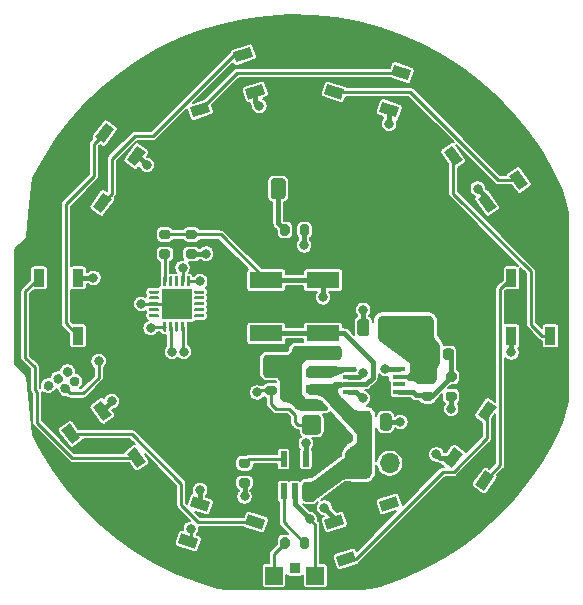
<source format=gtl>
G04 #@! TF.GenerationSoftware,KiCad,Pcbnew,(5.1.10)-1*
G04 #@! TF.CreationDate,2022-01-26T20:28:20-05:00*
G04 #@! TF.ProjectId,FestivalNecklace,46657374-6976-4616-9c4e-65636b6c6163,rev?*
G04 #@! TF.SameCoordinates,Original*
G04 #@! TF.FileFunction,Copper,L1,Top*
G04 #@! TF.FilePolarity,Positive*
%FSLAX46Y46*%
G04 Gerber Fmt 4.6, Leading zero omitted, Abs format (unit mm)*
G04 Created by KiCad (PCBNEW (5.1.10)-1) date 2022-01-26 20:28:20*
%MOMM*%
%LPD*%
G01*
G04 APERTURE LIST*
G04 #@! TA.AperFunction,SMDPad,CuDef*
%ADD10R,2.006600X0.660400*%
G04 #@! TD*
G04 #@! TA.AperFunction,SMDPad,CuDef*
%ADD11R,1.100000X1.100000*%
G04 #@! TD*
G04 #@! TA.AperFunction,SMDPad,CuDef*
%ADD12R,1.041400X0.381000*%
G04 #@! TD*
G04 #@! TA.AperFunction,ComponentPad*
%ADD13O,1.700000X1.700000*%
G04 #@! TD*
G04 #@! TA.AperFunction,ComponentPad*
%ADD14R,1.700000X1.700000*%
G04 #@! TD*
G04 #@! TA.AperFunction,SMDPad,CuDef*
%ADD15R,0.558800X1.320800*%
G04 #@! TD*
G04 #@! TA.AperFunction,SMDPad,CuDef*
%ADD16C,0.150000*%
G04 #@! TD*
G04 #@! TA.AperFunction,SMDPad,CuDef*
%ADD17R,0.900000X1.500000*%
G04 #@! TD*
G04 #@! TA.AperFunction,SMDPad,CuDef*
%ADD18R,2.600000X2.600000*%
G04 #@! TD*
G04 #@! TA.AperFunction,SMDPad,CuDef*
%ADD19R,2.785000X1.400000*%
G04 #@! TD*
G04 #@! TA.AperFunction,ComponentPad*
%ADD20C,0.150000*%
G04 #@! TD*
G04 #@! TA.AperFunction,SMDPad,CuDef*
%ADD21R,0.900000X0.900000*%
G04 #@! TD*
G04 #@! TA.AperFunction,SMDPad,CuDef*
%ADD22R,1.500000X1.500000*%
G04 #@! TD*
G04 #@! TA.AperFunction,ViaPad*
%ADD23C,0.800000*%
G04 #@! TD*
G04 #@! TA.AperFunction,Conductor*
%ADD24C,0.400000*%
G04 #@! TD*
G04 #@! TA.AperFunction,Conductor*
%ADD25C,0.250000*%
G04 #@! TD*
G04 #@! TA.AperFunction,Conductor*
%ADD26C,0.254000*%
G04 #@! TD*
G04 #@! TA.AperFunction,Conductor*
%ADD27C,0.150000*%
G04 #@! TD*
G04 #@! TA.AperFunction,Conductor*
%ADD28C,0.200000*%
G04 #@! TD*
G04 APERTURE END LIST*
D10*
X102000000Y-106925000D03*
X102000000Y-105575000D03*
D11*
X110850000Y-101750000D03*
X113650000Y-101750000D03*
G04 #@! TA.AperFunction,SMDPad,CuDef*
G36*
G01*
X107200000Y-110225000D02*
X107200000Y-109275000D01*
G75*
G02*
X107450000Y-109025000I250000J0D01*
G01*
X107950000Y-109025000D01*
G75*
G02*
X108200000Y-109275000I0J-250000D01*
G01*
X108200000Y-110225000D01*
G75*
G02*
X107950000Y-110475000I-250000J0D01*
G01*
X107450000Y-110475000D01*
G75*
G02*
X107200000Y-110225000I0J250000D01*
G01*
G37*
G04 #@! TD.AperFunction*
G04 #@! TA.AperFunction,SMDPad,CuDef*
G36*
G01*
X105300000Y-110225000D02*
X105300000Y-109275000D01*
G75*
G02*
X105550000Y-109025000I250000J0D01*
G01*
X106050000Y-109025000D01*
G75*
G02*
X106300000Y-109275000I0J-250000D01*
G01*
X106300000Y-110225000D01*
G75*
G02*
X106050000Y-110475000I-250000J0D01*
G01*
X105550000Y-110475000D01*
G75*
G02*
X105300000Y-110225000I0J250000D01*
G01*
G37*
G04 #@! TD.AperFunction*
G04 #@! TA.AperFunction,SMDPad,CuDef*
G36*
G01*
X106300000Y-101275000D02*
X106300000Y-102225000D01*
G75*
G02*
X106050000Y-102475000I-250000J0D01*
G01*
X105550000Y-102475000D01*
G75*
G02*
X105300000Y-102225000I0J250000D01*
G01*
X105300000Y-101275000D01*
G75*
G02*
X105550000Y-101025000I250000J0D01*
G01*
X106050000Y-101025000D01*
G75*
G02*
X106300000Y-101275000I0J-250000D01*
G01*
G37*
G04 #@! TD.AperFunction*
G04 #@! TA.AperFunction,SMDPad,CuDef*
G36*
G01*
X108200000Y-101275000D02*
X108200000Y-102225000D01*
G75*
G02*
X107950000Y-102475000I-250000J0D01*
G01*
X107450000Y-102475000D01*
G75*
G02*
X107200000Y-102225000I0J250000D01*
G01*
X107200000Y-101275000D01*
G75*
G02*
X107450000Y-101025000I250000J0D01*
G01*
X107950000Y-101025000D01*
G75*
G02*
X108200000Y-101275000I0J-250000D01*
G01*
G37*
G04 #@! TD.AperFunction*
G04 #@! TA.AperFunction,SMDPad,CuDef*
G36*
G01*
X112575000Y-104250000D02*
X112575000Y-103750000D01*
G75*
G02*
X112800000Y-103525000I225000J0D01*
G01*
X113250000Y-103525000D01*
G75*
G02*
X113475000Y-103750000I0J-225000D01*
G01*
X113475000Y-104250000D01*
G75*
G02*
X113250000Y-104475000I-225000J0D01*
G01*
X112800000Y-104475000D01*
G75*
G02*
X112575000Y-104250000I0J225000D01*
G01*
G37*
G04 #@! TD.AperFunction*
G04 #@! TA.AperFunction,SMDPad,CuDef*
G36*
G01*
X111025000Y-104250000D02*
X111025000Y-103750000D01*
G75*
G02*
X111250000Y-103525000I225000J0D01*
G01*
X111700000Y-103525000D01*
G75*
G02*
X111925000Y-103750000I0J-225000D01*
G01*
X111925000Y-104250000D01*
G75*
G02*
X111700000Y-104475000I-225000J0D01*
G01*
X111250000Y-104475000D01*
G75*
G02*
X111025000Y-104250000I0J225000D01*
G01*
G37*
G04 #@! TD.AperFunction*
D12*
X104629100Y-105274640D03*
X104629100Y-105924880D03*
X104629100Y-106575120D03*
X104629100Y-107225360D03*
X108870900Y-107225360D03*
X108870900Y-106575120D03*
X108870900Y-105924880D03*
X108870900Y-105274640D03*
G04 #@! TA.AperFunction,SMDPad,CuDef*
G36*
G01*
X91525000Y-94275000D02*
X90975000Y-94275000D01*
G75*
G02*
X90775000Y-94075000I0J200000D01*
G01*
X90775000Y-93675000D01*
G75*
G02*
X90975000Y-93475000I200000J0D01*
G01*
X91525000Y-93475000D01*
G75*
G02*
X91725000Y-93675000I0J-200000D01*
G01*
X91725000Y-94075000D01*
G75*
G02*
X91525000Y-94275000I-200000J0D01*
G01*
G37*
G04 #@! TD.AperFunction*
G04 #@! TA.AperFunction,SMDPad,CuDef*
G36*
G01*
X91525000Y-95925000D02*
X90975000Y-95925000D01*
G75*
G02*
X90775000Y-95725000I0J200000D01*
G01*
X90775000Y-95325000D01*
G75*
G02*
X90975000Y-95125000I200000J0D01*
G01*
X91525000Y-95125000D01*
G75*
G02*
X91725000Y-95325000I0J-200000D01*
G01*
X91725000Y-95725000D01*
G75*
G02*
X91525000Y-95925000I-200000J0D01*
G01*
G37*
G04 #@! TD.AperFunction*
G04 #@! TA.AperFunction,SMDPad,CuDef*
G36*
G01*
X113525000Y-106325000D02*
X112975000Y-106325000D01*
G75*
G02*
X112775000Y-106125000I0J200000D01*
G01*
X112775000Y-105725000D01*
G75*
G02*
X112975000Y-105525000I200000J0D01*
G01*
X113525000Y-105525000D01*
G75*
G02*
X113725000Y-105725000I0J-200000D01*
G01*
X113725000Y-106125000D01*
G75*
G02*
X113525000Y-106325000I-200000J0D01*
G01*
G37*
G04 #@! TD.AperFunction*
G04 #@! TA.AperFunction,SMDPad,CuDef*
G36*
G01*
X113525000Y-107975000D02*
X112975000Y-107975000D01*
G75*
G02*
X112775000Y-107775000I0J200000D01*
G01*
X112775000Y-107375000D01*
G75*
G02*
X112975000Y-107175000I200000J0D01*
G01*
X113525000Y-107175000D01*
G75*
G02*
X113725000Y-107375000I0J-200000D01*
G01*
X113725000Y-107775000D01*
G75*
G02*
X113525000Y-107975000I-200000J0D01*
G01*
G37*
G04 #@! TD.AperFunction*
G04 #@! TA.AperFunction,SMDPad,CuDef*
G36*
G01*
X89275000Y-94275000D02*
X88725000Y-94275000D01*
G75*
G02*
X88525000Y-94075000I0J200000D01*
G01*
X88525000Y-93675000D01*
G75*
G02*
X88725000Y-93475000I200000J0D01*
G01*
X89275000Y-93475000D01*
G75*
G02*
X89475000Y-93675000I0J-200000D01*
G01*
X89475000Y-94075000D01*
G75*
G02*
X89275000Y-94275000I-200000J0D01*
G01*
G37*
G04 #@! TD.AperFunction*
G04 #@! TA.AperFunction,SMDPad,CuDef*
G36*
G01*
X89275000Y-95925000D02*
X88725000Y-95925000D01*
G75*
G02*
X88525000Y-95725000I0J200000D01*
G01*
X88525000Y-95325000D01*
G75*
G02*
X88725000Y-95125000I200000J0D01*
G01*
X89275000Y-95125000D01*
G75*
G02*
X89475000Y-95325000I0J-200000D01*
G01*
X89475000Y-95725000D01*
G75*
G02*
X89275000Y-95925000I-200000J0D01*
G01*
G37*
G04 #@! TD.AperFunction*
G04 #@! TA.AperFunction,SMDPad,CuDef*
G36*
G01*
X111525000Y-106325000D02*
X110975000Y-106325000D01*
G75*
G02*
X110775000Y-106125000I0J200000D01*
G01*
X110775000Y-105725000D01*
G75*
G02*
X110975000Y-105525000I200000J0D01*
G01*
X111525000Y-105525000D01*
G75*
G02*
X111725000Y-105725000I0J-200000D01*
G01*
X111725000Y-106125000D01*
G75*
G02*
X111525000Y-106325000I-200000J0D01*
G01*
G37*
G04 #@! TD.AperFunction*
G04 #@! TA.AperFunction,SMDPad,CuDef*
G36*
G01*
X111525000Y-107975000D02*
X110975000Y-107975000D01*
G75*
G02*
X110775000Y-107775000I0J200000D01*
G01*
X110775000Y-107375000D01*
G75*
G02*
X110975000Y-107175000I200000J0D01*
G01*
X111525000Y-107175000D01*
G75*
G02*
X111725000Y-107375000I0J-200000D01*
G01*
X111725000Y-107775000D01*
G75*
G02*
X111525000Y-107975000I-200000J0D01*
G01*
G37*
G04 #@! TD.AperFunction*
D13*
X108040000Y-113250000D03*
D14*
X105500000Y-113250000D03*
D15*
X99060200Y-115621600D03*
X100000000Y-115621600D03*
X100939800Y-115621600D03*
X100939800Y-112878400D03*
X99060200Y-112878400D03*
G04 #@! TA.AperFunction,SMDPad,CuDef*
D16*
G36*
X109594502Y-119173514D02*
G01*
X109872617Y-120029465D01*
X108446032Y-120492990D01*
X108167917Y-119637039D01*
X109594502Y-119173514D01*
G37*
G04 #@! TD.AperFunction*
G04 #@! TA.AperFunction,SMDPad,CuDef*
G36*
X108574745Y-116035027D02*
G01*
X108852860Y-116890978D01*
X107426275Y-117354503D01*
X107148160Y-116498552D01*
X108574745Y-116035027D01*
G37*
G04 #@! TD.AperFunction*
G04 #@! TA.AperFunction,SMDPad,CuDef*
G36*
X103914568Y-117549210D02*
G01*
X104192683Y-118405161D01*
X102766098Y-118868686D01*
X102487983Y-118012735D01*
X103914568Y-117549210D01*
G37*
G04 #@! TD.AperFunction*
G04 #@! TA.AperFunction,SMDPad,CuDef*
G36*
X104934325Y-120687697D02*
G01*
X105212440Y-121543648D01*
X103785855Y-122007173D01*
X103507740Y-121151222D01*
X104934325Y-120687697D01*
G37*
G04 #@! TD.AperFunction*
G04 #@! TA.AperFunction,SMDPad,CuDef*
G36*
X119032033Y-109872188D02*
G01*
X119760149Y-110401195D01*
X118878471Y-111614720D01*
X118150355Y-111085713D01*
X119032033Y-109872188D01*
G37*
G04 #@! TD.AperFunction*
G04 #@! TA.AperFunction,SMDPad,CuDef*
G36*
X116362277Y-107932497D02*
G01*
X117090393Y-108461504D01*
X116208715Y-109675029D01*
X115480599Y-109146022D01*
X116362277Y-107932497D01*
G37*
G04 #@! TD.AperFunction*
G04 #@! TA.AperFunction,SMDPad,CuDef*
G36*
X113482129Y-111896680D02*
G01*
X114210245Y-112425687D01*
X113328567Y-113639212D01*
X112600451Y-113110205D01*
X113482129Y-111896680D01*
G37*
G04 #@! TD.AperFunction*
G04 #@! TA.AperFunction,SMDPad,CuDef*
G36*
X116151885Y-113836371D02*
G01*
X116880001Y-114365378D01*
X115998323Y-115578903D01*
X115270207Y-115049896D01*
X116151885Y-113836371D01*
G37*
G04 #@! TD.AperFunction*
D17*
X121650000Y-97550000D03*
X118350000Y-97550000D03*
X118350000Y-102450000D03*
X121650000Y-102450000D03*
G04 #@! TA.AperFunction,SMDPad,CuDef*
D16*
G36*
X115270207Y-84950104D02*
G01*
X115998323Y-84421097D01*
X116880001Y-85634622D01*
X116151885Y-86163629D01*
X115270207Y-84950104D01*
G37*
G04 #@! TD.AperFunction*
G04 #@! TA.AperFunction,SMDPad,CuDef*
G36*
X112600451Y-86889795D02*
G01*
X113328567Y-86360788D01*
X114210245Y-87574313D01*
X113482129Y-88103320D01*
X112600451Y-86889795D01*
G37*
G04 #@! TD.AperFunction*
G04 #@! TA.AperFunction,SMDPad,CuDef*
G36*
X115480599Y-90853978D02*
G01*
X116208715Y-90324971D01*
X117090393Y-91538496D01*
X116362277Y-92067503D01*
X115480599Y-90853978D01*
G37*
G04 #@! TD.AperFunction*
G04 #@! TA.AperFunction,SMDPad,CuDef*
G36*
X118150355Y-88914287D02*
G01*
X118878471Y-88385280D01*
X119760149Y-89598805D01*
X119032033Y-90127812D01*
X118150355Y-88914287D01*
G37*
G04 #@! TD.AperFunction*
G04 #@! TA.AperFunction,SMDPad,CuDef*
G36*
X103507740Y-78848778D02*
G01*
X103785855Y-77992827D01*
X105212440Y-78456352D01*
X104934325Y-79312303D01*
X103507740Y-78848778D01*
G37*
G04 #@! TD.AperFunction*
G04 #@! TA.AperFunction,SMDPad,CuDef*
G36*
X102487983Y-81987265D02*
G01*
X102766098Y-81131314D01*
X104192683Y-81594839D01*
X103914568Y-82450790D01*
X102487983Y-81987265D01*
G37*
G04 #@! TD.AperFunction*
G04 #@! TA.AperFunction,SMDPad,CuDef*
G36*
X107148160Y-83501448D02*
G01*
X107426275Y-82645497D01*
X108852860Y-83109022D01*
X108574745Y-83964973D01*
X107148160Y-83501448D01*
G37*
G04 #@! TD.AperFunction*
G04 #@! TA.AperFunction,SMDPad,CuDef*
G36*
X108167917Y-80362961D02*
G01*
X108446032Y-79507010D01*
X109872617Y-79970535D01*
X109594502Y-80826486D01*
X108167917Y-80362961D01*
G37*
G04 #@! TD.AperFunction*
G04 #@! TA.AperFunction,SMDPad,CuDef*
G36*
X90405498Y-80826486D02*
G01*
X90127383Y-79970535D01*
X91553968Y-79507010D01*
X91832083Y-80362961D01*
X90405498Y-80826486D01*
G37*
G04 #@! TD.AperFunction*
G04 #@! TA.AperFunction,SMDPad,CuDef*
G36*
X91425255Y-83964973D02*
G01*
X91147140Y-83109022D01*
X92573725Y-82645497D01*
X92851840Y-83501448D01*
X91425255Y-83964973D01*
G37*
G04 #@! TD.AperFunction*
G04 #@! TA.AperFunction,SMDPad,CuDef*
G36*
X96085432Y-82450790D02*
G01*
X95807317Y-81594839D01*
X97233902Y-81131314D01*
X97512017Y-81987265D01*
X96085432Y-82450790D01*
G37*
G04 #@! TD.AperFunction*
G04 #@! TA.AperFunction,SMDPad,CuDef*
G36*
X95065675Y-79312303D02*
G01*
X94787560Y-78456352D01*
X96214145Y-77992827D01*
X96492260Y-78848778D01*
X95065675Y-79312303D01*
G37*
G04 #@! TD.AperFunction*
G04 #@! TA.AperFunction,SMDPad,CuDef*
G36*
X80967967Y-90127812D02*
G01*
X80239851Y-89598805D01*
X81121529Y-88385280D01*
X81849645Y-88914287D01*
X80967967Y-90127812D01*
G37*
G04 #@! TD.AperFunction*
G04 #@! TA.AperFunction,SMDPad,CuDef*
G36*
X83637723Y-92067503D02*
G01*
X82909607Y-91538496D01*
X83791285Y-90324971D01*
X84519401Y-90853978D01*
X83637723Y-92067503D01*
G37*
G04 #@! TD.AperFunction*
G04 #@! TA.AperFunction,SMDPad,CuDef*
G36*
X86517871Y-88103320D02*
G01*
X85789755Y-87574313D01*
X86671433Y-86360788D01*
X87399549Y-86889795D01*
X86517871Y-88103320D01*
G37*
G04 #@! TD.AperFunction*
G04 #@! TA.AperFunction,SMDPad,CuDef*
G36*
X83848115Y-86163629D02*
G01*
X83119999Y-85634622D01*
X84001677Y-84421097D01*
X84729793Y-84950104D01*
X83848115Y-86163629D01*
G37*
G04 #@! TD.AperFunction*
D17*
X78350000Y-102450000D03*
X81650000Y-102450000D03*
X81650000Y-97550000D03*
X78350000Y-97550000D03*
G04 #@! TA.AperFunction,SMDPad,CuDef*
D16*
G36*
X84729793Y-115049896D02*
G01*
X84001677Y-115578903D01*
X83119999Y-114365378D01*
X83848115Y-113836371D01*
X84729793Y-115049896D01*
G37*
G04 #@! TD.AperFunction*
G04 #@! TA.AperFunction,SMDPad,CuDef*
G36*
X87399549Y-113110205D02*
G01*
X86671433Y-113639212D01*
X85789755Y-112425687D01*
X86517871Y-111896680D01*
X87399549Y-113110205D01*
G37*
G04 #@! TD.AperFunction*
G04 #@! TA.AperFunction,SMDPad,CuDef*
G36*
X84519401Y-109146022D02*
G01*
X83791285Y-109675029D01*
X82909607Y-108461504D01*
X83637723Y-107932497D01*
X84519401Y-109146022D01*
G37*
G04 #@! TD.AperFunction*
G04 #@! TA.AperFunction,SMDPad,CuDef*
G36*
X81849645Y-111085713D02*
G01*
X81121529Y-111614720D01*
X80239851Y-110401195D01*
X80967967Y-109872188D01*
X81849645Y-111085713D01*
G37*
G04 #@! TD.AperFunction*
G04 #@! TA.AperFunction,SMDPad,CuDef*
G36*
X96492260Y-121151222D02*
G01*
X96214145Y-122007173D01*
X94787560Y-121543648D01*
X95065675Y-120687697D01*
X96492260Y-121151222D01*
G37*
G04 #@! TD.AperFunction*
G04 #@! TA.AperFunction,SMDPad,CuDef*
G36*
X97512017Y-118012735D02*
G01*
X97233902Y-118868686D01*
X95807317Y-118405161D01*
X96085432Y-117549210D01*
X97512017Y-118012735D01*
G37*
G04 #@! TD.AperFunction*
G04 #@! TA.AperFunction,SMDPad,CuDef*
G36*
X92851840Y-116498552D02*
G01*
X92573725Y-117354503D01*
X91147140Y-116890978D01*
X91425255Y-116035027D01*
X92851840Y-116498552D01*
G37*
G04 #@! TD.AperFunction*
G04 #@! TA.AperFunction,SMDPad,CuDef*
G36*
X91832083Y-119637039D02*
G01*
X91553968Y-120492990D01*
X90127383Y-120029465D01*
X90405498Y-119173514D01*
X91832083Y-119637039D01*
G37*
G04 #@! TD.AperFunction*
D18*
X90000000Y-99750000D03*
G04 #@! TA.AperFunction,SMDPad,CuDef*
G36*
G01*
X91562500Y-98625000D02*
X92287500Y-98625000D01*
G75*
G02*
X92350000Y-98687500I0J-62500D01*
G01*
X92350000Y-98812500D01*
G75*
G02*
X92287500Y-98875000I-62500J0D01*
G01*
X91562500Y-98875000D01*
G75*
G02*
X91500000Y-98812500I0J62500D01*
G01*
X91500000Y-98687500D01*
G75*
G02*
X91562500Y-98625000I62500J0D01*
G01*
G37*
G04 #@! TD.AperFunction*
G04 #@! TA.AperFunction,SMDPad,CuDef*
G36*
G01*
X91562500Y-99125000D02*
X92287500Y-99125000D01*
G75*
G02*
X92350000Y-99187500I0J-62500D01*
G01*
X92350000Y-99312500D01*
G75*
G02*
X92287500Y-99375000I-62500J0D01*
G01*
X91562500Y-99375000D01*
G75*
G02*
X91500000Y-99312500I0J62500D01*
G01*
X91500000Y-99187500D01*
G75*
G02*
X91562500Y-99125000I62500J0D01*
G01*
G37*
G04 #@! TD.AperFunction*
G04 #@! TA.AperFunction,SMDPad,CuDef*
G36*
G01*
X91562500Y-99625000D02*
X92287500Y-99625000D01*
G75*
G02*
X92350000Y-99687500I0J-62500D01*
G01*
X92350000Y-99812500D01*
G75*
G02*
X92287500Y-99875000I-62500J0D01*
G01*
X91562500Y-99875000D01*
G75*
G02*
X91500000Y-99812500I0J62500D01*
G01*
X91500000Y-99687500D01*
G75*
G02*
X91562500Y-99625000I62500J0D01*
G01*
G37*
G04 #@! TD.AperFunction*
G04 #@! TA.AperFunction,SMDPad,CuDef*
G36*
G01*
X91562500Y-100125000D02*
X92287500Y-100125000D01*
G75*
G02*
X92350000Y-100187500I0J-62500D01*
G01*
X92350000Y-100312500D01*
G75*
G02*
X92287500Y-100375000I-62500J0D01*
G01*
X91562500Y-100375000D01*
G75*
G02*
X91500000Y-100312500I0J62500D01*
G01*
X91500000Y-100187500D01*
G75*
G02*
X91562500Y-100125000I62500J0D01*
G01*
G37*
G04 #@! TD.AperFunction*
G04 #@! TA.AperFunction,SMDPad,CuDef*
G36*
G01*
X91562500Y-100625000D02*
X92287500Y-100625000D01*
G75*
G02*
X92350000Y-100687500I0J-62500D01*
G01*
X92350000Y-100812500D01*
G75*
G02*
X92287500Y-100875000I-62500J0D01*
G01*
X91562500Y-100875000D01*
G75*
G02*
X91500000Y-100812500I0J62500D01*
G01*
X91500000Y-100687500D01*
G75*
G02*
X91562500Y-100625000I62500J0D01*
G01*
G37*
G04 #@! TD.AperFunction*
G04 #@! TA.AperFunction,SMDPad,CuDef*
G36*
G01*
X90937500Y-101250000D02*
X91062500Y-101250000D01*
G75*
G02*
X91125000Y-101312500I0J-62500D01*
G01*
X91125000Y-102037500D01*
G75*
G02*
X91062500Y-102100000I-62500J0D01*
G01*
X90937500Y-102100000D01*
G75*
G02*
X90875000Y-102037500I0J62500D01*
G01*
X90875000Y-101312500D01*
G75*
G02*
X90937500Y-101250000I62500J0D01*
G01*
G37*
G04 #@! TD.AperFunction*
G04 #@! TA.AperFunction,SMDPad,CuDef*
G36*
G01*
X90437500Y-101250000D02*
X90562500Y-101250000D01*
G75*
G02*
X90625000Y-101312500I0J-62500D01*
G01*
X90625000Y-102037500D01*
G75*
G02*
X90562500Y-102100000I-62500J0D01*
G01*
X90437500Y-102100000D01*
G75*
G02*
X90375000Y-102037500I0J62500D01*
G01*
X90375000Y-101312500D01*
G75*
G02*
X90437500Y-101250000I62500J0D01*
G01*
G37*
G04 #@! TD.AperFunction*
G04 #@! TA.AperFunction,SMDPad,CuDef*
G36*
G01*
X89937500Y-101250000D02*
X90062500Y-101250000D01*
G75*
G02*
X90125000Y-101312500I0J-62500D01*
G01*
X90125000Y-102037500D01*
G75*
G02*
X90062500Y-102100000I-62500J0D01*
G01*
X89937500Y-102100000D01*
G75*
G02*
X89875000Y-102037500I0J62500D01*
G01*
X89875000Y-101312500D01*
G75*
G02*
X89937500Y-101250000I62500J0D01*
G01*
G37*
G04 #@! TD.AperFunction*
G04 #@! TA.AperFunction,SMDPad,CuDef*
G36*
G01*
X89437500Y-101250000D02*
X89562500Y-101250000D01*
G75*
G02*
X89625000Y-101312500I0J-62500D01*
G01*
X89625000Y-102037500D01*
G75*
G02*
X89562500Y-102100000I-62500J0D01*
G01*
X89437500Y-102100000D01*
G75*
G02*
X89375000Y-102037500I0J62500D01*
G01*
X89375000Y-101312500D01*
G75*
G02*
X89437500Y-101250000I62500J0D01*
G01*
G37*
G04 #@! TD.AperFunction*
G04 #@! TA.AperFunction,SMDPad,CuDef*
G36*
G01*
X88937500Y-101250000D02*
X89062500Y-101250000D01*
G75*
G02*
X89125000Y-101312500I0J-62500D01*
G01*
X89125000Y-102037500D01*
G75*
G02*
X89062500Y-102100000I-62500J0D01*
G01*
X88937500Y-102100000D01*
G75*
G02*
X88875000Y-102037500I0J62500D01*
G01*
X88875000Y-101312500D01*
G75*
G02*
X88937500Y-101250000I62500J0D01*
G01*
G37*
G04 #@! TD.AperFunction*
G04 #@! TA.AperFunction,SMDPad,CuDef*
G36*
G01*
X87712500Y-100625000D02*
X88437500Y-100625000D01*
G75*
G02*
X88500000Y-100687500I0J-62500D01*
G01*
X88500000Y-100812500D01*
G75*
G02*
X88437500Y-100875000I-62500J0D01*
G01*
X87712500Y-100875000D01*
G75*
G02*
X87650000Y-100812500I0J62500D01*
G01*
X87650000Y-100687500D01*
G75*
G02*
X87712500Y-100625000I62500J0D01*
G01*
G37*
G04 #@! TD.AperFunction*
G04 #@! TA.AperFunction,SMDPad,CuDef*
G36*
G01*
X87712500Y-100125000D02*
X88437500Y-100125000D01*
G75*
G02*
X88500000Y-100187500I0J-62500D01*
G01*
X88500000Y-100312500D01*
G75*
G02*
X88437500Y-100375000I-62500J0D01*
G01*
X87712500Y-100375000D01*
G75*
G02*
X87650000Y-100312500I0J62500D01*
G01*
X87650000Y-100187500D01*
G75*
G02*
X87712500Y-100125000I62500J0D01*
G01*
G37*
G04 #@! TD.AperFunction*
G04 #@! TA.AperFunction,SMDPad,CuDef*
G36*
G01*
X87712500Y-99625000D02*
X88437500Y-99625000D01*
G75*
G02*
X88500000Y-99687500I0J-62500D01*
G01*
X88500000Y-99812500D01*
G75*
G02*
X88437500Y-99875000I-62500J0D01*
G01*
X87712500Y-99875000D01*
G75*
G02*
X87650000Y-99812500I0J62500D01*
G01*
X87650000Y-99687500D01*
G75*
G02*
X87712500Y-99625000I62500J0D01*
G01*
G37*
G04 #@! TD.AperFunction*
G04 #@! TA.AperFunction,SMDPad,CuDef*
G36*
G01*
X87712500Y-99125000D02*
X88437500Y-99125000D01*
G75*
G02*
X88500000Y-99187500I0J-62500D01*
G01*
X88500000Y-99312500D01*
G75*
G02*
X88437500Y-99375000I-62500J0D01*
G01*
X87712500Y-99375000D01*
G75*
G02*
X87650000Y-99312500I0J62500D01*
G01*
X87650000Y-99187500D01*
G75*
G02*
X87712500Y-99125000I62500J0D01*
G01*
G37*
G04 #@! TD.AperFunction*
G04 #@! TA.AperFunction,SMDPad,CuDef*
G36*
G01*
X87712500Y-98625000D02*
X88437500Y-98625000D01*
G75*
G02*
X88500000Y-98687500I0J-62500D01*
G01*
X88500000Y-98812500D01*
G75*
G02*
X88437500Y-98875000I-62500J0D01*
G01*
X87712500Y-98875000D01*
G75*
G02*
X87650000Y-98812500I0J62500D01*
G01*
X87650000Y-98687500D01*
G75*
G02*
X87712500Y-98625000I62500J0D01*
G01*
G37*
G04 #@! TD.AperFunction*
G04 #@! TA.AperFunction,SMDPad,CuDef*
G36*
G01*
X88937500Y-97400000D02*
X89062500Y-97400000D01*
G75*
G02*
X89125000Y-97462500I0J-62500D01*
G01*
X89125000Y-98187500D01*
G75*
G02*
X89062500Y-98250000I-62500J0D01*
G01*
X88937500Y-98250000D01*
G75*
G02*
X88875000Y-98187500I0J62500D01*
G01*
X88875000Y-97462500D01*
G75*
G02*
X88937500Y-97400000I62500J0D01*
G01*
G37*
G04 #@! TD.AperFunction*
G04 #@! TA.AperFunction,SMDPad,CuDef*
G36*
G01*
X89437500Y-97400000D02*
X89562500Y-97400000D01*
G75*
G02*
X89625000Y-97462500I0J-62500D01*
G01*
X89625000Y-98187500D01*
G75*
G02*
X89562500Y-98250000I-62500J0D01*
G01*
X89437500Y-98250000D01*
G75*
G02*
X89375000Y-98187500I0J62500D01*
G01*
X89375000Y-97462500D01*
G75*
G02*
X89437500Y-97400000I62500J0D01*
G01*
G37*
G04 #@! TD.AperFunction*
G04 #@! TA.AperFunction,SMDPad,CuDef*
G36*
G01*
X89937500Y-97400000D02*
X90062500Y-97400000D01*
G75*
G02*
X90125000Y-97462500I0J-62500D01*
G01*
X90125000Y-98187500D01*
G75*
G02*
X90062500Y-98250000I-62500J0D01*
G01*
X89937500Y-98250000D01*
G75*
G02*
X89875000Y-98187500I0J62500D01*
G01*
X89875000Y-97462500D01*
G75*
G02*
X89937500Y-97400000I62500J0D01*
G01*
G37*
G04 #@! TD.AperFunction*
G04 #@! TA.AperFunction,SMDPad,CuDef*
G36*
G01*
X90437500Y-97400000D02*
X90562500Y-97400000D01*
G75*
G02*
X90625000Y-97462500I0J-62500D01*
G01*
X90625000Y-98187500D01*
G75*
G02*
X90562500Y-98250000I-62500J0D01*
G01*
X90437500Y-98250000D01*
G75*
G02*
X90375000Y-98187500I0J62500D01*
G01*
X90375000Y-97462500D01*
G75*
G02*
X90437500Y-97400000I62500J0D01*
G01*
G37*
G04 #@! TD.AperFunction*
G04 #@! TA.AperFunction,SMDPad,CuDef*
G36*
G01*
X90937500Y-97400000D02*
X91062500Y-97400000D01*
G75*
G02*
X91125000Y-97462500I0J-62500D01*
G01*
X91125000Y-98187500D01*
G75*
G02*
X91062500Y-98250000I-62500J0D01*
G01*
X90937500Y-98250000D01*
G75*
G02*
X90875000Y-98187500I0J62500D01*
G01*
X90875000Y-97462500D01*
G75*
G02*
X90937500Y-97400000I62500J0D01*
G01*
G37*
G04 #@! TD.AperFunction*
D19*
X97592500Y-102250000D03*
X97592500Y-97750000D03*
X102407500Y-97750000D03*
X102407500Y-102250000D03*
G04 #@! TA.AperFunction,SMDPad,CuDef*
G36*
G01*
X96025000Y-113650000D02*
X95475000Y-113650000D01*
G75*
G02*
X95275000Y-113450000I0J200000D01*
G01*
X95275000Y-113050000D01*
G75*
G02*
X95475000Y-112850000I200000J0D01*
G01*
X96025000Y-112850000D01*
G75*
G02*
X96225000Y-113050000I0J-200000D01*
G01*
X96225000Y-113450000D01*
G75*
G02*
X96025000Y-113650000I-200000J0D01*
G01*
G37*
G04 #@! TD.AperFunction*
G04 #@! TA.AperFunction,SMDPad,CuDef*
G36*
G01*
X96025000Y-115300000D02*
X95475000Y-115300000D01*
G75*
G02*
X95275000Y-115100000I0J200000D01*
G01*
X95275000Y-114700000D01*
G75*
G02*
X95475000Y-114500000I200000J0D01*
G01*
X96025000Y-114500000D01*
G75*
G02*
X96225000Y-114700000I0J-200000D01*
G01*
X96225000Y-115100000D01*
G75*
G02*
X96025000Y-115300000I-200000J0D01*
G01*
G37*
G04 #@! TD.AperFunction*
G04 #@! TA.AperFunction,SMDPad,CuDef*
G36*
G01*
X100425000Y-120275000D02*
X100425000Y-119725000D01*
G75*
G02*
X100625000Y-119525000I200000J0D01*
G01*
X101025000Y-119525000D01*
G75*
G02*
X101225000Y-119725000I0J-200000D01*
G01*
X101225000Y-120275000D01*
G75*
G02*
X101025000Y-120475000I-200000J0D01*
G01*
X100625000Y-120475000D01*
G75*
G02*
X100425000Y-120275000I0J200000D01*
G01*
G37*
G04 #@! TD.AperFunction*
G04 #@! TA.AperFunction,SMDPad,CuDef*
G36*
G01*
X98775000Y-120275000D02*
X98775000Y-119725000D01*
G75*
G02*
X98975000Y-119525000I200000J0D01*
G01*
X99375000Y-119525000D01*
G75*
G02*
X99575000Y-119725000I0J-200000D01*
G01*
X99575000Y-120275000D01*
G75*
G02*
X99375000Y-120475000I-200000J0D01*
G01*
X98975000Y-120475000D01*
G75*
G02*
X98775000Y-120275000I0J200000D01*
G01*
G37*
G04 #@! TD.AperFunction*
G04 #@! TA.AperFunction,SMDPad,CuDef*
G36*
G01*
X97725000Y-106675000D02*
X98275000Y-106675000D01*
G75*
G02*
X98475000Y-106875000I0J-200000D01*
G01*
X98475000Y-107275000D01*
G75*
G02*
X98275000Y-107475000I-200000J0D01*
G01*
X97725000Y-107475000D01*
G75*
G02*
X97525000Y-107275000I0J200000D01*
G01*
X97525000Y-106875000D01*
G75*
G02*
X97725000Y-106675000I200000J0D01*
G01*
G37*
G04 #@! TD.AperFunction*
G04 #@! TA.AperFunction,SMDPad,CuDef*
G36*
G01*
X97725000Y-105025000D02*
X98275000Y-105025000D01*
G75*
G02*
X98475000Y-105225000I0J-200000D01*
G01*
X98475000Y-105625000D01*
G75*
G02*
X98275000Y-105825000I-200000J0D01*
G01*
X97725000Y-105825000D01*
G75*
G02*
X97525000Y-105625000I0J200000D01*
G01*
X97525000Y-105225000D01*
G75*
G02*
X97725000Y-105025000I200000J0D01*
G01*
G37*
G04 #@! TD.AperFunction*
G04 #@! TA.AperFunction,SMDPad,CuDef*
G36*
G01*
X99575000Y-93225000D02*
X99575000Y-93775000D01*
G75*
G02*
X99375000Y-93975000I-200000J0D01*
G01*
X98975000Y-93975000D01*
G75*
G02*
X98775000Y-93775000I0J200000D01*
G01*
X98775000Y-93225000D01*
G75*
G02*
X98975000Y-93025000I200000J0D01*
G01*
X99375000Y-93025000D01*
G75*
G02*
X99575000Y-93225000I0J-200000D01*
G01*
G37*
G04 #@! TD.AperFunction*
G04 #@! TA.AperFunction,SMDPad,CuDef*
G36*
G01*
X101225000Y-93225000D02*
X101225000Y-93775000D01*
G75*
G02*
X101025000Y-93975000I-200000J0D01*
G01*
X100625000Y-93975000D01*
G75*
G02*
X100425000Y-93775000I0J200000D01*
G01*
X100425000Y-93225000D01*
G75*
G02*
X100625000Y-93025000I200000J0D01*
G01*
X101025000Y-93025000D01*
G75*
G02*
X101225000Y-93225000I0J-200000D01*
G01*
G37*
G04 #@! TD.AperFunction*
G04 #@! TA.AperFunction,ComponentPad*
G36*
G01*
X81030058Y-105859245D02*
X81030058Y-105859245D01*
G75*
G02*
X80436417Y-105765222I-249809J343832D01*
G01*
X80436417Y-105765222D01*
G75*
G02*
X80530440Y-105171581I343832J249809D01*
G01*
X80530440Y-105171581D01*
G75*
G02*
X81124081Y-105265604I249809J-343832D01*
G01*
X81124081Y-105265604D01*
G75*
G02*
X81030058Y-105859245I-343832J-249809D01*
G01*
G37*
G04 #@! TD.AperFunction*
G04 #@! TA.AperFunction,ComponentPad*
G36*
G01*
X81617843Y-106668261D02*
X81617843Y-106668261D01*
G75*
G02*
X81024202Y-106574238I-249809J343832D01*
G01*
X81024202Y-106574238D01*
G75*
G02*
X81118225Y-105980597I343832J249809D01*
G01*
X81118225Y-105980597D01*
G75*
G02*
X81711866Y-106074620I249809J-343832D01*
G01*
X81711866Y-106074620D01*
G75*
G02*
X81617843Y-106668261I-343832J-249809D01*
G01*
G37*
G04 #@! TD.AperFunction*
G04 #@! TA.AperFunction,ComponentPad*
G36*
G01*
X80221041Y-106447030D02*
X80221041Y-106447030D01*
G75*
G02*
X79627400Y-106353007I-249809J343832D01*
G01*
X79627400Y-106353007D01*
G75*
G02*
X79721423Y-105759366I343832J249809D01*
G01*
X79721423Y-105759366D01*
G75*
G02*
X80315064Y-105853389I249809J-343832D01*
G01*
X80315064Y-105853389D01*
G75*
G02*
X80221041Y-106447030I-343832J-249809D01*
G01*
G37*
G04 #@! TD.AperFunction*
G04 #@! TA.AperFunction,ComponentPad*
G36*
G01*
X80808826Y-107256047D02*
X80808826Y-107256047D01*
G75*
G02*
X80215185Y-107162024I-249809J343832D01*
G01*
X80215185Y-107162024D01*
G75*
G02*
X80309208Y-106568383I343832J249809D01*
G01*
X80309208Y-106568383D01*
G75*
G02*
X80902849Y-106662406I249809J-343832D01*
G01*
X80902849Y-106662406D01*
G75*
G02*
X80808826Y-107256047I-343832J-249809D01*
G01*
G37*
G04 #@! TD.AperFunction*
G04 #@! TA.AperFunction,ComponentPad*
G36*
G01*
X79412024Y-107034815D02*
X79412024Y-107034815D01*
G75*
G02*
X78818383Y-106940792I-249809J343832D01*
G01*
X78818383Y-106940792D01*
G75*
G02*
X78912406Y-106347151I343832J249809D01*
G01*
X78912406Y-106347151D01*
G75*
G02*
X79506047Y-106441174I249809J-343832D01*
G01*
X79506047Y-106441174D01*
G75*
G02*
X79412024Y-107034815I-343832J-249809D01*
G01*
G37*
G04 #@! TD.AperFunction*
G04 #@! TA.AperFunction,ComponentPad*
D20*
G36*
X80343641Y-107594023D02*
G01*
X79655977Y-108093641D01*
X79156359Y-107405977D01*
X79844023Y-106906359D01*
X80343641Y-107594023D01*
G37*
G04 #@! TD.AperFunction*
D21*
X100000000Y-122100000D03*
D22*
X101750000Y-122750000D03*
X98250000Y-122750000D03*
G04 #@! TA.AperFunction,SMDPad,CuDef*
G36*
G01*
X100625000Y-110575000D02*
X100625000Y-109425000D01*
G75*
G02*
X100875000Y-109175000I250000J0D01*
G01*
X101975000Y-109175000D01*
G75*
G02*
X102225000Y-109425000I0J-250000D01*
G01*
X102225000Y-110575000D01*
G75*
G02*
X101975000Y-110825000I-250000J0D01*
G01*
X100875000Y-110825000D01*
G75*
G02*
X100625000Y-110575000I0J250000D01*
G01*
G37*
G04 #@! TD.AperFunction*
G04 #@! TA.AperFunction,SMDPad,CuDef*
G36*
G01*
X97775000Y-110575000D02*
X97775000Y-109425000D01*
G75*
G02*
X98025000Y-109175000I250000J0D01*
G01*
X99125000Y-109175000D01*
G75*
G02*
X99375000Y-109425000I0J-250000D01*
G01*
X99375000Y-110575000D01*
G75*
G02*
X99125000Y-110825000I-250000J0D01*
G01*
X98025000Y-110825000D01*
G75*
G02*
X97775000Y-110575000I0J250000D01*
G01*
G37*
G04 #@! TD.AperFunction*
G04 #@! TA.AperFunction,SMDPad,CuDef*
G36*
G01*
X100775000Y-90625000D02*
X100775000Y-89375000D01*
G75*
G02*
X101025000Y-89125000I250000J0D01*
G01*
X101775000Y-89125000D01*
G75*
G02*
X102025000Y-89375000I0J-250000D01*
G01*
X102025000Y-90625000D01*
G75*
G02*
X101775000Y-90875000I-250000J0D01*
G01*
X101025000Y-90875000D01*
G75*
G02*
X100775000Y-90625000I0J250000D01*
G01*
G37*
G04 #@! TD.AperFunction*
G04 #@! TA.AperFunction,SMDPad,CuDef*
G36*
G01*
X97975000Y-90625000D02*
X97975000Y-89375000D01*
G75*
G02*
X98225000Y-89125000I250000J0D01*
G01*
X98975000Y-89125000D01*
G75*
G02*
X99225000Y-89375000I0J-250000D01*
G01*
X99225000Y-90625000D01*
G75*
G02*
X98975000Y-90875000I-250000J0D01*
G01*
X98225000Y-90875000D01*
G75*
G02*
X97975000Y-90625000I0J250000D01*
G01*
G37*
G04 #@! TD.AperFunction*
D23*
X116000000Y-106000000D03*
X119000000Y-106000000D03*
X116500000Y-95000000D03*
X118000000Y-93500000D03*
X111000000Y-85000000D03*
X113000000Y-83000000D03*
X100000000Y-81500000D03*
X100000000Y-78500000D03*
X90000000Y-85500000D03*
X88000000Y-83500000D03*
X82000000Y-94000000D03*
X79000000Y-94000000D03*
X88500000Y-111000000D03*
X88000000Y-115000000D03*
X110500000Y-114000000D03*
X112500000Y-116000000D03*
X99750000Y-105000000D03*
X99750000Y-106000000D03*
X99750000Y-107000000D03*
X101250000Y-103750000D03*
X100250000Y-104000000D03*
X102250000Y-103750000D03*
X103250000Y-103750000D03*
X92000000Y-115500000D03*
X84500000Y-108000000D03*
X87500000Y-88000000D03*
X92500000Y-95500000D03*
X97000000Y-83000000D03*
X108000000Y-84500000D03*
X115500000Y-90000000D03*
X112000000Y-112500000D03*
X102500000Y-117000000D03*
X87000000Y-99750000D03*
X105750000Y-107750000D03*
X101500000Y-108250000D03*
X100250000Y-108000000D03*
X100939820Y-111560202D03*
X107650000Y-105250000D03*
X113250000Y-108650000D03*
X95750000Y-116050006D03*
X105799994Y-100250000D03*
X118350004Y-103850004D03*
X82949942Y-97550000D03*
X108949977Y-109750023D03*
X92000000Y-97850000D03*
X90599996Y-103800000D03*
X96800000Y-107250000D03*
X90499993Y-96699993D03*
X89599993Y-103800000D03*
X91200000Y-118800000D03*
X87800000Y-101800000D03*
X100800000Y-94800000D03*
X83400000Y-104600000D03*
X101300000Y-118000000D03*
X105800000Y-105600000D03*
X102400000Y-99200000D03*
D24*
X91999490Y-115500510D02*
X92000000Y-115500000D01*
X91999490Y-116694765D02*
X91999490Y-115500510D01*
X83714504Y-108785496D02*
X84500000Y-108000000D01*
X83714504Y-108803763D02*
X83714504Y-108785496D01*
X86732054Y-87232054D02*
X87500000Y-88000000D01*
X86594652Y-87232054D02*
X86732054Y-87232054D01*
X92475000Y-95525000D02*
X92500000Y-95500000D01*
X91250000Y-95525000D02*
X92475000Y-95525000D01*
X96659667Y-82659667D02*
X97000000Y-83000000D01*
X96659667Y-81791052D02*
X96659667Y-82659667D01*
X108000510Y-84499490D02*
X108000000Y-84500000D01*
X108000510Y-83305235D02*
X108000510Y-84499490D01*
X116285496Y-90785496D02*
X115500000Y-90000000D01*
X116285496Y-91196237D02*
X116285496Y-90785496D01*
X112267946Y-112767946D02*
X112000000Y-112500000D01*
X113405348Y-112767946D02*
X112267946Y-112767946D01*
X103340333Y-117840333D02*
X102500000Y-117000000D01*
X103340333Y-118208948D02*
X103340333Y-117840333D01*
D25*
X88075000Y-99750000D02*
X87000000Y-99750000D01*
X88075000Y-99750000D02*
X90000000Y-99750000D01*
D24*
X105225360Y-107225360D02*
X105750000Y-107750000D01*
X104629100Y-107225360D02*
X105225360Y-107225360D01*
X100939800Y-112878400D02*
X100939800Y-111560222D01*
X100939800Y-111560222D02*
X100939820Y-111560202D01*
X107674640Y-105274640D02*
X107650000Y-105250000D01*
X108870900Y-105274640D02*
X107674640Y-105274640D01*
X113250000Y-107575000D02*
X113250000Y-108650000D01*
X95750000Y-114900000D02*
X95750000Y-116050006D01*
X105800000Y-100250006D02*
X105799994Y-100250000D01*
X105800000Y-101750000D02*
X105800000Y-100250006D01*
X118350000Y-102450000D02*
X118350000Y-103850000D01*
X118350000Y-103850000D02*
X118350004Y-103850004D01*
X81650000Y-97550000D02*
X82949942Y-97550000D01*
X107700000Y-109750000D02*
X108949954Y-109750000D01*
X108949954Y-109750000D02*
X108949977Y-109750023D01*
D25*
X91975000Y-97825000D02*
X92000000Y-97850000D01*
X91000000Y-97825000D02*
X91975000Y-97825000D01*
X90500000Y-101675000D02*
X90500000Y-103700004D01*
X90500000Y-103700004D02*
X90599996Y-103800000D01*
X100250000Y-110000000D02*
X101425000Y-110000000D01*
X100000000Y-109750000D02*
X100250000Y-110000000D01*
X99500000Y-108650000D02*
X100000000Y-109150000D01*
X98400000Y-108650000D02*
X99500000Y-108650000D01*
X100000000Y-109150000D02*
X100000000Y-109750000D01*
X98000000Y-108250000D02*
X98400000Y-108650000D01*
X98000000Y-107075000D02*
X98000000Y-108250000D01*
X98000000Y-107075000D02*
X96975000Y-107075000D01*
X96975000Y-107075000D02*
X96800000Y-107250000D01*
X89000000Y-97825000D02*
X89000000Y-95525000D01*
X90500000Y-97825000D02*
X90500000Y-96700000D01*
X90500000Y-96700000D02*
X90499993Y-96699993D01*
X89500000Y-103700007D02*
X89599993Y-103800000D01*
X89500000Y-101675000D02*
X89500000Y-103700007D01*
X91200000Y-119612985D02*
X90979733Y-119833252D01*
X91200000Y-118800000D02*
X91200000Y-119612985D01*
D24*
X100800000Y-93525000D02*
X100825000Y-93500000D01*
X100800000Y-94800000D02*
X100800000Y-93525000D01*
D25*
X87925000Y-101675000D02*
X87800000Y-101800000D01*
X89000000Y-101675000D02*
X87925000Y-101675000D01*
X80984016Y-107337214D02*
X80559017Y-106912215D01*
X82062786Y-107337214D02*
X80984016Y-107337214D01*
X83400000Y-106000000D02*
X82062786Y-107337214D01*
X83400000Y-104600000D02*
X83400000Y-106000000D01*
X91807212Y-118208948D02*
X96659667Y-118208948D01*
X90400000Y-116801736D02*
X91807212Y-118208948D01*
X90400000Y-114959588D02*
X90400000Y-116801736D01*
X86183866Y-110743454D02*
X90400000Y-114959588D01*
X81044748Y-110743454D02*
X86183866Y-110743454D01*
X78200000Y-109800000D02*
X81167946Y-112767946D01*
X78200000Y-107200000D02*
X78200000Y-109800000D01*
X78000000Y-105100000D02*
X78000000Y-107000000D01*
X78000000Y-107000000D02*
X78200000Y-107200000D01*
X77200000Y-104300000D02*
X78000000Y-105100000D01*
X81167946Y-112767946D02*
X86594652Y-112767946D01*
X77200000Y-98700000D02*
X77200000Y-104300000D01*
X78350000Y-97550000D02*
X77200000Y-98700000D01*
X80600000Y-101400000D02*
X81650000Y-102450000D01*
X83000000Y-88936177D02*
X80600000Y-91336177D01*
X80600000Y-91336177D02*
X80600000Y-101400000D01*
X83000000Y-86217259D02*
X83000000Y-88936177D01*
X83924896Y-85292363D02*
X83000000Y-86217259D01*
X84500000Y-90410741D02*
X83714504Y-91196237D01*
X84500000Y-87500000D02*
X84500000Y-90410741D01*
X86500000Y-85500000D02*
X84500000Y-87500000D01*
X88003879Y-85500000D02*
X86500000Y-85500000D01*
X94851314Y-78652565D02*
X88003879Y-85500000D01*
X95639910Y-78652565D02*
X94851314Y-78652565D01*
D24*
X98600000Y-92925000D02*
X99175000Y-93500000D01*
X98600000Y-90000000D02*
X98600000Y-92925000D01*
X105500000Y-110050000D02*
X105800000Y-109750000D01*
X106600000Y-104650000D02*
X104200000Y-102250000D01*
X106600000Y-106000000D02*
X106600000Y-104650000D01*
X104200000Y-102250000D02*
X102407500Y-102250000D01*
X106024880Y-106575120D02*
X106600000Y-106000000D01*
X104629100Y-106575120D02*
X106024880Y-106575120D01*
X97592500Y-102250000D02*
X102407500Y-102250000D01*
D25*
X99060200Y-118235200D02*
X99060200Y-115621600D01*
X100825000Y-120000000D02*
X99060200Y-118235200D01*
X96121600Y-112878400D02*
X95750000Y-113250000D01*
X99060200Y-112878400D02*
X96121600Y-112878400D01*
X101750000Y-118450000D02*
X101300000Y-118000000D01*
X101750000Y-122750000D02*
X101750000Y-118450000D01*
D24*
X100000000Y-116700000D02*
X101300000Y-118000000D01*
X100000000Y-115621600D02*
X100000000Y-116700000D01*
D25*
X98250000Y-120925000D02*
X99175000Y-120000000D01*
X98250000Y-122750000D02*
X98250000Y-120925000D01*
X95137977Y-80166748D02*
X91999490Y-83305235D01*
X109020267Y-80166748D02*
X95137977Y-80166748D01*
X109754759Y-81791052D02*
X103340333Y-81791052D01*
X117220253Y-89256546D02*
X109754759Y-81791052D01*
X118955252Y-89256546D02*
X117220253Y-89256546D01*
X113405348Y-90405348D02*
X113405348Y-87232054D01*
X120000000Y-101500000D02*
X120000000Y-97000000D01*
X120950000Y-102450000D02*
X120000000Y-101500000D01*
X120000000Y-97000000D02*
X113405348Y-90405348D01*
X121650000Y-102450000D02*
X120950000Y-102450000D01*
X117415403Y-98484597D02*
X118350000Y-97550000D01*
X117415403Y-113367338D02*
X117415403Y-98484597D01*
X116075104Y-114707637D02*
X117415403Y-113367338D01*
X116285496Y-111141917D02*
X116285496Y-108803763D01*
X113463191Y-113964222D02*
X116285496Y-111141917D01*
X112531899Y-113964222D02*
X113463191Y-113964222D01*
X105148686Y-121347435D02*
X112531899Y-113964222D01*
X104360090Y-121347435D02*
X105148686Y-121347435D01*
D24*
X111600000Y-107575000D02*
X113250000Y-105925000D01*
X111250000Y-107575000D02*
X111600000Y-107575000D01*
X113250000Y-104225000D02*
X113025000Y-104000000D01*
X113250000Y-105925000D02*
X113250000Y-104225000D01*
X111175000Y-107500000D02*
X111250000Y-107575000D01*
X110250000Y-107500000D02*
X111175000Y-107500000D01*
X109975360Y-107225360D02*
X110250000Y-107500000D01*
X108870900Y-107225360D02*
X109975360Y-107225360D01*
X105475120Y-105924880D02*
X105800000Y-105600000D01*
X104629100Y-105924880D02*
X105475120Y-105924880D01*
X102400000Y-97757500D02*
X102407500Y-97750000D01*
X102400000Y-99200000D02*
X102400000Y-97757500D01*
X102407500Y-97750000D02*
X97592500Y-97750000D01*
D25*
X89000000Y-93875000D02*
X91250000Y-93875000D01*
X93717500Y-93875000D02*
X97592500Y-97750000D01*
X91250000Y-93875000D02*
X93717500Y-93875000D01*
D26*
X111346257Y-100890769D02*
X111435955Y-100927923D01*
X111512976Y-100987024D01*
X111572077Y-101064045D01*
X111609231Y-101153743D01*
X111623000Y-101258328D01*
X111623000Y-102348612D01*
X111624370Y-102367214D01*
X111645824Y-102512106D01*
X111656605Y-102547714D01*
X111719126Y-102680172D01*
X111728305Y-102696409D01*
X112055166Y-103186702D01*
X112105671Y-103293701D01*
X112123000Y-103410738D01*
X112123000Y-104624595D01*
X112112186Y-104717467D01*
X112080325Y-104805371D01*
X111939194Y-105087631D01*
X111933387Y-105101150D01*
X111893977Y-105209881D01*
X111887228Y-105238470D01*
X111873852Y-105353346D01*
X111873000Y-105368034D01*
X111873000Y-105991672D01*
X111859231Y-106096257D01*
X111822077Y-106185955D01*
X111762976Y-106262976D01*
X111685955Y-106322077D01*
X111596257Y-106359231D01*
X111491672Y-106373000D01*
X110625405Y-106373000D01*
X110532533Y-106362186D01*
X110444629Y-106330325D01*
X110162369Y-106189194D01*
X110148850Y-106183387D01*
X110040119Y-106143977D01*
X110011530Y-106137228D01*
X109896654Y-106123852D01*
X109881966Y-106123000D01*
X109729279Y-106123000D01*
X109694995Y-106081225D01*
X109629976Y-106027865D01*
X109555796Y-105988215D01*
X109475307Y-105963798D01*
X109391600Y-105955554D01*
X108388329Y-105955554D01*
X108388662Y-105953881D01*
X108414785Y-105914785D01*
X108434458Y-105901640D01*
X108901694Y-105901640D01*
X108977172Y-105894206D01*
X109391600Y-105894206D01*
X109475307Y-105885962D01*
X109555796Y-105861545D01*
X109629976Y-105821895D01*
X109694995Y-105768535D01*
X109748355Y-105703516D01*
X109788005Y-105629336D01*
X109812422Y-105548847D01*
X109816221Y-105510276D01*
X109850296Y-105428011D01*
X109858877Y-105395987D01*
X109875914Y-105266577D01*
X109877000Y-105250000D01*
X109877000Y-105004612D01*
X109875438Y-104984755D01*
X109850991Y-104830323D01*
X109844707Y-104806233D01*
X109838725Y-104792550D01*
X109767774Y-104653219D01*
X109754356Y-104632248D01*
X109744441Y-104621083D01*
X109633925Y-104510478D01*
X109618784Y-104497535D01*
X107288692Y-102802923D01*
X107199448Y-102713607D01*
X107146741Y-102610104D01*
X107127000Y-102485398D01*
X107127000Y-101258328D01*
X107140769Y-101153743D01*
X107177923Y-101064045D01*
X107237024Y-100987024D01*
X107314045Y-100927923D01*
X107403743Y-100890769D01*
X107508328Y-100877000D01*
X111241672Y-100877000D01*
X111346257Y-100890769D01*
G04 #@! TA.AperFunction,Conductor*
D27*
G36*
X111346257Y-100890769D02*
G01*
X111435955Y-100927923D01*
X111512976Y-100987024D01*
X111572077Y-101064045D01*
X111609231Y-101153743D01*
X111623000Y-101258328D01*
X111623000Y-102348612D01*
X111624370Y-102367214D01*
X111645824Y-102512106D01*
X111656605Y-102547714D01*
X111719126Y-102680172D01*
X111728305Y-102696409D01*
X112055166Y-103186702D01*
X112105671Y-103293701D01*
X112123000Y-103410738D01*
X112123000Y-104624595D01*
X112112186Y-104717467D01*
X112080325Y-104805371D01*
X111939194Y-105087631D01*
X111933387Y-105101150D01*
X111893977Y-105209881D01*
X111887228Y-105238470D01*
X111873852Y-105353346D01*
X111873000Y-105368034D01*
X111873000Y-105991672D01*
X111859231Y-106096257D01*
X111822077Y-106185955D01*
X111762976Y-106262976D01*
X111685955Y-106322077D01*
X111596257Y-106359231D01*
X111491672Y-106373000D01*
X110625405Y-106373000D01*
X110532533Y-106362186D01*
X110444629Y-106330325D01*
X110162369Y-106189194D01*
X110148850Y-106183387D01*
X110040119Y-106143977D01*
X110011530Y-106137228D01*
X109896654Y-106123852D01*
X109881966Y-106123000D01*
X109729279Y-106123000D01*
X109694995Y-106081225D01*
X109629976Y-106027865D01*
X109555796Y-105988215D01*
X109475307Y-105963798D01*
X109391600Y-105955554D01*
X108388329Y-105955554D01*
X108388662Y-105953881D01*
X108414785Y-105914785D01*
X108434458Y-105901640D01*
X108901694Y-105901640D01*
X108977172Y-105894206D01*
X109391600Y-105894206D01*
X109475307Y-105885962D01*
X109555796Y-105861545D01*
X109629976Y-105821895D01*
X109694995Y-105768535D01*
X109748355Y-105703516D01*
X109788005Y-105629336D01*
X109812422Y-105548847D01*
X109816221Y-105510276D01*
X109850296Y-105428011D01*
X109858877Y-105395987D01*
X109875914Y-105266577D01*
X109877000Y-105250000D01*
X109877000Y-105004612D01*
X109875438Y-104984755D01*
X109850991Y-104830323D01*
X109844707Y-104806233D01*
X109838725Y-104792550D01*
X109767774Y-104653219D01*
X109754356Y-104632248D01*
X109744441Y-104621083D01*
X109633925Y-104510478D01*
X109618784Y-104497535D01*
X107288692Y-102802923D01*
X107199448Y-102713607D01*
X107146741Y-102610104D01*
X107127000Y-102485398D01*
X107127000Y-101258328D01*
X107140769Y-101153743D01*
X107177923Y-101064045D01*
X107237024Y-100987024D01*
X107314045Y-100927923D01*
X107403743Y-100890769D01*
X107508328Y-100877000D01*
X111241672Y-100877000D01*
X111346257Y-100890769D01*
G37*
G04 #@! TD.AperFunction*
D26*
X106096257Y-112140769D02*
X106185955Y-112177923D01*
X106262976Y-112237024D01*
X106322077Y-112314045D01*
X106359231Y-112403743D01*
X106373000Y-112508328D01*
X106373000Y-113991672D01*
X106359231Y-114096257D01*
X106322077Y-114185955D01*
X106262976Y-114262976D01*
X106185955Y-114322077D01*
X106096257Y-114359231D01*
X105991672Y-114373000D01*
X104412592Y-114373000D01*
X104392710Y-114374566D01*
X104238088Y-114399075D01*
X104213999Y-114405364D01*
X104200273Y-114411372D01*
X104060809Y-114482495D01*
X104043808Y-114492923D01*
X101564886Y-116295775D01*
X101452266Y-116353208D01*
X101327406Y-116373000D01*
X101059993Y-116373000D01*
X100950676Y-116355686D01*
X100861078Y-116310033D01*
X100789967Y-116238922D01*
X100744314Y-116149324D01*
X100727000Y-116040007D01*
X100727000Y-115209993D01*
X100744314Y-115100676D01*
X100789967Y-115011078D01*
X100861078Y-114939967D01*
X100950676Y-114894314D01*
X101059993Y-114877000D01*
X101337408Y-114877000D01*
X101357290Y-114875434D01*
X101511912Y-114850925D01*
X101536001Y-114844636D01*
X101549727Y-114838628D01*
X101689191Y-114767505D01*
X101706192Y-114757077D01*
X104118784Y-113002465D01*
X104133925Y-112989522D01*
X104244441Y-112878917D01*
X104260227Y-112859666D01*
X104267774Y-112846781D01*
X104338725Y-112707450D01*
X104347793Y-112684264D01*
X104350991Y-112669677D01*
X104375438Y-112515245D01*
X104377000Y-112495388D01*
X104377000Y-112384992D01*
X104390643Y-112298856D01*
X104425644Y-112230162D01*
X104480162Y-112175644D01*
X104548856Y-112140643D01*
X104634992Y-112127000D01*
X105991672Y-112127000D01*
X106096257Y-112140769D01*
G04 #@! TA.AperFunction,Conductor*
D27*
G36*
X106096257Y-112140769D02*
G01*
X106185955Y-112177923D01*
X106262976Y-112237024D01*
X106322077Y-112314045D01*
X106359231Y-112403743D01*
X106373000Y-112508328D01*
X106373000Y-113991672D01*
X106359231Y-114096257D01*
X106322077Y-114185955D01*
X106262976Y-114262976D01*
X106185955Y-114322077D01*
X106096257Y-114359231D01*
X105991672Y-114373000D01*
X104412592Y-114373000D01*
X104392710Y-114374566D01*
X104238088Y-114399075D01*
X104213999Y-114405364D01*
X104200273Y-114411372D01*
X104060809Y-114482495D01*
X104043808Y-114492923D01*
X101564886Y-116295775D01*
X101452266Y-116353208D01*
X101327406Y-116373000D01*
X101059993Y-116373000D01*
X100950676Y-116355686D01*
X100861078Y-116310033D01*
X100789967Y-116238922D01*
X100744314Y-116149324D01*
X100727000Y-116040007D01*
X100727000Y-115209993D01*
X100744314Y-115100676D01*
X100789967Y-115011078D01*
X100861078Y-114939967D01*
X100950676Y-114894314D01*
X101059993Y-114877000D01*
X101337408Y-114877000D01*
X101357290Y-114875434D01*
X101511912Y-114850925D01*
X101536001Y-114844636D01*
X101549727Y-114838628D01*
X101689191Y-114767505D01*
X101706192Y-114757077D01*
X104118784Y-113002465D01*
X104133925Y-112989522D01*
X104244441Y-112878917D01*
X104260227Y-112859666D01*
X104267774Y-112846781D01*
X104338725Y-112707450D01*
X104347793Y-112684264D01*
X104350991Y-112669677D01*
X104375438Y-112515245D01*
X104377000Y-112495388D01*
X104377000Y-112384992D01*
X104390643Y-112298856D01*
X104425644Y-112230162D01*
X104480162Y-112175644D01*
X104548856Y-112140643D01*
X104634992Y-112127000D01*
X105991672Y-112127000D01*
X106096257Y-112140769D01*
G37*
G04 #@! TD.AperFunction*
D26*
X103870024Y-106472135D02*
X103944204Y-106511785D01*
X104024693Y-106536202D01*
X104108400Y-106544446D01*
X104522828Y-106544446D01*
X104598306Y-106551880D01*
X105170138Y-106551880D01*
X105161338Y-106596119D01*
X105159841Y-106598360D01*
X104598306Y-106598360D01*
X104522828Y-106605794D01*
X104108400Y-106605794D01*
X104024693Y-106614038D01*
X103944204Y-106638455D01*
X103879575Y-106673000D01*
X103825000Y-106673000D01*
X103800224Y-106675440D01*
X103714120Y-106692567D01*
X103690295Y-106699794D01*
X103668338Y-106711531D01*
X103595343Y-106760305D01*
X103576098Y-106776099D01*
X103560305Y-106795343D01*
X103511531Y-106868338D01*
X103499794Y-106890295D01*
X103492567Y-106914120D01*
X103475440Y-107000224D01*
X103473000Y-107025000D01*
X103473000Y-107052918D01*
X103473993Y-107068771D01*
X103489575Y-107192623D01*
X103497429Y-107223341D01*
X103543204Y-107339474D01*
X103558422Y-107367290D01*
X103631537Y-107468465D01*
X103641628Y-107480732D01*
X103701240Y-107544601D01*
X103711995Y-107580056D01*
X103751645Y-107654236D01*
X103805005Y-107719255D01*
X103870024Y-107772615D01*
X103944204Y-107812265D01*
X103953767Y-107815166D01*
X104758905Y-108677813D01*
X104771574Y-108689653D01*
X104877218Y-108775648D01*
X104906777Y-108793632D01*
X105031710Y-108847922D01*
X105065026Y-108857260D01*
X105199976Y-108875816D01*
X105217276Y-108877000D01*
X105991672Y-108877000D01*
X106096257Y-108890769D01*
X106185955Y-108927923D01*
X106262976Y-108987024D01*
X106322077Y-109064045D01*
X106359231Y-109153743D01*
X106373000Y-109258328D01*
X106373000Y-113991672D01*
X106359231Y-114096257D01*
X106322077Y-114185955D01*
X106262976Y-114262976D01*
X106185955Y-114322077D01*
X106096257Y-114359231D01*
X105991672Y-114373000D01*
X105008328Y-114373000D01*
X104903743Y-114359231D01*
X104814045Y-114322077D01*
X104737024Y-114262976D01*
X104677923Y-114185955D01*
X104640769Y-114096257D01*
X104627000Y-113991672D01*
X104627000Y-112278016D01*
X104648468Y-112148125D01*
X104705603Y-112041369D01*
X104801773Y-111951453D01*
X105097797Y-111754103D01*
X105114086Y-111741201D01*
X105233200Y-111629833D01*
X105249631Y-111611129D01*
X105258436Y-111596991D01*
X105335381Y-111453219D01*
X105344921Y-111430223D01*
X105348709Y-111414003D01*
X105375300Y-111253118D01*
X105377000Y-111232408D01*
X105377000Y-110945492D01*
X105376021Y-110929755D01*
X105360666Y-110806793D01*
X105352926Y-110776284D01*
X105307802Y-110660874D01*
X105292796Y-110633207D01*
X105220677Y-110532439D01*
X105210722Y-110520210D01*
X103184307Y-108324927D01*
X103150145Y-108278528D01*
X102584627Y-107650176D01*
X102513721Y-107587146D01*
X102491706Y-107574624D01*
X102479112Y-107562735D01*
X102373161Y-107475678D01*
X102343471Y-107457465D01*
X102217854Y-107402466D01*
X102184333Y-107393004D01*
X102059019Y-107375656D01*
X102023721Y-107359936D01*
X101933304Y-107331205D01*
X101850000Y-107323000D01*
X101316273Y-107323000D01*
X101314045Y-107322077D01*
X101237024Y-107262976D01*
X101177923Y-107185955D01*
X101140769Y-107096257D01*
X101128096Y-107000000D01*
X101140769Y-106903743D01*
X101177923Y-106814045D01*
X101237024Y-106737024D01*
X101314045Y-106677923D01*
X101403743Y-106640769D01*
X101508328Y-106627000D01*
X102903709Y-106627000D01*
X102927726Y-106624708D01*
X103113421Y-106588946D01*
X103136570Y-106582155D01*
X103446515Y-106458178D01*
X103608407Y-106427000D01*
X103815027Y-106427000D01*
X103870024Y-106472135D01*
G04 #@! TA.AperFunction,Conductor*
D27*
G36*
X103870024Y-106472135D02*
G01*
X103944204Y-106511785D01*
X104024693Y-106536202D01*
X104108400Y-106544446D01*
X104522828Y-106544446D01*
X104598306Y-106551880D01*
X105170138Y-106551880D01*
X105161338Y-106596119D01*
X105159841Y-106598360D01*
X104598306Y-106598360D01*
X104522828Y-106605794D01*
X104108400Y-106605794D01*
X104024693Y-106614038D01*
X103944204Y-106638455D01*
X103879575Y-106673000D01*
X103825000Y-106673000D01*
X103800224Y-106675440D01*
X103714120Y-106692567D01*
X103690295Y-106699794D01*
X103668338Y-106711531D01*
X103595343Y-106760305D01*
X103576098Y-106776099D01*
X103560305Y-106795343D01*
X103511531Y-106868338D01*
X103499794Y-106890295D01*
X103492567Y-106914120D01*
X103475440Y-107000224D01*
X103473000Y-107025000D01*
X103473000Y-107052918D01*
X103473993Y-107068771D01*
X103489575Y-107192623D01*
X103497429Y-107223341D01*
X103543204Y-107339474D01*
X103558422Y-107367290D01*
X103631537Y-107468465D01*
X103641628Y-107480732D01*
X103701240Y-107544601D01*
X103711995Y-107580056D01*
X103751645Y-107654236D01*
X103805005Y-107719255D01*
X103870024Y-107772615D01*
X103944204Y-107812265D01*
X103953767Y-107815166D01*
X104758905Y-108677813D01*
X104771574Y-108689653D01*
X104877218Y-108775648D01*
X104906777Y-108793632D01*
X105031710Y-108847922D01*
X105065026Y-108857260D01*
X105199976Y-108875816D01*
X105217276Y-108877000D01*
X105991672Y-108877000D01*
X106096257Y-108890769D01*
X106185955Y-108927923D01*
X106262976Y-108987024D01*
X106322077Y-109064045D01*
X106359231Y-109153743D01*
X106373000Y-109258328D01*
X106373000Y-113991672D01*
X106359231Y-114096257D01*
X106322077Y-114185955D01*
X106262976Y-114262976D01*
X106185955Y-114322077D01*
X106096257Y-114359231D01*
X105991672Y-114373000D01*
X105008328Y-114373000D01*
X104903743Y-114359231D01*
X104814045Y-114322077D01*
X104737024Y-114262976D01*
X104677923Y-114185955D01*
X104640769Y-114096257D01*
X104627000Y-113991672D01*
X104627000Y-112278016D01*
X104648468Y-112148125D01*
X104705603Y-112041369D01*
X104801773Y-111951453D01*
X105097797Y-111754103D01*
X105114086Y-111741201D01*
X105233200Y-111629833D01*
X105249631Y-111611129D01*
X105258436Y-111596991D01*
X105335381Y-111453219D01*
X105344921Y-111430223D01*
X105348709Y-111414003D01*
X105375300Y-111253118D01*
X105377000Y-111232408D01*
X105377000Y-110945492D01*
X105376021Y-110929755D01*
X105360666Y-110806793D01*
X105352926Y-110776284D01*
X105307802Y-110660874D01*
X105292796Y-110633207D01*
X105220677Y-110532439D01*
X105210722Y-110520210D01*
X103184307Y-108324927D01*
X103150145Y-108278528D01*
X102584627Y-107650176D01*
X102513721Y-107587146D01*
X102491706Y-107574624D01*
X102479112Y-107562735D01*
X102373161Y-107475678D01*
X102343471Y-107457465D01*
X102217854Y-107402466D01*
X102184333Y-107393004D01*
X102059019Y-107375656D01*
X102023721Y-107359936D01*
X101933304Y-107331205D01*
X101850000Y-107323000D01*
X101316273Y-107323000D01*
X101314045Y-107322077D01*
X101237024Y-107262976D01*
X101177923Y-107185955D01*
X101140769Y-107096257D01*
X101128096Y-107000000D01*
X101140769Y-106903743D01*
X101177923Y-106814045D01*
X101237024Y-106737024D01*
X101314045Y-106677923D01*
X101403743Y-106640769D01*
X101508328Y-106627000D01*
X102903709Y-106627000D01*
X102927726Y-106624708D01*
X103113421Y-106588946D01*
X103136570Y-106582155D01*
X103446515Y-106458178D01*
X103608407Y-106427000D01*
X103815027Y-106427000D01*
X103870024Y-106472135D01*
G37*
G04 #@! TD.AperFunction*
D28*
X101529359Y-75372692D02*
X103456875Y-75568601D01*
X105363078Y-75915137D01*
X107236220Y-76410164D01*
X109064763Y-77050636D01*
X110837400Y-77832591D01*
X112543234Y-78751222D01*
X114171719Y-79800851D01*
X115712839Y-80975018D01*
X117157096Y-82266491D01*
X118495549Y-83667274D01*
X119719984Y-85168766D01*
X120822844Y-86761705D01*
X121797352Y-88436312D01*
X122622257Y-90148617D01*
X123175001Y-92046372D01*
X123175000Y-107953632D01*
X122622278Y-109851311D01*
X121786807Y-111583536D01*
X120810803Y-113257214D01*
X119706504Y-114849139D01*
X118480702Y-116349522D01*
X117140964Y-117749100D01*
X115695548Y-119039250D01*
X114153358Y-120212018D01*
X112523917Y-121260168D01*
X110817250Y-122177249D01*
X109043897Y-122957595D01*
X107209759Y-123598156D01*
X106921444Y-123684276D01*
X105717822Y-123925000D01*
X94274545Y-123925000D01*
X93538061Y-123813088D01*
X91700889Y-123237211D01*
X89903300Y-122514437D01*
X88167961Y-121652853D01*
X86505569Y-120657772D01*
X84926385Y-119535335D01*
X83440117Y-118292443D01*
X82055961Y-116936784D01*
X80782436Y-115476707D01*
X79627387Y-113921201D01*
X78597409Y-112279016D01*
X77856758Y-110883099D01*
X77323274Y-105966521D01*
X77320297Y-105936289D01*
X77315170Y-105919386D01*
X77311555Y-105902110D01*
X77305903Y-105888839D01*
X77301713Y-105875026D01*
X77293385Y-105859445D01*
X77286470Y-105843209D01*
X77278339Y-105831297D01*
X77271534Y-105818566D01*
X77260329Y-105804912D01*
X77250378Y-105790334D01*
X77228792Y-105769172D01*
X76325000Y-104865382D01*
X76325000Y-98700000D01*
X76772945Y-98700000D01*
X76775000Y-98720867D01*
X76775001Y-104279123D01*
X76772945Y-104300000D01*
X76781150Y-104383314D01*
X76801380Y-104450000D01*
X76805453Y-104463427D01*
X76844917Y-104537260D01*
X76898027Y-104601974D01*
X76914239Y-104615279D01*
X77575000Y-105276041D01*
X77575001Y-106979123D01*
X77572945Y-107000000D01*
X77581150Y-107083314D01*
X77594507Y-107127343D01*
X77605453Y-107163427D01*
X77644917Y-107237260D01*
X77698027Y-107301974D01*
X77714239Y-107315279D01*
X77775000Y-107376040D01*
X77775001Y-109779123D01*
X77772945Y-109800000D01*
X77781150Y-109883314D01*
X77803761Y-109957848D01*
X77805453Y-109963427D01*
X77844917Y-110037260D01*
X77855373Y-110050000D01*
X77875365Y-110074360D01*
X77898027Y-110101974D01*
X77914239Y-110115279D01*
X80852667Y-113053708D01*
X80865972Y-113069920D01*
X80882184Y-113083225D01*
X80882185Y-113083226D01*
X80900638Y-113098370D01*
X80930686Y-113123030D01*
X81004519Y-113162494D01*
X81060329Y-113179424D01*
X81084631Y-113186796D01*
X81093044Y-113187625D01*
X81147072Y-113192946D01*
X81147078Y-113192946D01*
X81167945Y-113195001D01*
X81188812Y-113192946D01*
X85974587Y-113192946D01*
X86427554Y-113816401D01*
X86466808Y-113860574D01*
X86513925Y-113896241D01*
X86567096Y-113922031D01*
X86624276Y-113936952D01*
X86683268Y-113940431D01*
X86741805Y-113932334D01*
X86797638Y-113912973D01*
X86848621Y-113883091D01*
X87576737Y-113354084D01*
X87620911Y-113314830D01*
X87656578Y-113267713D01*
X87682368Y-113214542D01*
X87697289Y-113157362D01*
X87700768Y-113098370D01*
X87692671Y-113039833D01*
X87673310Y-112984000D01*
X87643428Y-112933016D01*
X87300798Y-112461426D01*
X89975000Y-115135629D01*
X89975001Y-116780859D01*
X89972945Y-116801736D01*
X89981150Y-116885050D01*
X89999764Y-116946409D01*
X90005453Y-116965163D01*
X90044917Y-117038996D01*
X90053972Y-117050029D01*
X90079296Y-117080886D01*
X90098027Y-117103710D01*
X90114239Y-117117015D01*
X91102837Y-118105613D01*
X90995818Y-118126901D01*
X90868426Y-118179668D01*
X90753776Y-118256274D01*
X90656274Y-118353776D01*
X90579668Y-118468426D01*
X90526901Y-118595818D01*
X90500000Y-118731056D01*
X90500000Y-118868944D01*
X90503894Y-118888521D01*
X90498651Y-118886817D01*
X90440930Y-118874153D01*
X90381846Y-118872992D01*
X90323672Y-118883381D01*
X90268642Y-118904919D01*
X90218871Y-118936779D01*
X90176273Y-118977737D01*
X90142483Y-119026219D01*
X90118801Y-119080361D01*
X89840686Y-119936312D01*
X89828022Y-119994033D01*
X89826861Y-120053117D01*
X89837250Y-120111291D01*
X89858788Y-120166321D01*
X89890648Y-120216092D01*
X89931606Y-120258690D01*
X89980088Y-120292480D01*
X90034230Y-120316162D01*
X91460815Y-120779687D01*
X91518536Y-120792351D01*
X91577620Y-120793512D01*
X91635794Y-120783123D01*
X91690824Y-120761585D01*
X91740595Y-120729725D01*
X91783193Y-120688767D01*
X91816983Y-120640285D01*
X91840665Y-120586143D01*
X92118780Y-119730192D01*
X92131444Y-119672471D01*
X92132605Y-119613387D01*
X92122216Y-119555213D01*
X92100678Y-119500183D01*
X92068818Y-119450412D01*
X92027860Y-119407814D01*
X91979378Y-119374024D01*
X91925236Y-119350342D01*
X91709655Y-119280295D01*
X91743726Y-119246224D01*
X91820332Y-119131574D01*
X91873099Y-119004182D01*
X91900000Y-118868944D01*
X91900000Y-118731056D01*
X91880684Y-118633948D01*
X95611119Y-118633948D01*
X95611540Y-118634386D01*
X95660022Y-118668176D01*
X95714164Y-118691858D01*
X97140749Y-119155383D01*
X97198470Y-119168047D01*
X97257554Y-119169208D01*
X97315728Y-119158819D01*
X97370758Y-119137281D01*
X97420529Y-119105421D01*
X97463127Y-119064463D01*
X97496917Y-119015981D01*
X97520599Y-118961839D01*
X97798714Y-118105888D01*
X97811378Y-118048167D01*
X97812539Y-117989083D01*
X97802150Y-117930909D01*
X97780612Y-117875879D01*
X97748752Y-117826108D01*
X97707794Y-117783510D01*
X97659312Y-117749720D01*
X97605170Y-117726038D01*
X96178585Y-117262513D01*
X96120864Y-117249849D01*
X96061780Y-117248688D01*
X96003606Y-117259077D01*
X95948576Y-117280615D01*
X95898805Y-117312475D01*
X95856207Y-117353433D01*
X95822417Y-117401915D01*
X95798735Y-117456057D01*
X95692197Y-117783948D01*
X91983253Y-117783948D01*
X91532437Y-117333133D01*
X92480572Y-117641200D01*
X92538293Y-117653864D01*
X92597377Y-117655025D01*
X92655551Y-117644636D01*
X92710581Y-117623098D01*
X92760352Y-117591238D01*
X92802950Y-117550280D01*
X92836740Y-117501798D01*
X92860422Y-117447656D01*
X93138537Y-116591705D01*
X93151201Y-116533984D01*
X93152362Y-116474900D01*
X93141973Y-116416726D01*
X93120435Y-116361696D01*
X93088575Y-116311925D01*
X93047617Y-116269327D01*
X92999135Y-116235537D01*
X92944993Y-116211855D01*
X92499490Y-116067102D01*
X92499490Y-115990460D01*
X92543726Y-115946224D01*
X92620332Y-115831574D01*
X92673099Y-115704182D01*
X92700000Y-115568944D01*
X92700000Y-115431056D01*
X92673099Y-115295818D01*
X92620332Y-115168426D01*
X92543726Y-115053776D01*
X92446224Y-114956274D01*
X92331574Y-114879668D01*
X92204182Y-114826901D01*
X92068944Y-114800000D01*
X91931056Y-114800000D01*
X91795818Y-114826901D01*
X91668426Y-114879668D01*
X91553776Y-114956274D01*
X91456274Y-115053776D01*
X91379668Y-115168426D01*
X91326901Y-115295818D01*
X91300000Y-115431056D01*
X91300000Y-115568944D01*
X91326901Y-115704182D01*
X91343741Y-115744838D01*
X91343429Y-115744894D01*
X91288399Y-115766432D01*
X91238628Y-115798292D01*
X91196030Y-115839250D01*
X91162240Y-115887732D01*
X91138558Y-115941874D01*
X90893964Y-116694659D01*
X90825000Y-116625696D01*
X90825000Y-114980455D01*
X90827055Y-114959588D01*
X90825000Y-114938721D01*
X90825000Y-114938714D01*
X90818850Y-114876274D01*
X90818598Y-114875441D01*
X90799767Y-114813366D01*
X90794548Y-114796161D01*
X90755084Y-114722328D01*
X90736760Y-114700000D01*
X94973549Y-114700000D01*
X94973549Y-115100000D01*
X94983184Y-115197828D01*
X95011720Y-115291897D01*
X95058059Y-115378591D01*
X95120421Y-115454579D01*
X95196409Y-115516941D01*
X95250001Y-115545586D01*
X95250001Y-115560055D01*
X95206274Y-115603782D01*
X95129668Y-115718432D01*
X95076901Y-115845824D01*
X95050000Y-115981062D01*
X95050000Y-116118950D01*
X95076901Y-116254188D01*
X95129668Y-116381580D01*
X95206274Y-116496230D01*
X95303776Y-116593732D01*
X95418426Y-116670338D01*
X95545818Y-116723105D01*
X95681056Y-116750006D01*
X95818944Y-116750006D01*
X95954182Y-116723105D01*
X96081574Y-116670338D01*
X96196224Y-116593732D01*
X96293726Y-116496230D01*
X96370332Y-116381580D01*
X96423099Y-116254188D01*
X96450000Y-116118950D01*
X96450000Y-115981062D01*
X96423099Y-115845824D01*
X96370332Y-115718432D01*
X96293726Y-115603782D01*
X96250000Y-115560056D01*
X96250000Y-115545586D01*
X96303591Y-115516941D01*
X96379579Y-115454579D01*
X96441941Y-115378591D01*
X96488280Y-115291897D01*
X96516816Y-115197828D01*
X96526451Y-115100000D01*
X96526451Y-114700000D01*
X96516816Y-114602172D01*
X96488280Y-114508103D01*
X96441941Y-114421409D01*
X96379579Y-114345421D01*
X96303591Y-114283059D01*
X96216897Y-114236720D01*
X96122828Y-114208184D01*
X96025000Y-114198549D01*
X95475000Y-114198549D01*
X95377172Y-114208184D01*
X95283103Y-114236720D01*
X95196409Y-114283059D01*
X95120421Y-114345421D01*
X95058059Y-114421409D01*
X95011720Y-114508103D01*
X94983184Y-114602172D01*
X94973549Y-114700000D01*
X90736760Y-114700000D01*
X90701974Y-114657614D01*
X90685763Y-114644310D01*
X89091453Y-113050000D01*
X94973549Y-113050000D01*
X94973549Y-113450000D01*
X94983184Y-113547828D01*
X95011720Y-113641897D01*
X95058059Y-113728591D01*
X95120421Y-113804579D01*
X95196409Y-113866941D01*
X95283103Y-113913280D01*
X95377172Y-113941816D01*
X95475000Y-113951451D01*
X96025000Y-113951451D01*
X96122828Y-113941816D01*
X96216897Y-113913280D01*
X96303591Y-113866941D01*
X96379579Y-113804579D01*
X96441941Y-113728591D01*
X96488280Y-113641897D01*
X96516816Y-113547828D01*
X96526451Y-113450000D01*
X96526451Y-113303400D01*
X98479349Y-113303400D01*
X98479349Y-113538800D01*
X98485141Y-113597610D01*
X98502296Y-113654160D01*
X98530153Y-113706277D01*
X98567642Y-113751958D01*
X98613323Y-113789447D01*
X98665440Y-113817304D01*
X98721990Y-113834459D01*
X98780800Y-113840251D01*
X99339600Y-113840251D01*
X99398410Y-113834459D01*
X99454960Y-113817304D01*
X99507077Y-113789447D01*
X99552758Y-113751958D01*
X99590247Y-113706277D01*
X99618104Y-113654160D01*
X99635259Y-113597610D01*
X99641051Y-113538800D01*
X99641051Y-112218000D01*
X99635259Y-112159190D01*
X99618104Y-112102640D01*
X99590247Y-112050523D01*
X99552758Y-112004842D01*
X99507077Y-111967353D01*
X99454960Y-111939496D01*
X99398410Y-111922341D01*
X99339600Y-111916549D01*
X98780800Y-111916549D01*
X98721990Y-111922341D01*
X98665440Y-111939496D01*
X98613323Y-111967353D01*
X98567642Y-112004842D01*
X98530153Y-112050523D01*
X98502296Y-112102640D01*
X98485141Y-112159190D01*
X98479349Y-112218000D01*
X98479349Y-112453400D01*
X96142467Y-112453400D01*
X96121600Y-112451345D01*
X96100733Y-112453400D01*
X96100726Y-112453400D01*
X96038286Y-112459550D01*
X95958172Y-112483852D01*
X95935610Y-112495912D01*
X95884340Y-112523316D01*
X95853594Y-112548549D01*
X95475000Y-112548549D01*
X95377172Y-112558184D01*
X95283103Y-112586720D01*
X95196409Y-112633059D01*
X95120421Y-112695421D01*
X95058059Y-112771409D01*
X95011720Y-112858103D01*
X94983184Y-112952172D01*
X94973549Y-113050000D01*
X89091453Y-113050000D01*
X86499150Y-110457697D01*
X86485840Y-110441480D01*
X86421126Y-110388370D01*
X86347293Y-110348906D01*
X86267180Y-110324604D01*
X86204740Y-110318454D01*
X86204733Y-110318454D01*
X86183866Y-110316399D01*
X86162999Y-110318454D01*
X81664813Y-110318454D01*
X81211846Y-109694999D01*
X81172592Y-109650826D01*
X81125475Y-109615159D01*
X81072304Y-109589369D01*
X81015124Y-109574448D01*
X80956132Y-109570969D01*
X80897595Y-109579066D01*
X80841762Y-109598427D01*
X80790779Y-109628309D01*
X80062663Y-110157316D01*
X80018489Y-110196570D01*
X79982822Y-110243687D01*
X79957032Y-110296858D01*
X79942111Y-110354038D01*
X79938632Y-110413030D01*
X79946729Y-110471567D01*
X79966090Y-110527400D01*
X79995972Y-110578384D01*
X80877650Y-111791909D01*
X80916904Y-111836082D01*
X80964021Y-111871749D01*
X81017192Y-111897539D01*
X81074372Y-111912460D01*
X81133364Y-111915939D01*
X81191901Y-111907842D01*
X81247734Y-111888481D01*
X81298717Y-111858599D01*
X82026833Y-111329592D01*
X82071007Y-111290338D01*
X82106674Y-111243221D01*
X82132464Y-111190050D01*
X82138099Y-111168454D01*
X86007826Y-111168454D01*
X86444106Y-111604734D01*
X86391666Y-111622919D01*
X86340683Y-111652801D01*
X85612567Y-112181808D01*
X85568393Y-112221062D01*
X85532726Y-112268179D01*
X85506936Y-112321350D01*
X85501301Y-112342946D01*
X81343987Y-112342946D01*
X78625000Y-109623960D01*
X78625000Y-108473339D01*
X82608388Y-108473339D01*
X82616485Y-108531876D01*
X82635846Y-108587709D01*
X82665728Y-108638693D01*
X83547406Y-109852218D01*
X83586660Y-109896391D01*
X83633777Y-109932058D01*
X83686948Y-109957848D01*
X83744128Y-109972769D01*
X83803120Y-109976248D01*
X83861657Y-109968151D01*
X83917490Y-109948790D01*
X83968473Y-109918908D01*
X84696589Y-109389901D01*
X84740763Y-109350647D01*
X84776430Y-109303530D01*
X84802220Y-109250359D01*
X84817141Y-109193179D01*
X84820620Y-109134187D01*
X84812523Y-109075650D01*
X84793162Y-109019817D01*
X84763280Y-108968833D01*
X84567961Y-108700000D01*
X84568944Y-108700000D01*
X84704182Y-108673099D01*
X84831574Y-108620332D01*
X84946224Y-108543726D01*
X85043726Y-108446224D01*
X85120332Y-108331574D01*
X85173099Y-108204182D01*
X85200000Y-108068944D01*
X85200000Y-107931056D01*
X85173099Y-107795818D01*
X85120332Y-107668426D01*
X85043726Y-107553776D01*
X84946224Y-107456274D01*
X84831574Y-107379668D01*
X84704182Y-107326901D01*
X84568944Y-107300000D01*
X84431056Y-107300000D01*
X84295818Y-107326901D01*
X84168426Y-107379668D01*
X84053776Y-107456274D01*
X83956274Y-107553776D01*
X83879668Y-107668426D01*
X83855737Y-107726202D01*
X83842348Y-107711135D01*
X83795231Y-107675468D01*
X83742060Y-107649678D01*
X83684880Y-107634757D01*
X83625888Y-107631278D01*
X83567351Y-107639375D01*
X83511518Y-107658736D01*
X83460535Y-107688618D01*
X82732419Y-108217625D01*
X82688245Y-108256879D01*
X82652578Y-108303996D01*
X82626788Y-108357167D01*
X82611867Y-108414347D01*
X82608388Y-108473339D01*
X78625000Y-108473339D01*
X78625000Y-107220867D01*
X78627055Y-107200000D01*
X78625000Y-107179133D01*
X78625000Y-107179126D01*
X78624994Y-107179067D01*
X78700054Y-107254127D01*
X78818799Y-107333470D01*
X78950740Y-107388122D01*
X79090809Y-107415983D01*
X79233621Y-107415983D01*
X79373690Y-107388122D01*
X79505631Y-107333470D01*
X79624376Y-107254127D01*
X79725359Y-107153144D01*
X79804702Y-107034399D01*
X79834017Y-106963627D01*
X79834017Y-106983621D01*
X79861878Y-107123690D01*
X79916530Y-107255631D01*
X79995873Y-107374376D01*
X80096856Y-107475359D01*
X80215601Y-107554702D01*
X80347542Y-107609354D01*
X80487611Y-107637215D01*
X80630423Y-107637215D01*
X80673406Y-107628665D01*
X80682042Y-107639188D01*
X80746756Y-107692298D01*
X80820589Y-107731762D01*
X80865126Y-107745272D01*
X80900701Y-107756064D01*
X80909114Y-107756893D01*
X80963142Y-107762214D01*
X80963148Y-107762214D01*
X80984015Y-107764269D01*
X81004882Y-107762214D01*
X82041919Y-107762214D01*
X82062786Y-107764269D01*
X82083653Y-107762214D01*
X82083660Y-107762214D01*
X82146100Y-107756064D01*
X82226213Y-107731762D01*
X82300046Y-107692298D01*
X82364760Y-107639188D01*
X82378069Y-107622971D01*
X83685762Y-106315279D01*
X83701974Y-106301974D01*
X83755084Y-106237260D01*
X83794548Y-106163427D01*
X83818850Y-106083314D01*
X83818945Y-106082355D01*
X83820781Y-106063711D01*
X83825000Y-106020874D01*
X83825000Y-106020868D01*
X83827055Y-106000001D01*
X83825000Y-105979134D01*
X83825000Y-105157907D01*
X83846224Y-105143726D01*
X83943726Y-105046224D01*
X84020332Y-104931574D01*
X84073099Y-104804182D01*
X84100000Y-104668944D01*
X84100000Y-104531056D01*
X84073099Y-104395818D01*
X84020332Y-104268426D01*
X83943726Y-104153776D01*
X83846224Y-104056274D01*
X83731574Y-103979668D01*
X83604182Y-103926901D01*
X83468944Y-103900000D01*
X83331056Y-103900000D01*
X83195818Y-103926901D01*
X83068426Y-103979668D01*
X82953776Y-104056274D01*
X82856274Y-104153776D01*
X82779668Y-104268426D01*
X82726901Y-104395818D01*
X82700000Y-104531056D01*
X82700000Y-104668944D01*
X82726901Y-104804182D01*
X82779668Y-104931574D01*
X82856274Y-105046224D01*
X82953776Y-105143726D01*
X82975000Y-105157908D01*
X82975001Y-105823958D01*
X81886746Y-106912214D01*
X81793317Y-106912214D01*
X81830195Y-106887573D01*
X81931178Y-106786590D01*
X82010521Y-106667845D01*
X82065173Y-106535904D01*
X82093034Y-106395835D01*
X82093034Y-106253023D01*
X82065173Y-106112954D01*
X82010521Y-105981013D01*
X81931178Y-105862268D01*
X81830195Y-105761285D01*
X81711450Y-105681942D01*
X81579509Y-105627290D01*
X81500332Y-105611541D01*
X81505249Y-105586819D01*
X81505249Y-105444007D01*
X81477388Y-105303938D01*
X81422736Y-105171997D01*
X81343393Y-105053252D01*
X81242410Y-104952269D01*
X81123665Y-104872926D01*
X80991724Y-104818274D01*
X80851655Y-104790413D01*
X80708843Y-104790413D01*
X80568774Y-104818274D01*
X80436833Y-104872926D01*
X80318088Y-104952269D01*
X80217105Y-105053252D01*
X80137762Y-105171997D01*
X80083110Y-105303938D01*
X80067361Y-105383116D01*
X80042638Y-105378198D01*
X79899826Y-105378198D01*
X79759757Y-105406059D01*
X79627816Y-105460711D01*
X79509071Y-105540054D01*
X79408088Y-105641037D01*
X79328745Y-105759782D01*
X79274093Y-105891723D01*
X79258344Y-105970901D01*
X79233621Y-105965983D01*
X79090809Y-105965983D01*
X78950740Y-105993844D01*
X78818799Y-106048496D01*
X78700054Y-106127839D01*
X78599071Y-106228822D01*
X78519728Y-106347567D01*
X78465076Y-106479508D01*
X78437215Y-106619577D01*
X78437215Y-106762389D01*
X78455536Y-106854496D01*
X78425000Y-106823960D01*
X78425000Y-105120867D01*
X78427055Y-105100000D01*
X78425000Y-105079133D01*
X78425000Y-105079126D01*
X78418850Y-105016686D01*
X78415385Y-105005264D01*
X78394548Y-104936572D01*
X78378502Y-104906553D01*
X78355084Y-104862740D01*
X78301974Y-104798026D01*
X78285763Y-104784722D01*
X77625000Y-104123960D01*
X77625000Y-98876040D01*
X77899626Y-98601414D01*
X77900000Y-98601451D01*
X78800000Y-98601451D01*
X78858810Y-98595659D01*
X78915360Y-98578504D01*
X78967477Y-98550647D01*
X79013158Y-98513158D01*
X79050647Y-98467477D01*
X79078504Y-98415360D01*
X79095659Y-98358810D01*
X79101451Y-98300000D01*
X79101451Y-96800000D01*
X79095659Y-96741190D01*
X79078504Y-96684640D01*
X79050647Y-96632523D01*
X79013158Y-96586842D01*
X78967477Y-96549353D01*
X78915360Y-96521496D01*
X78858810Y-96504341D01*
X78800000Y-96498549D01*
X77900000Y-96498549D01*
X77841190Y-96504341D01*
X77784640Y-96521496D01*
X77732523Y-96549353D01*
X77686842Y-96586842D01*
X77649353Y-96632523D01*
X77621496Y-96684640D01*
X77604341Y-96741190D01*
X77598549Y-96800000D01*
X77598549Y-97700411D01*
X76914244Y-98384716D01*
X76898026Y-98398026D01*
X76844916Y-98462741D01*
X76805452Y-98536574D01*
X76796720Y-98565360D01*
X76781208Y-98616497D01*
X76781150Y-98616687D01*
X76775000Y-98679127D01*
X76775000Y-98679133D01*
X76772945Y-98700000D01*
X76325000Y-98700000D01*
X76325000Y-95134618D01*
X77228792Y-94230828D01*
X77250378Y-94209666D01*
X77260329Y-94195088D01*
X77271534Y-94181434D01*
X77278339Y-94168703D01*
X77286470Y-94156791D01*
X77293385Y-94140555D01*
X77301713Y-94124974D01*
X77305903Y-94111161D01*
X77311555Y-94097890D01*
X77315170Y-94080614D01*
X77320297Y-94063711D01*
X77323274Y-94033479D01*
X77615950Y-91336177D01*
X80172945Y-91336177D01*
X80175000Y-91357044D01*
X80175001Y-101379123D01*
X80172945Y-101400000D01*
X80181150Y-101483314D01*
X80196078Y-101532523D01*
X80205453Y-101563427D01*
X80244917Y-101637260D01*
X80298027Y-101701974D01*
X80314239Y-101715279D01*
X80898549Y-102299590D01*
X80898549Y-103200000D01*
X80904341Y-103258810D01*
X80921496Y-103315360D01*
X80949353Y-103367477D01*
X80986842Y-103413158D01*
X81032523Y-103450647D01*
X81084640Y-103478504D01*
X81141190Y-103495659D01*
X81200000Y-103501451D01*
X82100000Y-103501451D01*
X82158810Y-103495659D01*
X82215360Y-103478504D01*
X82267477Y-103450647D01*
X82313158Y-103413158D01*
X82350647Y-103367477D01*
X82378504Y-103315360D01*
X82395659Y-103258810D01*
X82401451Y-103200000D01*
X82401451Y-101700000D01*
X82395659Y-101641190D01*
X82378504Y-101584640D01*
X82350647Y-101532523D01*
X82313158Y-101486842D01*
X82267477Y-101449353D01*
X82215360Y-101421496D01*
X82158810Y-101404341D01*
X82100000Y-101398549D01*
X81200000Y-101398549D01*
X81199626Y-101398586D01*
X81025000Y-101223960D01*
X81025000Y-99681056D01*
X86300000Y-99681056D01*
X86300000Y-99818944D01*
X86326901Y-99954182D01*
X86379668Y-100081574D01*
X86456274Y-100196224D01*
X86553776Y-100293726D01*
X86668426Y-100370332D01*
X86795818Y-100423099D01*
X86931056Y-100450000D01*
X87068944Y-100450000D01*
X87204182Y-100423099D01*
X87331574Y-100370332D01*
X87352845Y-100356119D01*
X87355542Y-100383503D01*
X87376253Y-100451778D01*
X87402029Y-100500000D01*
X87376253Y-100548222D01*
X87355542Y-100616497D01*
X87348549Y-100687500D01*
X87348549Y-100812500D01*
X87355542Y-100883503D01*
X87376253Y-100951778D01*
X87409886Y-101014700D01*
X87455148Y-101069852D01*
X87510300Y-101115114D01*
X87560061Y-101141712D01*
X87468426Y-101179668D01*
X87353776Y-101256274D01*
X87256274Y-101353776D01*
X87179668Y-101468426D01*
X87126901Y-101595818D01*
X87100000Y-101731056D01*
X87100000Y-101868944D01*
X87126901Y-102004182D01*
X87179668Y-102131574D01*
X87256274Y-102246224D01*
X87353776Y-102343726D01*
X87468426Y-102420332D01*
X87595818Y-102473099D01*
X87731056Y-102500000D01*
X87868944Y-102500000D01*
X88004182Y-102473099D01*
X88131574Y-102420332D01*
X88246224Y-102343726D01*
X88343726Y-102246224D01*
X88420332Y-102131574D01*
X88433410Y-102100000D01*
X88579705Y-102100000D01*
X88580542Y-102108503D01*
X88601253Y-102176778D01*
X88634886Y-102239700D01*
X88680148Y-102294852D01*
X88735300Y-102340114D01*
X88798222Y-102373747D01*
X88866497Y-102394458D01*
X88937500Y-102401451D01*
X89062500Y-102401451D01*
X89075000Y-102400220D01*
X89075001Y-103335042D01*
X89056267Y-103353776D01*
X88979661Y-103468426D01*
X88926894Y-103595818D01*
X88899993Y-103731056D01*
X88899993Y-103868944D01*
X88926894Y-104004182D01*
X88979661Y-104131574D01*
X89056267Y-104246224D01*
X89153769Y-104343726D01*
X89268419Y-104420332D01*
X89395811Y-104473099D01*
X89531049Y-104500000D01*
X89668937Y-104500000D01*
X89804175Y-104473099D01*
X89931567Y-104420332D01*
X90046217Y-104343726D01*
X90099995Y-104289949D01*
X90153772Y-104343726D01*
X90268422Y-104420332D01*
X90395814Y-104473099D01*
X90531052Y-104500000D01*
X90668940Y-104500000D01*
X90804178Y-104473099D01*
X90931570Y-104420332D01*
X91046220Y-104343726D01*
X91143722Y-104246224D01*
X91220328Y-104131574D01*
X91273095Y-104004182D01*
X91299996Y-103868944D01*
X91299996Y-103731056D01*
X91273095Y-103595818D01*
X91220328Y-103468426D01*
X91143722Y-103353776D01*
X91046220Y-103256274D01*
X90931570Y-103179668D01*
X90925000Y-103176947D01*
X90925000Y-102052233D01*
X90926451Y-102037500D01*
X90926451Y-101550000D01*
X95898549Y-101550000D01*
X95898549Y-102950000D01*
X95904341Y-103008810D01*
X95921496Y-103065360D01*
X95949353Y-103117477D01*
X95986842Y-103163158D01*
X96032523Y-103200647D01*
X96084640Y-103228504D01*
X96141190Y-103245659D01*
X96200000Y-103251451D01*
X98985000Y-103251451D01*
X99043810Y-103245659D01*
X99100360Y-103228504D01*
X99152477Y-103200647D01*
X99198158Y-103163158D01*
X99235647Y-103117477D01*
X99263504Y-103065360D01*
X99280659Y-103008810D01*
X99286451Y-102950000D01*
X99286451Y-102750000D01*
X100713549Y-102750000D01*
X100713549Y-102950000D01*
X100000000Y-102950000D01*
X99941473Y-102955764D01*
X99885195Y-102972836D01*
X99833329Y-103000559D01*
X99787868Y-103037868D01*
X99537868Y-103287868D01*
X99500559Y-103333329D01*
X99472836Y-103385195D01*
X99455764Y-103441473D01*
X99450000Y-103500000D01*
X99450000Y-103625736D01*
X99375736Y-103700000D01*
X97500000Y-103700000D01*
X97441473Y-103705764D01*
X97385195Y-103722836D01*
X97333329Y-103750559D01*
X97287868Y-103787868D01*
X97037868Y-104037868D01*
X97000559Y-104083329D01*
X96972836Y-104135195D01*
X96955764Y-104191473D01*
X96950000Y-104250000D01*
X96950000Y-105750000D01*
X96955764Y-105808527D01*
X96972836Y-105864805D01*
X97000559Y-105916671D01*
X97037868Y-105962132D01*
X97287868Y-106212132D01*
X97333329Y-106249441D01*
X97385195Y-106277164D01*
X97441473Y-106294236D01*
X97500000Y-106300000D01*
X98375736Y-106300000D01*
X98450000Y-106374264D01*
X98450000Y-106406594D01*
X98372828Y-106383184D01*
X98275000Y-106373549D01*
X97725000Y-106373549D01*
X97627172Y-106383184D01*
X97533103Y-106411720D01*
X97446409Y-106458059D01*
X97370421Y-106520421D01*
X97308059Y-106596409D01*
X97279414Y-106650000D01*
X97162003Y-106650000D01*
X97131574Y-106629668D01*
X97004182Y-106576901D01*
X96868944Y-106550000D01*
X96731056Y-106550000D01*
X96595818Y-106576901D01*
X96468426Y-106629668D01*
X96353776Y-106706274D01*
X96256274Y-106803776D01*
X96179668Y-106918426D01*
X96126901Y-107045818D01*
X96100000Y-107181056D01*
X96100000Y-107318944D01*
X96126901Y-107454182D01*
X96179668Y-107581574D01*
X96256274Y-107696224D01*
X96353776Y-107793726D01*
X96468426Y-107870332D01*
X96595818Y-107923099D01*
X96731056Y-107950000D01*
X96868944Y-107950000D01*
X97004182Y-107923099D01*
X97131574Y-107870332D01*
X97246224Y-107793726D01*
X97343726Y-107696224D01*
X97381940Y-107639032D01*
X97446409Y-107691941D01*
X97533103Y-107738280D01*
X97575001Y-107750990D01*
X97575001Y-108229124D01*
X97572945Y-108250000D01*
X97581150Y-108333314D01*
X97594314Y-108376707D01*
X97605453Y-108413427D01*
X97644917Y-108487260D01*
X97698027Y-108551974D01*
X97714239Y-108565279D01*
X98084719Y-108935760D01*
X98098026Y-108951974D01*
X98114238Y-108965279D01*
X98114239Y-108965280D01*
X98129450Y-108977763D01*
X98162740Y-109005084D01*
X98236573Y-109044548D01*
X98292383Y-109061478D01*
X98316685Y-109068850D01*
X98325098Y-109069679D01*
X98379126Y-109075000D01*
X98379132Y-109075000D01*
X98399999Y-109077055D01*
X98420866Y-109075000D01*
X99323960Y-109075000D01*
X99575000Y-109326041D01*
X99575001Y-109729124D01*
X99572945Y-109750000D01*
X99581150Y-109833314D01*
X99599133Y-109892594D01*
X99605453Y-109913427D01*
X99644917Y-109987260D01*
X99655372Y-109999999D01*
X99679278Y-110029128D01*
X99698027Y-110051974D01*
X99714239Y-110065279D01*
X99934716Y-110285756D01*
X99948026Y-110301974D01*
X100012740Y-110355084D01*
X100086573Y-110394548D01*
X100121896Y-110405263D01*
X100166685Y-110418850D01*
X100175098Y-110419679D01*
X100229126Y-110425000D01*
X100229132Y-110425000D01*
X100249999Y-110427055D01*
X100270866Y-110425000D01*
X100323549Y-110425000D01*
X100323549Y-110575000D01*
X100334145Y-110682583D01*
X100365526Y-110786031D01*
X100416485Y-110881370D01*
X100485065Y-110964935D01*
X100523512Y-110996487D01*
X100493596Y-111016476D01*
X100396094Y-111113978D01*
X100319488Y-111228628D01*
X100266721Y-111356020D01*
X100239820Y-111491258D01*
X100239820Y-111629146D01*
X100266721Y-111764384D01*
X100319488Y-111891776D01*
X100396094Y-112006426D01*
X100423473Y-112033805D01*
X100409753Y-112050523D01*
X100381896Y-112102640D01*
X100364741Y-112159190D01*
X100358949Y-112218000D01*
X100358949Y-113538800D01*
X100364741Y-113597610D01*
X100381896Y-113654160D01*
X100409753Y-113706277D01*
X100447242Y-113751958D01*
X100492923Y-113789447D01*
X100545040Y-113817304D01*
X100601590Y-113834459D01*
X100660400Y-113840251D01*
X101219200Y-113840251D01*
X101278010Y-113834459D01*
X101334560Y-113817304D01*
X101386677Y-113789447D01*
X101432358Y-113751958D01*
X101469847Y-113706277D01*
X101497704Y-113654160D01*
X101514859Y-113597610D01*
X101520651Y-113538800D01*
X101520651Y-112218000D01*
X101514859Y-112159190D01*
X101497704Y-112102640D01*
X101469847Y-112050523D01*
X101456145Y-112033827D01*
X101483546Y-112006426D01*
X101560152Y-111891776D01*
X101612919Y-111764384D01*
X101639820Y-111629146D01*
X101639820Y-111491258D01*
X101612919Y-111356020D01*
X101560152Y-111228628D01*
X101491880Y-111126451D01*
X101975000Y-111126451D01*
X102082583Y-111115855D01*
X102186031Y-111084474D01*
X102281370Y-111033515D01*
X102364935Y-110964935D01*
X102433515Y-110881370D01*
X102484474Y-110786031D01*
X102515855Y-110682583D01*
X102526451Y-110575000D01*
X102526451Y-109425000D01*
X102515855Y-109317417D01*
X102484474Y-109213969D01*
X102433515Y-109118630D01*
X102377192Y-109050000D01*
X102750000Y-109050000D01*
X102800772Y-109045672D01*
X102857479Y-109030086D01*
X102910056Y-109003736D01*
X102956482Y-108967635D01*
X102994973Y-108923171D01*
X103004261Y-108906842D01*
X104806604Y-110859380D01*
X104835173Y-110899299D01*
X104843918Y-110921665D01*
X104850000Y-110970369D01*
X104850000Y-111199575D01*
X104839544Y-111262840D01*
X104824990Y-111290032D01*
X104778153Y-111333824D01*
X104500769Y-111518747D01*
X104449467Y-111559384D01*
X104330353Y-111670752D01*
X104294465Y-111709015D01*
X104250867Y-111774191D01*
X104215218Y-111840801D01*
X104192449Y-111859487D01*
X104109487Y-111942449D01*
X104086024Y-111968852D01*
X104054317Y-112018383D01*
X104001052Y-112122921D01*
X103986897Y-112155283D01*
X103972048Y-112212188D01*
X103953694Y-112328069D01*
X103950000Y-112375000D01*
X103950000Y-112471791D01*
X103936668Y-112556006D01*
X103908818Y-112610698D01*
X103848548Y-112671016D01*
X101474150Y-114397851D01*
X101398101Y-114436634D01*
X101313778Y-114450000D01*
X101050000Y-114450000D01*
X101003069Y-114453694D01*
X100864011Y-114475719D01*
X100829511Y-114483288D01*
X100774746Y-114504723D01*
X100649301Y-114568640D01*
X100618826Y-114586501D01*
X100573365Y-114623810D01*
X100473810Y-114723365D01*
X100469035Y-114728738D01*
X100446877Y-114710553D01*
X100394760Y-114682696D01*
X100338210Y-114665541D01*
X100279400Y-114659749D01*
X99720600Y-114659749D01*
X99661790Y-114665541D01*
X99605240Y-114682696D01*
X99553123Y-114710553D01*
X99530100Y-114729447D01*
X99507077Y-114710553D01*
X99454960Y-114682696D01*
X99398410Y-114665541D01*
X99339600Y-114659749D01*
X98780800Y-114659749D01*
X98721990Y-114665541D01*
X98665440Y-114682696D01*
X98613323Y-114710553D01*
X98567642Y-114748042D01*
X98530153Y-114793723D01*
X98502296Y-114845840D01*
X98485141Y-114902390D01*
X98479349Y-114961200D01*
X98479349Y-116282000D01*
X98485141Y-116340810D01*
X98502296Y-116397360D01*
X98530153Y-116449477D01*
X98567642Y-116495158D01*
X98613323Y-116532647D01*
X98635201Y-116544341D01*
X98635200Y-118214333D01*
X98633145Y-118235200D01*
X98635200Y-118256067D01*
X98635200Y-118256073D01*
X98641350Y-118318513D01*
X98665652Y-118398626D01*
X98705116Y-118472459D01*
X98758226Y-118537174D01*
X98774443Y-118550483D01*
X99455430Y-119231470D01*
X99375000Y-119223549D01*
X98975000Y-119223549D01*
X98877172Y-119233184D01*
X98783103Y-119261720D01*
X98696409Y-119308059D01*
X98620421Y-119370421D01*
X98558059Y-119446409D01*
X98511720Y-119533103D01*
X98483184Y-119627172D01*
X98473549Y-119725000D01*
X98473549Y-120100411D01*
X97964239Y-120609721D01*
X97948027Y-120623026D01*
X97934722Y-120639238D01*
X97934720Y-120639240D01*
X97932322Y-120642162D01*
X97894917Y-120687740D01*
X97881300Y-120713216D01*
X97855453Y-120761573D01*
X97831150Y-120841686D01*
X97822945Y-120925000D01*
X97825001Y-120945877D01*
X97825001Y-121698549D01*
X97500000Y-121698549D01*
X97441190Y-121704341D01*
X97384640Y-121721496D01*
X97332523Y-121749353D01*
X97286842Y-121786842D01*
X97249353Y-121832523D01*
X97221496Y-121884640D01*
X97204341Y-121941190D01*
X97198549Y-122000000D01*
X97198549Y-123500000D01*
X97204341Y-123558810D01*
X97221496Y-123615360D01*
X97249353Y-123667477D01*
X97286842Y-123713158D01*
X97332523Y-123750647D01*
X97384640Y-123778504D01*
X97441190Y-123795659D01*
X97500000Y-123801451D01*
X99000000Y-123801451D01*
X99058810Y-123795659D01*
X99115360Y-123778504D01*
X99167477Y-123750647D01*
X99213158Y-123713158D01*
X99250647Y-123667477D01*
X99278504Y-123615360D01*
X99295659Y-123558810D01*
X99301451Y-123500000D01*
X99301451Y-122720033D01*
X99336842Y-122763158D01*
X99382523Y-122800647D01*
X99434640Y-122828504D01*
X99491190Y-122845659D01*
X99550000Y-122851451D01*
X100450000Y-122851451D01*
X100508810Y-122845659D01*
X100565360Y-122828504D01*
X100617477Y-122800647D01*
X100663158Y-122763158D01*
X100698549Y-122720033D01*
X100698549Y-123500000D01*
X100704341Y-123558810D01*
X100721496Y-123615360D01*
X100749353Y-123667477D01*
X100786842Y-123713158D01*
X100832523Y-123750647D01*
X100884640Y-123778504D01*
X100941190Y-123795659D01*
X101000000Y-123801451D01*
X102500000Y-123801451D01*
X102558810Y-123795659D01*
X102615360Y-123778504D01*
X102667477Y-123750647D01*
X102713158Y-123713158D01*
X102750647Y-123667477D01*
X102778504Y-123615360D01*
X102795659Y-123558810D01*
X102801451Y-123500000D01*
X102801451Y-122000000D01*
X102795659Y-121941190D01*
X102778504Y-121884640D01*
X102750647Y-121832523D01*
X102713158Y-121786842D01*
X102667477Y-121749353D01*
X102615360Y-121721496D01*
X102558810Y-121704341D01*
X102500000Y-121698549D01*
X102175000Y-121698549D01*
X102175000Y-118470866D01*
X102177055Y-118449999D01*
X102175000Y-118429132D01*
X102175000Y-118429126D01*
X102168850Y-118366686D01*
X102167091Y-118360885D01*
X102154237Y-118318513D01*
X102144548Y-118286573D01*
X102105084Y-118212740D01*
X102051974Y-118148026D01*
X102035762Y-118134721D01*
X101995020Y-118093979D01*
X102000000Y-118068944D01*
X102000000Y-117931056D01*
X101973099Y-117795818D01*
X101920332Y-117668426D01*
X101843726Y-117553776D01*
X101746224Y-117456274D01*
X101631574Y-117379668D01*
X101504182Y-117326901D01*
X101368944Y-117300000D01*
X101307106Y-117300000D01*
X100729151Y-116722045D01*
X100774746Y-116745277D01*
X100807106Y-116759432D01*
X100864011Y-116774281D01*
X101003069Y-116796306D01*
X101050000Y-116800000D01*
X101337408Y-116800000D01*
X101384374Y-116796301D01*
X101538996Y-116771792D01*
X101573565Y-116764199D01*
X101628322Y-116742744D01*
X101767786Y-116671621D01*
X101807946Y-116646989D01*
X102010034Y-116500016D01*
X101956274Y-116553776D01*
X101879668Y-116668426D01*
X101826901Y-116795818D01*
X101800000Y-116931056D01*
X101800000Y-117068944D01*
X101826901Y-117204182D01*
X101879668Y-117331574D01*
X101956274Y-117446224D01*
X102053776Y-117543726D01*
X102168426Y-117620332D01*
X102295818Y-117673099D01*
X102431056Y-117700000D01*
X102474967Y-117700000D01*
X102394830Y-117726038D01*
X102340688Y-117749720D01*
X102292206Y-117783510D01*
X102251248Y-117826108D01*
X102219388Y-117875879D01*
X102197850Y-117930909D01*
X102187461Y-117989083D01*
X102188622Y-118048167D01*
X102201286Y-118105888D01*
X102479401Y-118961839D01*
X102503083Y-119015981D01*
X102536873Y-119064463D01*
X102579471Y-119105421D01*
X102629242Y-119137281D01*
X102684272Y-119158819D01*
X102742446Y-119169208D01*
X102801530Y-119168047D01*
X102859251Y-119155383D01*
X104285836Y-118691858D01*
X104339978Y-118668176D01*
X104388460Y-118634386D01*
X104429418Y-118591788D01*
X104461278Y-118542017D01*
X104482816Y-118486987D01*
X104493205Y-118428813D01*
X104492044Y-118369729D01*
X104479380Y-118312008D01*
X104201265Y-117456057D01*
X104177583Y-117401915D01*
X104143793Y-117353433D01*
X104101195Y-117312475D01*
X104051424Y-117280615D01*
X103996394Y-117259077D01*
X103938220Y-117248688D01*
X103879136Y-117249849D01*
X103821415Y-117262513D01*
X103555893Y-117348786D01*
X103200000Y-116992894D01*
X103200000Y-116931056D01*
X103173099Y-116795818D01*
X103120332Y-116668426D01*
X103043726Y-116553776D01*
X102946224Y-116456274D01*
X102831574Y-116379668D01*
X102704182Y-116326901D01*
X102568944Y-116300000D01*
X102431056Y-116300000D01*
X102295818Y-116326901D01*
X102184888Y-116372849D01*
X104275853Y-114852147D01*
X104351899Y-114813366D01*
X104436222Y-114800000D01*
X104592484Y-114800000D01*
X104596927Y-114802565D01*
X104717517Y-114852515D01*
X104818380Y-114879541D01*
X104947790Y-114896578D01*
X105000000Y-114900000D01*
X106000000Y-114900000D01*
X106052210Y-114896578D01*
X106181620Y-114879541D01*
X106282483Y-114852515D01*
X106403073Y-114802565D01*
X106493506Y-114750353D01*
X106597059Y-114670893D01*
X106670893Y-114597059D01*
X106750353Y-114493506D01*
X106802565Y-114403073D01*
X106852515Y-114282483D01*
X106879541Y-114181620D01*
X106896578Y-114052210D01*
X106900000Y-114000000D01*
X106900000Y-113413538D01*
X106934194Y-113585443D01*
X107020884Y-113794729D01*
X107146737Y-113983082D01*
X107306918Y-114143263D01*
X107495271Y-114269116D01*
X107704557Y-114355806D01*
X107926735Y-114400000D01*
X108153265Y-114400000D01*
X108375443Y-114355806D01*
X108584729Y-114269116D01*
X108773082Y-114143263D01*
X108933263Y-113983082D01*
X109059116Y-113794729D01*
X109145806Y-113585443D01*
X109190000Y-113363265D01*
X109190000Y-113136735D01*
X109145806Y-112914557D01*
X109059116Y-112705271D01*
X108933263Y-112516918D01*
X108773082Y-112356737D01*
X108584729Y-112230884D01*
X108375443Y-112144194D01*
X108153265Y-112100000D01*
X107926735Y-112100000D01*
X107704557Y-112144194D01*
X107495271Y-112230884D01*
X107306918Y-112356737D01*
X107146737Y-112516918D01*
X107020884Y-112705271D01*
X106934194Y-112914557D01*
X106900000Y-113086462D01*
X106900000Y-110239732D01*
X106909145Y-110332583D01*
X106940526Y-110436031D01*
X106991485Y-110531370D01*
X107060065Y-110614935D01*
X107143630Y-110683515D01*
X107238969Y-110734474D01*
X107342417Y-110765855D01*
X107450000Y-110776451D01*
X107950000Y-110776451D01*
X108057583Y-110765855D01*
X108161031Y-110734474D01*
X108256370Y-110683515D01*
X108339935Y-110614935D01*
X108408515Y-110531370D01*
X108459474Y-110436031D01*
X108490855Y-110332583D01*
X108495493Y-110285489D01*
X108503753Y-110293749D01*
X108618403Y-110370355D01*
X108745795Y-110423122D01*
X108881033Y-110450023D01*
X109018921Y-110450023D01*
X109154159Y-110423122D01*
X109281551Y-110370355D01*
X109396201Y-110293749D01*
X109493703Y-110196247D01*
X109570309Y-110081597D01*
X109623076Y-109954205D01*
X109649977Y-109818967D01*
X109649977Y-109681079D01*
X109623076Y-109545841D01*
X109570309Y-109418449D01*
X109493703Y-109303799D01*
X109396201Y-109206297D01*
X109281551Y-109129691D01*
X109154159Y-109076924D01*
X109018921Y-109050023D01*
X108881033Y-109050023D01*
X108745795Y-109076924D01*
X108618403Y-109129691D01*
X108503753Y-109206297D01*
X108495497Y-109214553D01*
X108490855Y-109167417D01*
X108459474Y-109063969D01*
X108408515Y-108968630D01*
X108339935Y-108885065D01*
X108256370Y-108816485D01*
X108161031Y-108765526D01*
X108057583Y-108734145D01*
X107950000Y-108723549D01*
X107450000Y-108723549D01*
X107342417Y-108734145D01*
X107238969Y-108765526D01*
X107143630Y-108816485D01*
X107060065Y-108885065D01*
X106991485Y-108968630D01*
X106940526Y-109063969D01*
X106909145Y-109167417D01*
X106900000Y-109260268D01*
X106900000Y-109250000D01*
X106896578Y-109197790D01*
X106879541Y-109068380D01*
X106852515Y-108967517D01*
X106802565Y-108846927D01*
X106750353Y-108756494D01*
X106670893Y-108652941D01*
X106597059Y-108579107D01*
X106493506Y-108499647D01*
X106403073Y-108447435D01*
X106282483Y-108397485D01*
X106181620Y-108370459D01*
X106097883Y-108359435D01*
X106196224Y-108293726D01*
X106293726Y-108196224D01*
X106370332Y-108081574D01*
X106423099Y-107954182D01*
X106450000Y-107818944D01*
X106450000Y-107681056D01*
X106423099Y-107545818D01*
X106370332Y-107418426D01*
X106293726Y-107303776D01*
X106196224Y-107206274D01*
X106081574Y-107129668D01*
X105954182Y-107076901D01*
X105945228Y-107075120D01*
X106000320Y-107075120D01*
X106024880Y-107077539D01*
X106049440Y-107075120D01*
X106075219Y-107072581D01*
X106122897Y-107067885D01*
X106144674Y-107061279D01*
X106217147Y-107039295D01*
X106304009Y-106992866D01*
X106380144Y-106930384D01*
X106395809Y-106911297D01*
X106936186Y-106370920D01*
X106955264Y-106355264D01*
X107017746Y-106279129D01*
X107064175Y-106192267D01*
X107092765Y-106098017D01*
X107100000Y-106024560D01*
X107100000Y-106024559D01*
X107102419Y-106000000D01*
X107100000Y-105975440D01*
X107100000Y-105686834D01*
X107106274Y-105696224D01*
X107203776Y-105793726D01*
X107318426Y-105870332D01*
X107445818Y-105923099D01*
X107581056Y-105950000D01*
X107718944Y-105950000D01*
X107854182Y-105923099D01*
X107857755Y-105921619D01*
X107857686Y-105921964D01*
X107850000Y-105999999D01*
X107857686Y-106078036D01*
X107876716Y-106173707D01*
X107899478Y-106248743D01*
X107936442Y-106317898D01*
X107990635Y-106399004D01*
X108040381Y-106459620D01*
X108048749Y-106466487D01*
X108048749Y-106765620D01*
X108054541Y-106824430D01*
X108071696Y-106880980D01*
X108081991Y-106900240D01*
X108071696Y-106919500D01*
X108054541Y-106976050D01*
X108048749Y-107034860D01*
X108048749Y-107415860D01*
X108054541Y-107474670D01*
X108071696Y-107531220D01*
X108099553Y-107583337D01*
X108137042Y-107629018D01*
X108182723Y-107666507D01*
X108234840Y-107694364D01*
X108291390Y-107711519D01*
X108350200Y-107717311D01*
X108770200Y-107717311D01*
X108772883Y-107718125D01*
X108846340Y-107725360D01*
X109768254Y-107725360D01*
X109879075Y-107836181D01*
X109894736Y-107855264D01*
X109970871Y-107917746D01*
X110057733Y-107964175D01*
X110151917Y-107992745D01*
X110151983Y-107992765D01*
X110250000Y-108002419D01*
X110274560Y-108000000D01*
X110529414Y-108000000D01*
X110558059Y-108053591D01*
X110620421Y-108129579D01*
X110696409Y-108191941D01*
X110783103Y-108238280D01*
X110877172Y-108266816D01*
X110975000Y-108276451D01*
X111525000Y-108276451D01*
X111622828Y-108266816D01*
X111716897Y-108238280D01*
X111803591Y-108191941D01*
X111879579Y-108129579D01*
X111941941Y-108053591D01*
X111988280Y-107966897D01*
X112016816Y-107872828D01*
X112017640Y-107864465D01*
X112473549Y-107408557D01*
X112473549Y-107775000D01*
X112483184Y-107872828D01*
X112511720Y-107966897D01*
X112558059Y-108053591D01*
X112620421Y-108129579D01*
X112696409Y-108191941D01*
X112710550Y-108199500D01*
X112706274Y-108203776D01*
X112629668Y-108318426D01*
X112576901Y-108445818D01*
X112550000Y-108581056D01*
X112550000Y-108718944D01*
X112576901Y-108854182D01*
X112629668Y-108981574D01*
X112706274Y-109096224D01*
X112803776Y-109193726D01*
X112918426Y-109270332D01*
X113045818Y-109323099D01*
X113181056Y-109350000D01*
X113318944Y-109350000D01*
X113454182Y-109323099D01*
X113581574Y-109270332D01*
X113696224Y-109193726D01*
X113793726Y-109096224D01*
X113870332Y-108981574D01*
X113923099Y-108854182D01*
X113950000Y-108718944D01*
X113950000Y-108581056D01*
X113923099Y-108445818D01*
X113870332Y-108318426D01*
X113793726Y-108203776D01*
X113789450Y-108199500D01*
X113803591Y-108191941D01*
X113879579Y-108129579D01*
X113941941Y-108053591D01*
X113988280Y-107966897D01*
X114016816Y-107872828D01*
X114026451Y-107775000D01*
X114026451Y-107375000D01*
X114016816Y-107277172D01*
X113988280Y-107183103D01*
X113941941Y-107096409D01*
X113879579Y-107020421D01*
X113803591Y-106958059D01*
X113716897Y-106911720D01*
X113622828Y-106883184D01*
X113525000Y-106873549D01*
X113008557Y-106873549D01*
X113255656Y-106626451D01*
X113525000Y-106626451D01*
X113622828Y-106616816D01*
X113716897Y-106588280D01*
X113803591Y-106541941D01*
X113879579Y-106479579D01*
X113941941Y-106403591D01*
X113988280Y-106316897D01*
X114016816Y-106222828D01*
X114026451Y-106125000D01*
X114026451Y-105725000D01*
X114016816Y-105627172D01*
X113988280Y-105533103D01*
X113941941Y-105446409D01*
X113879579Y-105370421D01*
X113803591Y-105308059D01*
X113750000Y-105279414D01*
X113750000Y-104406555D01*
X113766335Y-104352705D01*
X113776451Y-104250000D01*
X113776451Y-103750000D01*
X113766335Y-103647295D01*
X113736377Y-103548536D01*
X113687728Y-103457519D01*
X113622257Y-103377743D01*
X113542481Y-103312272D01*
X113451464Y-103263623D01*
X113352705Y-103233665D01*
X113250000Y-103223549D01*
X112800000Y-103223549D01*
X112697295Y-103233665D01*
X112632440Y-103253339D01*
X112624232Y-103197907D01*
X112590276Y-103085757D01*
X112527755Y-102953299D01*
X112498845Y-102902158D01*
X112183135Y-102428592D01*
X112158465Y-102376325D01*
X112150000Y-102319158D01*
X112150000Y-101250000D01*
X112146578Y-101197790D01*
X112129541Y-101068380D01*
X112102515Y-100967517D01*
X112052565Y-100846927D01*
X112000353Y-100756494D01*
X111920893Y-100652941D01*
X111847059Y-100579107D01*
X111743506Y-100499647D01*
X111653073Y-100447435D01*
X111532483Y-100397485D01*
X111431620Y-100370459D01*
X111302210Y-100353422D01*
X111250000Y-100350000D01*
X107500000Y-100350000D01*
X107447790Y-100353422D01*
X107318380Y-100370459D01*
X107217517Y-100397485D01*
X107096927Y-100447435D01*
X107006494Y-100499647D01*
X106902941Y-100579107D01*
X106829107Y-100652941D01*
X106749647Y-100756494D01*
X106697435Y-100846927D01*
X106647485Y-100967517D01*
X106620459Y-101068380D01*
X106603422Y-101197790D01*
X106600000Y-101250000D01*
X106600000Y-101260268D01*
X106590855Y-101167417D01*
X106559474Y-101063969D01*
X106508515Y-100968630D01*
X106439935Y-100885065D01*
X106356370Y-100816485D01*
X106300000Y-100786355D01*
X106300000Y-100739944D01*
X106343720Y-100696224D01*
X106420326Y-100581574D01*
X106473093Y-100454182D01*
X106499994Y-100318944D01*
X106499994Y-100181056D01*
X106473093Y-100045818D01*
X106420326Y-99918426D01*
X106343720Y-99803776D01*
X106246218Y-99706274D01*
X106131568Y-99629668D01*
X106004176Y-99576901D01*
X105868938Y-99550000D01*
X105731050Y-99550000D01*
X105595812Y-99576901D01*
X105468420Y-99629668D01*
X105353770Y-99706274D01*
X105256268Y-99803776D01*
X105179662Y-99918426D01*
X105126895Y-100045818D01*
X105099994Y-100181056D01*
X105099994Y-100318944D01*
X105126895Y-100454182D01*
X105179662Y-100581574D01*
X105256268Y-100696224D01*
X105300001Y-100739957D01*
X105300001Y-100786355D01*
X105243630Y-100816485D01*
X105160065Y-100885065D01*
X105091485Y-100968630D01*
X105040526Y-101063969D01*
X105009145Y-101167417D01*
X104998549Y-101275000D01*
X104998549Y-102225000D01*
X105009145Y-102332583D01*
X105017617Y-102360512D01*
X104570929Y-101913824D01*
X104555264Y-101894736D01*
X104479129Y-101832254D01*
X104392267Y-101785825D01*
X104298017Y-101757235D01*
X104224560Y-101750000D01*
X104200000Y-101747581D01*
X104175440Y-101750000D01*
X104101451Y-101750000D01*
X104101451Y-101550000D01*
X104095659Y-101491190D01*
X104078504Y-101434640D01*
X104050647Y-101382523D01*
X104013158Y-101336842D01*
X103967477Y-101299353D01*
X103915360Y-101271496D01*
X103858810Y-101254341D01*
X103800000Y-101248549D01*
X101015000Y-101248549D01*
X100956190Y-101254341D01*
X100899640Y-101271496D01*
X100847523Y-101299353D01*
X100801842Y-101336842D01*
X100764353Y-101382523D01*
X100736496Y-101434640D01*
X100719341Y-101491190D01*
X100713549Y-101550000D01*
X100713549Y-101750000D01*
X99286451Y-101750000D01*
X99286451Y-101550000D01*
X99280659Y-101491190D01*
X99263504Y-101434640D01*
X99235647Y-101382523D01*
X99198158Y-101336842D01*
X99152477Y-101299353D01*
X99100360Y-101271496D01*
X99043810Y-101254341D01*
X98985000Y-101248549D01*
X96200000Y-101248549D01*
X96141190Y-101254341D01*
X96084640Y-101271496D01*
X96032523Y-101299353D01*
X95986842Y-101336842D01*
X95949353Y-101382523D01*
X95921496Y-101434640D01*
X95904341Y-101491190D01*
X95898549Y-101550000D01*
X90926451Y-101550000D01*
X90926451Y-101351451D01*
X91300000Y-101351451D01*
X91358810Y-101345659D01*
X91415360Y-101328504D01*
X91467477Y-101300647D01*
X91513158Y-101263158D01*
X91550647Y-101217477D01*
X91572576Y-101176451D01*
X92287500Y-101176451D01*
X92358503Y-101169458D01*
X92426778Y-101148747D01*
X92489700Y-101115114D01*
X92544852Y-101069852D01*
X92590114Y-101014700D01*
X92623747Y-100951778D01*
X92644458Y-100883503D01*
X92651451Y-100812500D01*
X92651451Y-100687500D01*
X92644458Y-100616497D01*
X92623747Y-100548222D01*
X92597971Y-100500000D01*
X92623747Y-100451778D01*
X92644458Y-100383503D01*
X92651451Y-100312500D01*
X92651451Y-100187500D01*
X92644458Y-100116497D01*
X92623747Y-100048222D01*
X92597971Y-100000000D01*
X92623747Y-99951778D01*
X92644458Y-99883503D01*
X92651451Y-99812500D01*
X92651451Y-99687500D01*
X92644458Y-99616497D01*
X92623747Y-99548222D01*
X92597971Y-99500000D01*
X92623747Y-99451778D01*
X92644458Y-99383503D01*
X92651451Y-99312500D01*
X92651451Y-99187500D01*
X92644458Y-99116497D01*
X92623747Y-99048222D01*
X92597971Y-99000000D01*
X92623747Y-98951778D01*
X92644458Y-98883503D01*
X92651451Y-98812500D01*
X92651451Y-98687500D01*
X92644458Y-98616497D01*
X92623747Y-98548222D01*
X92590114Y-98485300D01*
X92544852Y-98430148D01*
X92489700Y-98384886D01*
X92467129Y-98372821D01*
X92543726Y-98296224D01*
X92620332Y-98181574D01*
X92673099Y-98054182D01*
X92700000Y-97918944D01*
X92700000Y-97781056D01*
X92673099Y-97645818D01*
X92620332Y-97518426D01*
X92543726Y-97403776D01*
X92446224Y-97306274D01*
X92331574Y-97229668D01*
X92204182Y-97176901D01*
X92068944Y-97150000D01*
X91931056Y-97150000D01*
X91795818Y-97176901D01*
X91668426Y-97229668D01*
X91553776Y-97306274D01*
X91460050Y-97400000D01*
X91420295Y-97400000D01*
X91419458Y-97391497D01*
X91398747Y-97323222D01*
X91365114Y-97260300D01*
X91319852Y-97205148D01*
X91264700Y-97159886D01*
X91201778Y-97126253D01*
X91133503Y-97105542D01*
X91074762Y-97099757D01*
X91120325Y-97031567D01*
X91173092Y-96904175D01*
X91199993Y-96768937D01*
X91199993Y-96631049D01*
X91173092Y-96495811D01*
X91120325Y-96368419D01*
X91043719Y-96253769D01*
X91016401Y-96226451D01*
X91525000Y-96226451D01*
X91622828Y-96216816D01*
X91716897Y-96188280D01*
X91803591Y-96141941D01*
X91879579Y-96079579D01*
X91924371Y-96025000D01*
X92035050Y-96025000D01*
X92053776Y-96043726D01*
X92168426Y-96120332D01*
X92295818Y-96173099D01*
X92431056Y-96200000D01*
X92568944Y-96200000D01*
X92704182Y-96173099D01*
X92831574Y-96120332D01*
X92946224Y-96043726D01*
X93043726Y-95946224D01*
X93120332Y-95831574D01*
X93173099Y-95704182D01*
X93200000Y-95568944D01*
X93200000Y-95431056D01*
X93173099Y-95295818D01*
X93120332Y-95168426D01*
X93043726Y-95053776D01*
X92946224Y-94956274D01*
X92831574Y-94879668D01*
X92704182Y-94826901D01*
X92568944Y-94800000D01*
X92431056Y-94800000D01*
X92295818Y-94826901D01*
X92168426Y-94879668D01*
X92053776Y-94956274D01*
X91985050Y-95025000D01*
X91924371Y-95025000D01*
X91879579Y-94970421D01*
X91803591Y-94908059D01*
X91716897Y-94861720D01*
X91622828Y-94833184D01*
X91525000Y-94823549D01*
X90975000Y-94823549D01*
X90877172Y-94833184D01*
X90783103Y-94861720D01*
X90696409Y-94908059D01*
X90620421Y-94970421D01*
X90558059Y-95046409D01*
X90511720Y-95133103D01*
X90483184Y-95227172D01*
X90473549Y-95325000D01*
X90473549Y-95725000D01*
X90483184Y-95822828D01*
X90511720Y-95916897D01*
X90556136Y-95999993D01*
X90431049Y-95999993D01*
X90295811Y-96026894D01*
X90168419Y-96079661D01*
X90053769Y-96156267D01*
X89956267Y-96253769D01*
X89879661Y-96368419D01*
X89826894Y-96495811D01*
X89799993Y-96631049D01*
X89799993Y-96768937D01*
X89826894Y-96904175D01*
X89879661Y-97031567D01*
X89925224Y-97099758D01*
X89866497Y-97105542D01*
X89798222Y-97126253D01*
X89750000Y-97152029D01*
X89701778Y-97126253D01*
X89633503Y-97105542D01*
X89562500Y-97098549D01*
X89437500Y-97098549D01*
X89425000Y-97099780D01*
X89425000Y-96200990D01*
X89466897Y-96188280D01*
X89553591Y-96141941D01*
X89629579Y-96079579D01*
X89691941Y-96003591D01*
X89738280Y-95916897D01*
X89766816Y-95822828D01*
X89776451Y-95725000D01*
X89776451Y-95325000D01*
X89766816Y-95227172D01*
X89738280Y-95133103D01*
X89691941Y-95046409D01*
X89629579Y-94970421D01*
X89553591Y-94908059D01*
X89466897Y-94861720D01*
X89372828Y-94833184D01*
X89275000Y-94823549D01*
X88725000Y-94823549D01*
X88627172Y-94833184D01*
X88533103Y-94861720D01*
X88446409Y-94908059D01*
X88370421Y-94970421D01*
X88308059Y-95046409D01*
X88261720Y-95133103D01*
X88233184Y-95227172D01*
X88223549Y-95325000D01*
X88223549Y-95725000D01*
X88233184Y-95822828D01*
X88261720Y-95916897D01*
X88308059Y-96003591D01*
X88370421Y-96079579D01*
X88446409Y-96141941D01*
X88533103Y-96188280D01*
X88575001Y-96200990D01*
X88575000Y-97447766D01*
X88573549Y-97462500D01*
X88573549Y-98177424D01*
X88532523Y-98199353D01*
X88486842Y-98236842D01*
X88449353Y-98282523D01*
X88427424Y-98323549D01*
X87712500Y-98323549D01*
X87641497Y-98330542D01*
X87573222Y-98351253D01*
X87510300Y-98384886D01*
X87455148Y-98430148D01*
X87409886Y-98485300D01*
X87376253Y-98548222D01*
X87355542Y-98616497D01*
X87348549Y-98687500D01*
X87348549Y-98812500D01*
X87355542Y-98883503D01*
X87376253Y-98951778D01*
X87402029Y-99000000D01*
X87376253Y-99048222D01*
X87355542Y-99116497D01*
X87352845Y-99143881D01*
X87331574Y-99129668D01*
X87204182Y-99076901D01*
X87068944Y-99050000D01*
X86931056Y-99050000D01*
X86795818Y-99076901D01*
X86668426Y-99129668D01*
X86553776Y-99206274D01*
X86456274Y-99303776D01*
X86379668Y-99418426D01*
X86326901Y-99545818D01*
X86300000Y-99681056D01*
X81025000Y-99681056D01*
X81025000Y-98544473D01*
X81032523Y-98550647D01*
X81084640Y-98578504D01*
X81141190Y-98595659D01*
X81200000Y-98601451D01*
X82100000Y-98601451D01*
X82158810Y-98595659D01*
X82215360Y-98578504D01*
X82267477Y-98550647D01*
X82313158Y-98513158D01*
X82350647Y-98467477D01*
X82378504Y-98415360D01*
X82395659Y-98358810D01*
X82401451Y-98300000D01*
X82401451Y-98050000D01*
X82459992Y-98050000D01*
X82503718Y-98093726D01*
X82618368Y-98170332D01*
X82745760Y-98223099D01*
X82880998Y-98250000D01*
X83018886Y-98250000D01*
X83154124Y-98223099D01*
X83281516Y-98170332D01*
X83396166Y-98093726D01*
X83493668Y-97996224D01*
X83570274Y-97881574D01*
X83623041Y-97754182D01*
X83649942Y-97618944D01*
X83649942Y-97481056D01*
X83623041Y-97345818D01*
X83570274Y-97218426D01*
X83493668Y-97103776D01*
X83396166Y-97006274D01*
X83281516Y-96929668D01*
X83154124Y-96876901D01*
X83018886Y-96850000D01*
X82880998Y-96850000D01*
X82745760Y-96876901D01*
X82618368Y-96929668D01*
X82503718Y-97006274D01*
X82459992Y-97050000D01*
X82401451Y-97050000D01*
X82401451Y-96800000D01*
X82395659Y-96741190D01*
X82378504Y-96684640D01*
X82350647Y-96632523D01*
X82313158Y-96586842D01*
X82267477Y-96549353D01*
X82215360Y-96521496D01*
X82158810Y-96504341D01*
X82100000Y-96498549D01*
X81200000Y-96498549D01*
X81141190Y-96504341D01*
X81084640Y-96521496D01*
X81032523Y-96549353D01*
X81025000Y-96555527D01*
X81025000Y-93675000D01*
X88223549Y-93675000D01*
X88223549Y-94075000D01*
X88233184Y-94172828D01*
X88261720Y-94266897D01*
X88308059Y-94353591D01*
X88370421Y-94429579D01*
X88446409Y-94491941D01*
X88533103Y-94538280D01*
X88627172Y-94566816D01*
X88725000Y-94576451D01*
X89275000Y-94576451D01*
X89372828Y-94566816D01*
X89466897Y-94538280D01*
X89553591Y-94491941D01*
X89629579Y-94429579D01*
X89691941Y-94353591D01*
X89720586Y-94300000D01*
X90529414Y-94300000D01*
X90558059Y-94353591D01*
X90620421Y-94429579D01*
X90696409Y-94491941D01*
X90783103Y-94538280D01*
X90877172Y-94566816D01*
X90975000Y-94576451D01*
X91525000Y-94576451D01*
X91622828Y-94566816D01*
X91716897Y-94538280D01*
X91803591Y-94491941D01*
X91879579Y-94429579D01*
X91941941Y-94353591D01*
X91970586Y-94300000D01*
X93541460Y-94300000D01*
X96037925Y-96796465D01*
X96032523Y-96799353D01*
X95986842Y-96836842D01*
X95949353Y-96882523D01*
X95921496Y-96934640D01*
X95904341Y-96991190D01*
X95898549Y-97050000D01*
X95898549Y-98450000D01*
X95904341Y-98508810D01*
X95921496Y-98565360D01*
X95949353Y-98617477D01*
X95986842Y-98663158D01*
X96032523Y-98700647D01*
X96084640Y-98728504D01*
X96141190Y-98745659D01*
X96200000Y-98751451D01*
X98985000Y-98751451D01*
X99043810Y-98745659D01*
X99100360Y-98728504D01*
X99152477Y-98700647D01*
X99198158Y-98663158D01*
X99235647Y-98617477D01*
X99263504Y-98565360D01*
X99280659Y-98508810D01*
X99286451Y-98450000D01*
X99286451Y-98250000D01*
X100713549Y-98250000D01*
X100713549Y-98450000D01*
X100719341Y-98508810D01*
X100736496Y-98565360D01*
X100764353Y-98617477D01*
X100801842Y-98663158D01*
X100847523Y-98700647D01*
X100899640Y-98728504D01*
X100956190Y-98745659D01*
X101015000Y-98751451D01*
X101858599Y-98751451D01*
X101856274Y-98753776D01*
X101779668Y-98868426D01*
X101726901Y-98995818D01*
X101700000Y-99131056D01*
X101700000Y-99268944D01*
X101726901Y-99404182D01*
X101779668Y-99531574D01*
X101856274Y-99646224D01*
X101953776Y-99743726D01*
X102068426Y-99820332D01*
X102195818Y-99873099D01*
X102331056Y-99900000D01*
X102468944Y-99900000D01*
X102604182Y-99873099D01*
X102731574Y-99820332D01*
X102846224Y-99743726D01*
X102943726Y-99646224D01*
X103020332Y-99531574D01*
X103073099Y-99404182D01*
X103100000Y-99268944D01*
X103100000Y-99131056D01*
X103073099Y-98995818D01*
X103020332Y-98868426D01*
X102943726Y-98753776D01*
X102941401Y-98751451D01*
X103800000Y-98751451D01*
X103858810Y-98745659D01*
X103915360Y-98728504D01*
X103967477Y-98700647D01*
X104013158Y-98663158D01*
X104050647Y-98617477D01*
X104078504Y-98565360D01*
X104095659Y-98508810D01*
X104101451Y-98450000D01*
X104101451Y-97050000D01*
X104095659Y-96991190D01*
X104078504Y-96934640D01*
X104050647Y-96882523D01*
X104013158Y-96836842D01*
X103967477Y-96799353D01*
X103915360Y-96771496D01*
X103858810Y-96754341D01*
X103800000Y-96748549D01*
X101015000Y-96748549D01*
X100956190Y-96754341D01*
X100899640Y-96771496D01*
X100847523Y-96799353D01*
X100801842Y-96836842D01*
X100764353Y-96882523D01*
X100736496Y-96934640D01*
X100719341Y-96991190D01*
X100713549Y-97050000D01*
X100713549Y-97250000D01*
X99286451Y-97250000D01*
X99286451Y-97050000D01*
X99280659Y-96991190D01*
X99263504Y-96934640D01*
X99235647Y-96882523D01*
X99198158Y-96836842D01*
X99152477Y-96799353D01*
X99100360Y-96771496D01*
X99043810Y-96754341D01*
X98985000Y-96748549D01*
X97192089Y-96748549D01*
X95174596Y-94731056D01*
X100100000Y-94731056D01*
X100100000Y-94868944D01*
X100126901Y-95004182D01*
X100179668Y-95131574D01*
X100256274Y-95246224D01*
X100353776Y-95343726D01*
X100468426Y-95420332D01*
X100595818Y-95473099D01*
X100731056Y-95500000D01*
X100868944Y-95500000D01*
X101004182Y-95473099D01*
X101131574Y-95420332D01*
X101246224Y-95343726D01*
X101343726Y-95246224D01*
X101420332Y-95131574D01*
X101473099Y-95004182D01*
X101500000Y-94868944D01*
X101500000Y-94731056D01*
X101473099Y-94595818D01*
X101420332Y-94468426D01*
X101343726Y-94353776D01*
X101300000Y-94310050D01*
X101300000Y-94193860D01*
X101303591Y-94191941D01*
X101379579Y-94129579D01*
X101441941Y-94053591D01*
X101488280Y-93966897D01*
X101516816Y-93872828D01*
X101526451Y-93775000D01*
X101526451Y-93225000D01*
X101516816Y-93127172D01*
X101488280Y-93033103D01*
X101441941Y-92946409D01*
X101379579Y-92870421D01*
X101303591Y-92808059D01*
X101216897Y-92761720D01*
X101122828Y-92733184D01*
X101025000Y-92723549D01*
X100625000Y-92723549D01*
X100527172Y-92733184D01*
X100433103Y-92761720D01*
X100346409Y-92808059D01*
X100270421Y-92870421D01*
X100208059Y-92946409D01*
X100161720Y-93033103D01*
X100133184Y-93127172D01*
X100123549Y-93225000D01*
X100123549Y-93775000D01*
X100133184Y-93872828D01*
X100161720Y-93966897D01*
X100208059Y-94053591D01*
X100270421Y-94129579D01*
X100300001Y-94153854D01*
X100300000Y-94310050D01*
X100256274Y-94353776D01*
X100179668Y-94468426D01*
X100126901Y-94595818D01*
X100100000Y-94731056D01*
X95174596Y-94731056D01*
X94032784Y-93589244D01*
X94019474Y-93573026D01*
X93954760Y-93519916D01*
X93880927Y-93480452D01*
X93800814Y-93456150D01*
X93738374Y-93450000D01*
X93738367Y-93450000D01*
X93717500Y-93447945D01*
X93696633Y-93450000D01*
X91970586Y-93450000D01*
X91941941Y-93396409D01*
X91879579Y-93320421D01*
X91803591Y-93258059D01*
X91716897Y-93211720D01*
X91622828Y-93183184D01*
X91525000Y-93173549D01*
X90975000Y-93173549D01*
X90877172Y-93183184D01*
X90783103Y-93211720D01*
X90696409Y-93258059D01*
X90620421Y-93320421D01*
X90558059Y-93396409D01*
X90529414Y-93450000D01*
X89720586Y-93450000D01*
X89691941Y-93396409D01*
X89629579Y-93320421D01*
X89553591Y-93258059D01*
X89466897Y-93211720D01*
X89372828Y-93183184D01*
X89275000Y-93173549D01*
X88725000Y-93173549D01*
X88627172Y-93183184D01*
X88533103Y-93211720D01*
X88446409Y-93258059D01*
X88370421Y-93320421D01*
X88308059Y-93396409D01*
X88261720Y-93483103D01*
X88233184Y-93577172D01*
X88223549Y-93675000D01*
X81025000Y-93675000D01*
X81025000Y-91526661D01*
X82608388Y-91526661D01*
X82611867Y-91585653D01*
X82626788Y-91642833D01*
X82652578Y-91696004D01*
X82688245Y-91743121D01*
X82732419Y-91782375D01*
X83460535Y-92311382D01*
X83511518Y-92341264D01*
X83567351Y-92360625D01*
X83625888Y-92368722D01*
X83684880Y-92365243D01*
X83742060Y-92350322D01*
X83795231Y-92324532D01*
X83842348Y-92288865D01*
X83881602Y-92244692D01*
X84763280Y-91031167D01*
X84793162Y-90980183D01*
X84812523Y-90924350D01*
X84820620Y-90865813D01*
X84817141Y-90806821D01*
X84802220Y-90749641D01*
X84789339Y-90723084D01*
X84801974Y-90712715D01*
X84855084Y-90648001D01*
X84894548Y-90574168D01*
X84918850Y-90494055D01*
X84925000Y-90431615D01*
X84925000Y-90431609D01*
X84927055Y-90410742D01*
X84925000Y-90389875D01*
X84925000Y-89375000D01*
X97673549Y-89375000D01*
X97673549Y-90625000D01*
X97684145Y-90732583D01*
X97715526Y-90836031D01*
X97766485Y-90931370D01*
X97835065Y-91014935D01*
X97918630Y-91083515D01*
X98013969Y-91134474D01*
X98100000Y-91160572D01*
X98100001Y-92900430D01*
X98097581Y-92925000D01*
X98107235Y-93023017D01*
X98125205Y-93082255D01*
X98135826Y-93117267D01*
X98182255Y-93204129D01*
X98244737Y-93280264D01*
X98263819Y-93295924D01*
X98473549Y-93505655D01*
X98473549Y-93775000D01*
X98483184Y-93872828D01*
X98511720Y-93966897D01*
X98558059Y-94053591D01*
X98620421Y-94129579D01*
X98696409Y-94191941D01*
X98783103Y-94238280D01*
X98877172Y-94266816D01*
X98975000Y-94276451D01*
X99375000Y-94276451D01*
X99472828Y-94266816D01*
X99566897Y-94238280D01*
X99653591Y-94191941D01*
X99729579Y-94129579D01*
X99791941Y-94053591D01*
X99838280Y-93966897D01*
X99866816Y-93872828D01*
X99876451Y-93775000D01*
X99876451Y-93225000D01*
X99866816Y-93127172D01*
X99838280Y-93033103D01*
X99791941Y-92946409D01*
X99729579Y-92870421D01*
X99653591Y-92808059D01*
X99566897Y-92761720D01*
X99472828Y-92733184D01*
X99375000Y-92723549D01*
X99105655Y-92723549D01*
X99100000Y-92717894D01*
X99100000Y-91160572D01*
X99186031Y-91134474D01*
X99281370Y-91083515D01*
X99364935Y-91014935D01*
X99433515Y-90931370D01*
X99484474Y-90836031D01*
X99515855Y-90732583D01*
X99526451Y-90625000D01*
X99526451Y-89375000D01*
X99515855Y-89267417D01*
X99484474Y-89163969D01*
X99433515Y-89068630D01*
X99364935Y-88985065D01*
X99281370Y-88916485D01*
X99186031Y-88865526D01*
X99082583Y-88834145D01*
X98975000Y-88823549D01*
X98225000Y-88823549D01*
X98117417Y-88834145D01*
X98013969Y-88865526D01*
X97918630Y-88916485D01*
X97835065Y-88985065D01*
X97766485Y-89068630D01*
X97715526Y-89163969D01*
X97684145Y-89267417D01*
X97673549Y-89375000D01*
X84925000Y-89375000D01*
X84925000Y-87676040D01*
X85038562Y-87562478D01*
X85488536Y-87562478D01*
X85492015Y-87621470D01*
X85506936Y-87678650D01*
X85532726Y-87731821D01*
X85568393Y-87778938D01*
X85612567Y-87818192D01*
X86340683Y-88347199D01*
X86391666Y-88377081D01*
X86447499Y-88396442D01*
X86506036Y-88404539D01*
X86565028Y-88401060D01*
X86622208Y-88386139D01*
X86675379Y-88360349D01*
X86722496Y-88324682D01*
X86761750Y-88280509D01*
X86824817Y-88193705D01*
X86826901Y-88204182D01*
X86879668Y-88331574D01*
X86956274Y-88446224D01*
X87053776Y-88543726D01*
X87168426Y-88620332D01*
X87295818Y-88673099D01*
X87431056Y-88700000D01*
X87568944Y-88700000D01*
X87704182Y-88673099D01*
X87831574Y-88620332D01*
X87946224Y-88543726D01*
X88043726Y-88446224D01*
X88120332Y-88331574D01*
X88173099Y-88204182D01*
X88200000Y-88068944D01*
X88200000Y-87931056D01*
X88173099Y-87795818D01*
X88120332Y-87668426D01*
X88043726Y-87553776D01*
X87946224Y-87456274D01*
X87831574Y-87379668D01*
X87704182Y-87326901D01*
X87568944Y-87300000D01*
X87507106Y-87300000D01*
X87488008Y-87280902D01*
X87643428Y-87066984D01*
X87673310Y-87016000D01*
X87692671Y-86960167D01*
X87700768Y-86901630D01*
X87697289Y-86842638D01*
X87682368Y-86785458D01*
X87656578Y-86732287D01*
X87620911Y-86685170D01*
X87576737Y-86645916D01*
X86848621Y-86116909D01*
X86797638Y-86087027D01*
X86741805Y-86067666D01*
X86683268Y-86059569D01*
X86624276Y-86063048D01*
X86567096Y-86077969D01*
X86513925Y-86103759D01*
X86466808Y-86139426D01*
X86427554Y-86183599D01*
X85545876Y-87397124D01*
X85515994Y-87448108D01*
X85496633Y-87503941D01*
X85488536Y-87562478D01*
X85038562Y-87562478D01*
X86676041Y-85925000D01*
X87983012Y-85925000D01*
X88003879Y-85927055D01*
X88024746Y-85925000D01*
X88024753Y-85925000D01*
X88087193Y-85918850D01*
X88167306Y-85894548D01*
X88241139Y-85855084D01*
X88305853Y-85801974D01*
X88319163Y-85785756D01*
X90870817Y-83234103D01*
X91138558Y-84058126D01*
X91162240Y-84112268D01*
X91196030Y-84160750D01*
X91238628Y-84201708D01*
X91288399Y-84233568D01*
X91343429Y-84255106D01*
X91401603Y-84265495D01*
X91460687Y-84264334D01*
X91518408Y-84251670D01*
X92944993Y-83788145D01*
X92999135Y-83764463D01*
X93047617Y-83730673D01*
X93088575Y-83688075D01*
X93120435Y-83638304D01*
X93141973Y-83583274D01*
X93152362Y-83525100D01*
X93151201Y-83466016D01*
X93138537Y-83408295D01*
X92981324Y-82924442D01*
X94334579Y-81571187D01*
X95506795Y-81571187D01*
X95507956Y-81630271D01*
X95520620Y-81687992D01*
X95798735Y-82543943D01*
X95822417Y-82598085D01*
X95856207Y-82646567D01*
X95898805Y-82687525D01*
X95948576Y-82719385D01*
X96003606Y-82740923D01*
X96061780Y-82751312D01*
X96120864Y-82750151D01*
X96165202Y-82740423D01*
X96166902Y-82757684D01*
X96183900Y-82813717D01*
X96195493Y-82851934D01*
X96241922Y-82938796D01*
X96300000Y-83009565D01*
X96300000Y-83068944D01*
X96326901Y-83204182D01*
X96379668Y-83331574D01*
X96456274Y-83446224D01*
X96553776Y-83543726D01*
X96668426Y-83620332D01*
X96795818Y-83673099D01*
X96931056Y-83700000D01*
X97068944Y-83700000D01*
X97204182Y-83673099D01*
X97331574Y-83620332D01*
X97446224Y-83543726D01*
X97464850Y-83525100D01*
X106847638Y-83525100D01*
X106858027Y-83583274D01*
X106879565Y-83638304D01*
X106911425Y-83688075D01*
X106952383Y-83730673D01*
X107000865Y-83764463D01*
X107055007Y-83788145D01*
X107500511Y-83932898D01*
X107500511Y-84009539D01*
X107456274Y-84053776D01*
X107379668Y-84168426D01*
X107326901Y-84295818D01*
X107300000Y-84431056D01*
X107300000Y-84568944D01*
X107326901Y-84704182D01*
X107379668Y-84831574D01*
X107456274Y-84946224D01*
X107553776Y-85043726D01*
X107668426Y-85120332D01*
X107795818Y-85173099D01*
X107931056Y-85200000D01*
X108068944Y-85200000D01*
X108204182Y-85173099D01*
X108331574Y-85120332D01*
X108446224Y-85043726D01*
X108543726Y-84946224D01*
X108620332Y-84831574D01*
X108673099Y-84704182D01*
X108700000Y-84568944D01*
X108700000Y-84431056D01*
X108673099Y-84295818D01*
X108656259Y-84255162D01*
X108656571Y-84255106D01*
X108711601Y-84233568D01*
X108761372Y-84201708D01*
X108803970Y-84160750D01*
X108837760Y-84112268D01*
X108861442Y-84058126D01*
X109139557Y-83202175D01*
X109152221Y-83144454D01*
X109153382Y-83085370D01*
X109142993Y-83027196D01*
X109121455Y-82972166D01*
X109089595Y-82922395D01*
X109048637Y-82879797D01*
X109000155Y-82846007D01*
X108946013Y-82822325D01*
X107519428Y-82358800D01*
X107461707Y-82346136D01*
X107402623Y-82344975D01*
X107344449Y-82355364D01*
X107289419Y-82376902D01*
X107239648Y-82408762D01*
X107197050Y-82449720D01*
X107163260Y-82498202D01*
X107139578Y-82552344D01*
X106861463Y-83408295D01*
X106848799Y-83466016D01*
X106847638Y-83525100D01*
X97464850Y-83525100D01*
X97543726Y-83446224D01*
X97620332Y-83331574D01*
X97673099Y-83204182D01*
X97700000Y-83068944D01*
X97700000Y-82931056D01*
X97673099Y-82795818D01*
X97620332Y-82668426D01*
X97543726Y-82553776D01*
X97446224Y-82456274D01*
X97331574Y-82379668D01*
X97308832Y-82370248D01*
X97605170Y-82273962D01*
X97659312Y-82250280D01*
X97707794Y-82216490D01*
X97748752Y-82173892D01*
X97780612Y-82124121D01*
X97802150Y-82069091D01*
X97812539Y-82010917D01*
X102187461Y-82010917D01*
X102197850Y-82069091D01*
X102219388Y-82124121D01*
X102251248Y-82173892D01*
X102292206Y-82216490D01*
X102340688Y-82250280D01*
X102394830Y-82273962D01*
X103821415Y-82737487D01*
X103879136Y-82750151D01*
X103938220Y-82751312D01*
X103996394Y-82740923D01*
X104051424Y-82719385D01*
X104101195Y-82687525D01*
X104143793Y-82646567D01*
X104177583Y-82598085D01*
X104201265Y-82543943D01*
X104307803Y-82216052D01*
X109578719Y-82216052D01*
X113447918Y-86085251D01*
X113432904Y-86077969D01*
X113375724Y-86063048D01*
X113316732Y-86059569D01*
X113258195Y-86067666D01*
X113202362Y-86087027D01*
X113151379Y-86116909D01*
X112423263Y-86645916D01*
X112379089Y-86685170D01*
X112343422Y-86732287D01*
X112317632Y-86785458D01*
X112302711Y-86842638D01*
X112299232Y-86901630D01*
X112307329Y-86960167D01*
X112326690Y-87016000D01*
X112356572Y-87066984D01*
X112980349Y-87925539D01*
X112980348Y-90384481D01*
X112978293Y-90405348D01*
X112980348Y-90426215D01*
X112980348Y-90426221D01*
X112982622Y-90449309D01*
X112986498Y-90488662D01*
X112991869Y-90506366D01*
X113010800Y-90568774D01*
X113050264Y-90642607D01*
X113103374Y-90707322D01*
X113119592Y-90720632D01*
X118926306Y-96527347D01*
X118915360Y-96521496D01*
X118858810Y-96504341D01*
X118800000Y-96498549D01*
X117900000Y-96498549D01*
X117841190Y-96504341D01*
X117784640Y-96521496D01*
X117732523Y-96549353D01*
X117686842Y-96586842D01*
X117649353Y-96632523D01*
X117621496Y-96684640D01*
X117604341Y-96741190D01*
X117598549Y-96800000D01*
X117598549Y-97700410D01*
X117129642Y-98169318D01*
X117113430Y-98182623D01*
X117060320Y-98247337D01*
X117029257Y-98305452D01*
X117020856Y-98321170D01*
X116996553Y-98401283D01*
X116988348Y-98484597D01*
X116990404Y-98505474D01*
X116990403Y-108016244D01*
X116539465Y-107688618D01*
X116488482Y-107658736D01*
X116432649Y-107639375D01*
X116374112Y-107631278D01*
X116315120Y-107634757D01*
X116257940Y-107649678D01*
X116204769Y-107675468D01*
X116157652Y-107711135D01*
X116118398Y-107755308D01*
X115236720Y-108968833D01*
X115206838Y-109019817D01*
X115187477Y-109075650D01*
X115179380Y-109134187D01*
X115182859Y-109193179D01*
X115197780Y-109250359D01*
X115223570Y-109303530D01*
X115259237Y-109350647D01*
X115303411Y-109389901D01*
X115860497Y-109794647D01*
X115860496Y-110965876D01*
X114495539Y-112330834D01*
X114493064Y-112321350D01*
X114467274Y-112268179D01*
X114431607Y-112221062D01*
X114387433Y-112181808D01*
X113659317Y-111652801D01*
X113608334Y-111622919D01*
X113552501Y-111603558D01*
X113493964Y-111595461D01*
X113434972Y-111598940D01*
X113377792Y-111613861D01*
X113324621Y-111639651D01*
X113277504Y-111675318D01*
X113238250Y-111719491D01*
X112839774Y-112267946D01*
X112661554Y-112267946D01*
X112620332Y-112168426D01*
X112543726Y-112053776D01*
X112446224Y-111956274D01*
X112331574Y-111879668D01*
X112204182Y-111826901D01*
X112068944Y-111800000D01*
X111931056Y-111800000D01*
X111795818Y-111826901D01*
X111668426Y-111879668D01*
X111553776Y-111956274D01*
X111456274Y-112053776D01*
X111379668Y-112168426D01*
X111326901Y-112295818D01*
X111300000Y-112431056D01*
X111300000Y-112568944D01*
X111326901Y-112704182D01*
X111379668Y-112831574D01*
X111456274Y-112946224D01*
X111553776Y-113043726D01*
X111668426Y-113120332D01*
X111795818Y-113173099D01*
X111931056Y-113200000D01*
X112015585Y-113200000D01*
X112075679Y-113232121D01*
X112169929Y-113260711D01*
X112267946Y-113270365D01*
X112292506Y-113267946D01*
X112343598Y-113267946D01*
X112379089Y-113314830D01*
X112423263Y-113354084D01*
X112678084Y-113539222D01*
X112552766Y-113539222D01*
X112531899Y-113537167D01*
X112511032Y-113539222D01*
X112511025Y-113539222D01*
X112456226Y-113544619D01*
X112448584Y-113545372D01*
X112434159Y-113549748D01*
X112368472Y-113569674D01*
X112294639Y-113609138D01*
X112229925Y-113662248D01*
X112216620Y-113678460D01*
X109129183Y-116765897D01*
X108861442Y-115941874D01*
X108837760Y-115887732D01*
X108803970Y-115839250D01*
X108761372Y-115798292D01*
X108711601Y-115766432D01*
X108656571Y-115744894D01*
X108598397Y-115734505D01*
X108539313Y-115735666D01*
X108481592Y-115748330D01*
X107055007Y-116211855D01*
X107000865Y-116235537D01*
X106952383Y-116269327D01*
X106911425Y-116311925D01*
X106879565Y-116361696D01*
X106858027Y-116416726D01*
X106847638Y-116474900D01*
X106848799Y-116533984D01*
X106861463Y-116591705D01*
X107139578Y-117447656D01*
X107163260Y-117501798D01*
X107197050Y-117550280D01*
X107239648Y-117591238D01*
X107289419Y-117623098D01*
X107344449Y-117644636D01*
X107402623Y-117655025D01*
X107461707Y-117653864D01*
X107519428Y-117641200D01*
X108607376Y-117287705D01*
X105240522Y-120654559D01*
X105221022Y-120594544D01*
X105197340Y-120540402D01*
X105163550Y-120491920D01*
X105120952Y-120450962D01*
X105071181Y-120419102D01*
X105016151Y-120397564D01*
X104957977Y-120387175D01*
X104898893Y-120388336D01*
X104841172Y-120401000D01*
X103414587Y-120864525D01*
X103360445Y-120888207D01*
X103311963Y-120921997D01*
X103271005Y-120964595D01*
X103239145Y-121014366D01*
X103217607Y-121069396D01*
X103207218Y-121127570D01*
X103208379Y-121186654D01*
X103221043Y-121244375D01*
X103499158Y-122100326D01*
X103522840Y-122154468D01*
X103556630Y-122202950D01*
X103599228Y-122243908D01*
X103648999Y-122275768D01*
X103704029Y-122297306D01*
X103762203Y-122307695D01*
X103821287Y-122306534D01*
X103879008Y-122293870D01*
X105305593Y-121830345D01*
X105359735Y-121806663D01*
X105408217Y-121772873D01*
X105449175Y-121730275D01*
X105481035Y-121680504D01*
X105502573Y-121625474D01*
X105509288Y-121587873D01*
X112707940Y-114389222D01*
X113442324Y-114389222D01*
X113463191Y-114391277D01*
X113484058Y-114389222D01*
X113484065Y-114389222D01*
X113546505Y-114383072D01*
X113626618Y-114358770D01*
X113700451Y-114319306D01*
X113765165Y-114266196D01*
X113778474Y-114249979D01*
X116571259Y-111457195D01*
X116587470Y-111443891D01*
X116640580Y-111379177D01*
X116680044Y-111305344D01*
X116704346Y-111225231D01*
X116710496Y-111162791D01*
X116710496Y-111162785D01*
X116712551Y-111141918D01*
X116710496Y-111121051D01*
X116710496Y-109497247D01*
X116990403Y-109111987D01*
X116990403Y-113191297D01*
X116479741Y-113701959D01*
X116329073Y-113592492D01*
X116278090Y-113562610D01*
X116222257Y-113543249D01*
X116163720Y-113535152D01*
X116104728Y-113538631D01*
X116047548Y-113553552D01*
X115994377Y-113579342D01*
X115947260Y-113615009D01*
X115908006Y-113659182D01*
X115026328Y-114872707D01*
X114996446Y-114923691D01*
X114977085Y-114979524D01*
X114968988Y-115038061D01*
X114972467Y-115097053D01*
X114987388Y-115154233D01*
X115013178Y-115207404D01*
X115048845Y-115254521D01*
X115093019Y-115293775D01*
X115821135Y-115822782D01*
X115872118Y-115852664D01*
X115927951Y-115872025D01*
X115986488Y-115880122D01*
X116045480Y-115876643D01*
X116102660Y-115861722D01*
X116155831Y-115835932D01*
X116202948Y-115800265D01*
X116242202Y-115756092D01*
X117123880Y-114542567D01*
X117153762Y-114491583D01*
X117173123Y-114435750D01*
X117181220Y-114377213D01*
X117177741Y-114318221D01*
X117162820Y-114261041D01*
X117149729Y-114234052D01*
X117701166Y-113682616D01*
X117717377Y-113669312D01*
X117770487Y-113604598D01*
X117809951Y-113530765D01*
X117834253Y-113450652D01*
X117840403Y-113388212D01*
X117840403Y-113388206D01*
X117842458Y-113367339D01*
X117840403Y-113346472D01*
X117840403Y-104330353D01*
X117903780Y-104393730D01*
X118018430Y-104470336D01*
X118145822Y-104523103D01*
X118281060Y-104550004D01*
X118418948Y-104550004D01*
X118554186Y-104523103D01*
X118681578Y-104470336D01*
X118796228Y-104393730D01*
X118893730Y-104296228D01*
X118970336Y-104181578D01*
X119023103Y-104054186D01*
X119050004Y-103918948D01*
X119050004Y-103781060D01*
X119023103Y-103645822D01*
X118970336Y-103518430D01*
X118936212Y-103467359D01*
X118967477Y-103450647D01*
X119013158Y-103413158D01*
X119050647Y-103367477D01*
X119078504Y-103315360D01*
X119095659Y-103258810D01*
X119101451Y-103200000D01*
X119101451Y-101700000D01*
X119095659Y-101641190D01*
X119078504Y-101584640D01*
X119050647Y-101532523D01*
X119013158Y-101486842D01*
X118967477Y-101449353D01*
X118915360Y-101421496D01*
X118858810Y-101404341D01*
X118800000Y-101398549D01*
X117900000Y-101398549D01*
X117841190Y-101404341D01*
X117840403Y-101404580D01*
X117840403Y-98660637D01*
X117899626Y-98601414D01*
X117900000Y-98601451D01*
X118800000Y-98601451D01*
X118858810Y-98595659D01*
X118915360Y-98578504D01*
X118967477Y-98550647D01*
X119013158Y-98513158D01*
X119050647Y-98467477D01*
X119078504Y-98415360D01*
X119095659Y-98358810D01*
X119101451Y-98300000D01*
X119101451Y-96800000D01*
X119095659Y-96741190D01*
X119078504Y-96684640D01*
X119072653Y-96673694D01*
X119575001Y-97176042D01*
X119575000Y-101479133D01*
X119572945Y-101500000D01*
X119575000Y-101520867D01*
X119575000Y-101520873D01*
X119577869Y-101550000D01*
X119581150Y-101583314D01*
X119583690Y-101591686D01*
X119605452Y-101663426D01*
X119644916Y-101737259D01*
X119698026Y-101801974D01*
X119714243Y-101815283D01*
X120634721Y-102735762D01*
X120648026Y-102751974D01*
X120712740Y-102805084D01*
X120786573Y-102844548D01*
X120842383Y-102861478D01*
X120866685Y-102868850D01*
X120874327Y-102869603D01*
X120898549Y-102871988D01*
X120898549Y-103200000D01*
X120904341Y-103258810D01*
X120921496Y-103315360D01*
X120949353Y-103367477D01*
X120986842Y-103413158D01*
X121032523Y-103450647D01*
X121084640Y-103478504D01*
X121141190Y-103495659D01*
X121200000Y-103501451D01*
X122100000Y-103501451D01*
X122158810Y-103495659D01*
X122215360Y-103478504D01*
X122267477Y-103450647D01*
X122313158Y-103413158D01*
X122350647Y-103367477D01*
X122378504Y-103315360D01*
X122395659Y-103258810D01*
X122401451Y-103200000D01*
X122401451Y-101700000D01*
X122395659Y-101641190D01*
X122378504Y-101584640D01*
X122350647Y-101532523D01*
X122313158Y-101486842D01*
X122267477Y-101449353D01*
X122215360Y-101421496D01*
X122158810Y-101404341D01*
X122100000Y-101398549D01*
X121200000Y-101398549D01*
X121141190Y-101404341D01*
X121084640Y-101421496D01*
X121032523Y-101449353D01*
X120986842Y-101486842D01*
X120949353Y-101532523D01*
X120921496Y-101584640D01*
X120904341Y-101641190D01*
X120898549Y-101700000D01*
X120898549Y-101797508D01*
X120425000Y-101323960D01*
X120425000Y-97020866D01*
X120427055Y-96999999D01*
X120425000Y-96979132D01*
X120425000Y-96979126D01*
X120418850Y-96916686D01*
X120394548Y-96836573D01*
X120355084Y-96762740D01*
X120301974Y-96698026D01*
X120285762Y-96684721D01*
X113830348Y-90229308D01*
X113830348Y-89931056D01*
X114800000Y-89931056D01*
X114800000Y-90068944D01*
X114826901Y-90204182D01*
X114879668Y-90331574D01*
X114956274Y-90446224D01*
X115053776Y-90543726D01*
X115168426Y-90620332D01*
X115254284Y-90655895D01*
X115223570Y-90696470D01*
X115197780Y-90749641D01*
X115182859Y-90806821D01*
X115179380Y-90865813D01*
X115187477Y-90924350D01*
X115206838Y-90980183D01*
X115236720Y-91031167D01*
X116118398Y-92244692D01*
X116157652Y-92288865D01*
X116204769Y-92324532D01*
X116257940Y-92350322D01*
X116315120Y-92365243D01*
X116374112Y-92368722D01*
X116432649Y-92360625D01*
X116488482Y-92341264D01*
X116539465Y-92311382D01*
X117267581Y-91782375D01*
X117311755Y-91743121D01*
X117347422Y-91696004D01*
X117373212Y-91642833D01*
X117388133Y-91585653D01*
X117391612Y-91526661D01*
X117383515Y-91468124D01*
X117364154Y-91412291D01*
X117334272Y-91361307D01*
X116452594Y-90147782D01*
X116413340Y-90103609D01*
X116366223Y-90067942D01*
X116313052Y-90042152D01*
X116255872Y-90027231D01*
X116232987Y-90025881D01*
X116200000Y-89992895D01*
X116200000Y-89931056D01*
X116173099Y-89795818D01*
X116120332Y-89668426D01*
X116043726Y-89553776D01*
X115946224Y-89456274D01*
X115831574Y-89379668D01*
X115704182Y-89326901D01*
X115568944Y-89300000D01*
X115431056Y-89300000D01*
X115295818Y-89326901D01*
X115168426Y-89379668D01*
X115053776Y-89456274D01*
X114956274Y-89553776D01*
X114879668Y-89668426D01*
X114826901Y-89795818D01*
X114800000Y-89931056D01*
X113830348Y-89931056D01*
X113830348Y-88222938D01*
X114387433Y-87818192D01*
X114431607Y-87778938D01*
X114467274Y-87731821D01*
X114493064Y-87678650D01*
X114507985Y-87621470D01*
X114511464Y-87562478D01*
X114503367Y-87503941D01*
X114484006Y-87448108D01*
X114454124Y-87397124D01*
X113642005Y-86279338D01*
X116904974Y-89542308D01*
X116918279Y-89558520D01*
X116982993Y-89611630D01*
X117031108Y-89637347D01*
X117056825Y-89651094D01*
X117136938Y-89675396D01*
X117144580Y-89676149D01*
X117199379Y-89681546D01*
X117199386Y-89681546D01*
X117220253Y-89683601D01*
X117241120Y-89681546D01*
X118335187Y-89681546D01*
X118788154Y-90305001D01*
X118827408Y-90349174D01*
X118874525Y-90384841D01*
X118927696Y-90410631D01*
X118984876Y-90425552D01*
X119043868Y-90429031D01*
X119102405Y-90420934D01*
X119158238Y-90401573D01*
X119209221Y-90371691D01*
X119937337Y-89842684D01*
X119981511Y-89803430D01*
X120017178Y-89756313D01*
X120042968Y-89703142D01*
X120057889Y-89645962D01*
X120061368Y-89586970D01*
X120053271Y-89528433D01*
X120033910Y-89472600D01*
X120004028Y-89421616D01*
X119122350Y-88208091D01*
X119083096Y-88163918D01*
X119035979Y-88128251D01*
X118982808Y-88102461D01*
X118925628Y-88087540D01*
X118866636Y-88084061D01*
X118808099Y-88092158D01*
X118752266Y-88111519D01*
X118701283Y-88141401D01*
X117973167Y-88670408D01*
X117928993Y-88709662D01*
X117893326Y-88756779D01*
X117867536Y-88809950D01*
X117861901Y-88831546D01*
X117396294Y-88831546D01*
X110070043Y-81505296D01*
X110056733Y-81489078D01*
X109992019Y-81435968D01*
X109918186Y-81396504D01*
X109838073Y-81372202D01*
X109775633Y-81366052D01*
X109775626Y-81366052D01*
X109754759Y-81363997D01*
X109733892Y-81366052D01*
X104388881Y-81366052D01*
X104388460Y-81365614D01*
X104339978Y-81331824D01*
X104285836Y-81308142D01*
X102859251Y-80844617D01*
X102801530Y-80831953D01*
X102742446Y-80830792D01*
X102684272Y-80841181D01*
X102629242Y-80862719D01*
X102579471Y-80894579D01*
X102536873Y-80935537D01*
X102503083Y-80984019D01*
X102479401Y-81038161D01*
X102201286Y-81894112D01*
X102188622Y-81951833D01*
X102187461Y-82010917D01*
X97812539Y-82010917D01*
X97811378Y-81951833D01*
X97798714Y-81894112D01*
X97520599Y-81038161D01*
X97496917Y-80984019D01*
X97463127Y-80935537D01*
X97420529Y-80894579D01*
X97370758Y-80862719D01*
X97315728Y-80841181D01*
X97257554Y-80830792D01*
X97198470Y-80831953D01*
X97140749Y-80844617D01*
X95714164Y-81308142D01*
X95660022Y-81331824D01*
X95611540Y-81365614D01*
X95570582Y-81408212D01*
X95538722Y-81457983D01*
X95517184Y-81513013D01*
X95506795Y-81571187D01*
X94334579Y-81571187D01*
X95314018Y-80591748D01*
X107971719Y-80591748D01*
X107972140Y-80592186D01*
X108020622Y-80625976D01*
X108074764Y-80649658D01*
X109501349Y-81113183D01*
X109559070Y-81125847D01*
X109618154Y-81127008D01*
X109676328Y-81116619D01*
X109731358Y-81095081D01*
X109781129Y-81063221D01*
X109823727Y-81022263D01*
X109857517Y-80973781D01*
X109881199Y-80919639D01*
X110159314Y-80063688D01*
X110171978Y-80005967D01*
X110173139Y-79946883D01*
X110162750Y-79888709D01*
X110141212Y-79833679D01*
X110109352Y-79783908D01*
X110068394Y-79741310D01*
X110019912Y-79707520D01*
X109965770Y-79683838D01*
X108539185Y-79220313D01*
X108481464Y-79207649D01*
X108422380Y-79206488D01*
X108364206Y-79216877D01*
X108309176Y-79238415D01*
X108259405Y-79270275D01*
X108216807Y-79311233D01*
X108183017Y-79359715D01*
X108159335Y-79413857D01*
X108052797Y-79741748D01*
X95158844Y-79741748D01*
X95137977Y-79739693D01*
X95117110Y-79741748D01*
X95117103Y-79741748D01*
X95064816Y-79746898D01*
X95054662Y-79747898D01*
X95043659Y-79751236D01*
X94974550Y-79772200D01*
X94900717Y-79811664D01*
X94836003Y-79864774D01*
X94822698Y-79880986D01*
X92279578Y-82424107D01*
X91392624Y-82712295D01*
X94759478Y-79345442D01*
X94778978Y-79405456D01*
X94802660Y-79459598D01*
X94836450Y-79508080D01*
X94879048Y-79549038D01*
X94928819Y-79580898D01*
X94983849Y-79602436D01*
X95042023Y-79612825D01*
X95101107Y-79611664D01*
X95158828Y-79599000D01*
X96585413Y-79135475D01*
X96639555Y-79111793D01*
X96688037Y-79078003D01*
X96728995Y-79035405D01*
X96760855Y-78985634D01*
X96782393Y-78930604D01*
X96792782Y-78872430D01*
X96791621Y-78813346D01*
X96778957Y-78755625D01*
X96500842Y-77899674D01*
X96477160Y-77845532D01*
X96443370Y-77797050D01*
X96400772Y-77756092D01*
X96351001Y-77724232D01*
X96295971Y-77702694D01*
X96237797Y-77692305D01*
X96178713Y-77693466D01*
X96120992Y-77706130D01*
X94694407Y-78169655D01*
X94640265Y-78193337D01*
X94591783Y-78227127D01*
X94550825Y-78269725D01*
X94518965Y-78319496D01*
X94497427Y-78374526D01*
X94490712Y-78412126D01*
X87827839Y-85075000D01*
X86520866Y-85075000D01*
X86499999Y-85072945D01*
X86479132Y-85075000D01*
X86479126Y-85075000D01*
X86425098Y-85080321D01*
X86416685Y-85081150D01*
X86392383Y-85088522D01*
X86336573Y-85105452D01*
X86262740Y-85144916D01*
X86198026Y-85198026D01*
X86184721Y-85214238D01*
X84214243Y-87184717D01*
X84198026Y-87198026D01*
X84144916Y-87262741D01*
X84105452Y-87336574D01*
X84081150Y-87416687D01*
X84075000Y-87479127D01*
X84075000Y-87479133D01*
X84072945Y-87500000D01*
X84075000Y-87520867D01*
X84075001Y-90158489D01*
X83968473Y-90081092D01*
X83917490Y-90051210D01*
X83861657Y-90031849D01*
X83803120Y-90023752D01*
X83744128Y-90027231D01*
X83686948Y-90042152D01*
X83633777Y-90067942D01*
X83586660Y-90103609D01*
X83547406Y-90147782D01*
X82665728Y-91361307D01*
X82635846Y-91412291D01*
X82616485Y-91468124D01*
X82608388Y-91526661D01*
X81025000Y-91526661D01*
X81025000Y-91512217D01*
X83285756Y-89251461D01*
X83301974Y-89238151D01*
X83355084Y-89173437D01*
X83394548Y-89099604D01*
X83418850Y-89019491D01*
X83425000Y-88957051D01*
X83427056Y-88936177D01*
X83425000Y-88915303D01*
X83425000Y-86393299D01*
X83520258Y-86298041D01*
X83670927Y-86407508D01*
X83721910Y-86437390D01*
X83777743Y-86456751D01*
X83836280Y-86464848D01*
X83895272Y-86461369D01*
X83952452Y-86446448D01*
X84005623Y-86420658D01*
X84052740Y-86384991D01*
X84091994Y-86340818D01*
X84973672Y-85127293D01*
X85003554Y-85076309D01*
X85022915Y-85020476D01*
X85031012Y-84961939D01*
X85027533Y-84902947D01*
X85012612Y-84845767D01*
X84986822Y-84792596D01*
X84951155Y-84745479D01*
X84906981Y-84706225D01*
X84178865Y-84177218D01*
X84127882Y-84147336D01*
X84072049Y-84127975D01*
X84013512Y-84119878D01*
X83954520Y-84123357D01*
X83897340Y-84138278D01*
X83844169Y-84164068D01*
X83797052Y-84199735D01*
X83757798Y-84243908D01*
X82876120Y-85457433D01*
X82846238Y-85508417D01*
X82826877Y-85564250D01*
X82818780Y-85622787D01*
X82822259Y-85681779D01*
X82837180Y-85738959D01*
X82850271Y-85765948D01*
X82714243Y-85901976D01*
X82698026Y-85915285D01*
X82644916Y-85980000D01*
X82605452Y-86053833D01*
X82581150Y-86133946D01*
X82575000Y-86196386D01*
X82575000Y-86196392D01*
X82572945Y-86217259D01*
X82575000Y-86238126D01*
X82575001Y-88760136D01*
X80314244Y-91020893D01*
X80298026Y-91034203D01*
X80244916Y-91098918D01*
X80205452Y-91172751D01*
X80181150Y-91252864D01*
X80175000Y-91315304D01*
X80175000Y-91315310D01*
X80172945Y-91336177D01*
X77615950Y-91336177D01*
X77856646Y-89117932D01*
X78751222Y-87456766D01*
X79800851Y-85828281D01*
X80975018Y-84287161D01*
X82266491Y-82842904D01*
X83667274Y-81504451D01*
X85168766Y-80280016D01*
X86761705Y-79177156D01*
X88436249Y-78202685D01*
X90182105Y-77362593D01*
X91988481Y-76662073D01*
X93844254Y-76105439D01*
X95737964Y-75696125D01*
X97657968Y-75436650D01*
X99592398Y-75328617D01*
X101529359Y-75372692D01*
G04 #@! TA.AperFunction,Conductor*
D27*
G36*
X101529359Y-75372692D02*
G01*
X103456875Y-75568601D01*
X105363078Y-75915137D01*
X107236220Y-76410164D01*
X109064763Y-77050636D01*
X110837400Y-77832591D01*
X112543234Y-78751222D01*
X114171719Y-79800851D01*
X115712839Y-80975018D01*
X117157096Y-82266491D01*
X118495549Y-83667274D01*
X119719984Y-85168766D01*
X120822844Y-86761705D01*
X121797352Y-88436312D01*
X122622257Y-90148617D01*
X123175001Y-92046372D01*
X123175000Y-107953632D01*
X122622278Y-109851311D01*
X121786807Y-111583536D01*
X120810803Y-113257214D01*
X119706504Y-114849139D01*
X118480702Y-116349522D01*
X117140964Y-117749100D01*
X115695548Y-119039250D01*
X114153358Y-120212018D01*
X112523917Y-121260168D01*
X110817250Y-122177249D01*
X109043897Y-122957595D01*
X107209759Y-123598156D01*
X106921444Y-123684276D01*
X105717822Y-123925000D01*
X94274545Y-123925000D01*
X93538061Y-123813088D01*
X91700889Y-123237211D01*
X89903300Y-122514437D01*
X88167961Y-121652853D01*
X86505569Y-120657772D01*
X84926385Y-119535335D01*
X83440117Y-118292443D01*
X82055961Y-116936784D01*
X80782436Y-115476707D01*
X79627387Y-113921201D01*
X78597409Y-112279016D01*
X77856758Y-110883099D01*
X77323274Y-105966521D01*
X77320297Y-105936289D01*
X77315170Y-105919386D01*
X77311555Y-105902110D01*
X77305903Y-105888839D01*
X77301713Y-105875026D01*
X77293385Y-105859445D01*
X77286470Y-105843209D01*
X77278339Y-105831297D01*
X77271534Y-105818566D01*
X77260329Y-105804912D01*
X77250378Y-105790334D01*
X77228792Y-105769172D01*
X76325000Y-104865382D01*
X76325000Y-98700000D01*
X76772945Y-98700000D01*
X76775000Y-98720867D01*
X76775001Y-104279123D01*
X76772945Y-104300000D01*
X76781150Y-104383314D01*
X76801380Y-104450000D01*
X76805453Y-104463427D01*
X76844917Y-104537260D01*
X76898027Y-104601974D01*
X76914239Y-104615279D01*
X77575000Y-105276041D01*
X77575001Y-106979123D01*
X77572945Y-107000000D01*
X77581150Y-107083314D01*
X77594507Y-107127343D01*
X77605453Y-107163427D01*
X77644917Y-107237260D01*
X77698027Y-107301974D01*
X77714239Y-107315279D01*
X77775000Y-107376040D01*
X77775001Y-109779123D01*
X77772945Y-109800000D01*
X77781150Y-109883314D01*
X77803761Y-109957848D01*
X77805453Y-109963427D01*
X77844917Y-110037260D01*
X77855373Y-110050000D01*
X77875365Y-110074360D01*
X77898027Y-110101974D01*
X77914239Y-110115279D01*
X80852667Y-113053708D01*
X80865972Y-113069920D01*
X80882184Y-113083225D01*
X80882185Y-113083226D01*
X80900638Y-113098370D01*
X80930686Y-113123030D01*
X81004519Y-113162494D01*
X81060329Y-113179424D01*
X81084631Y-113186796D01*
X81093044Y-113187625D01*
X81147072Y-113192946D01*
X81147078Y-113192946D01*
X81167945Y-113195001D01*
X81188812Y-113192946D01*
X85974587Y-113192946D01*
X86427554Y-113816401D01*
X86466808Y-113860574D01*
X86513925Y-113896241D01*
X86567096Y-113922031D01*
X86624276Y-113936952D01*
X86683268Y-113940431D01*
X86741805Y-113932334D01*
X86797638Y-113912973D01*
X86848621Y-113883091D01*
X87576737Y-113354084D01*
X87620911Y-113314830D01*
X87656578Y-113267713D01*
X87682368Y-113214542D01*
X87697289Y-113157362D01*
X87700768Y-113098370D01*
X87692671Y-113039833D01*
X87673310Y-112984000D01*
X87643428Y-112933016D01*
X87300798Y-112461426D01*
X89975000Y-115135629D01*
X89975001Y-116780859D01*
X89972945Y-116801736D01*
X89981150Y-116885050D01*
X89999764Y-116946409D01*
X90005453Y-116965163D01*
X90044917Y-117038996D01*
X90053972Y-117050029D01*
X90079296Y-117080886D01*
X90098027Y-117103710D01*
X90114239Y-117117015D01*
X91102837Y-118105613D01*
X90995818Y-118126901D01*
X90868426Y-118179668D01*
X90753776Y-118256274D01*
X90656274Y-118353776D01*
X90579668Y-118468426D01*
X90526901Y-118595818D01*
X90500000Y-118731056D01*
X90500000Y-118868944D01*
X90503894Y-118888521D01*
X90498651Y-118886817D01*
X90440930Y-118874153D01*
X90381846Y-118872992D01*
X90323672Y-118883381D01*
X90268642Y-118904919D01*
X90218871Y-118936779D01*
X90176273Y-118977737D01*
X90142483Y-119026219D01*
X90118801Y-119080361D01*
X89840686Y-119936312D01*
X89828022Y-119994033D01*
X89826861Y-120053117D01*
X89837250Y-120111291D01*
X89858788Y-120166321D01*
X89890648Y-120216092D01*
X89931606Y-120258690D01*
X89980088Y-120292480D01*
X90034230Y-120316162D01*
X91460815Y-120779687D01*
X91518536Y-120792351D01*
X91577620Y-120793512D01*
X91635794Y-120783123D01*
X91690824Y-120761585D01*
X91740595Y-120729725D01*
X91783193Y-120688767D01*
X91816983Y-120640285D01*
X91840665Y-120586143D01*
X92118780Y-119730192D01*
X92131444Y-119672471D01*
X92132605Y-119613387D01*
X92122216Y-119555213D01*
X92100678Y-119500183D01*
X92068818Y-119450412D01*
X92027860Y-119407814D01*
X91979378Y-119374024D01*
X91925236Y-119350342D01*
X91709655Y-119280295D01*
X91743726Y-119246224D01*
X91820332Y-119131574D01*
X91873099Y-119004182D01*
X91900000Y-118868944D01*
X91900000Y-118731056D01*
X91880684Y-118633948D01*
X95611119Y-118633948D01*
X95611540Y-118634386D01*
X95660022Y-118668176D01*
X95714164Y-118691858D01*
X97140749Y-119155383D01*
X97198470Y-119168047D01*
X97257554Y-119169208D01*
X97315728Y-119158819D01*
X97370758Y-119137281D01*
X97420529Y-119105421D01*
X97463127Y-119064463D01*
X97496917Y-119015981D01*
X97520599Y-118961839D01*
X97798714Y-118105888D01*
X97811378Y-118048167D01*
X97812539Y-117989083D01*
X97802150Y-117930909D01*
X97780612Y-117875879D01*
X97748752Y-117826108D01*
X97707794Y-117783510D01*
X97659312Y-117749720D01*
X97605170Y-117726038D01*
X96178585Y-117262513D01*
X96120864Y-117249849D01*
X96061780Y-117248688D01*
X96003606Y-117259077D01*
X95948576Y-117280615D01*
X95898805Y-117312475D01*
X95856207Y-117353433D01*
X95822417Y-117401915D01*
X95798735Y-117456057D01*
X95692197Y-117783948D01*
X91983253Y-117783948D01*
X91532437Y-117333133D01*
X92480572Y-117641200D01*
X92538293Y-117653864D01*
X92597377Y-117655025D01*
X92655551Y-117644636D01*
X92710581Y-117623098D01*
X92760352Y-117591238D01*
X92802950Y-117550280D01*
X92836740Y-117501798D01*
X92860422Y-117447656D01*
X93138537Y-116591705D01*
X93151201Y-116533984D01*
X93152362Y-116474900D01*
X93141973Y-116416726D01*
X93120435Y-116361696D01*
X93088575Y-116311925D01*
X93047617Y-116269327D01*
X92999135Y-116235537D01*
X92944993Y-116211855D01*
X92499490Y-116067102D01*
X92499490Y-115990460D01*
X92543726Y-115946224D01*
X92620332Y-115831574D01*
X92673099Y-115704182D01*
X92700000Y-115568944D01*
X92700000Y-115431056D01*
X92673099Y-115295818D01*
X92620332Y-115168426D01*
X92543726Y-115053776D01*
X92446224Y-114956274D01*
X92331574Y-114879668D01*
X92204182Y-114826901D01*
X92068944Y-114800000D01*
X91931056Y-114800000D01*
X91795818Y-114826901D01*
X91668426Y-114879668D01*
X91553776Y-114956274D01*
X91456274Y-115053776D01*
X91379668Y-115168426D01*
X91326901Y-115295818D01*
X91300000Y-115431056D01*
X91300000Y-115568944D01*
X91326901Y-115704182D01*
X91343741Y-115744838D01*
X91343429Y-115744894D01*
X91288399Y-115766432D01*
X91238628Y-115798292D01*
X91196030Y-115839250D01*
X91162240Y-115887732D01*
X91138558Y-115941874D01*
X90893964Y-116694659D01*
X90825000Y-116625696D01*
X90825000Y-114980455D01*
X90827055Y-114959588D01*
X90825000Y-114938721D01*
X90825000Y-114938714D01*
X90818850Y-114876274D01*
X90818598Y-114875441D01*
X90799767Y-114813366D01*
X90794548Y-114796161D01*
X90755084Y-114722328D01*
X90736760Y-114700000D01*
X94973549Y-114700000D01*
X94973549Y-115100000D01*
X94983184Y-115197828D01*
X95011720Y-115291897D01*
X95058059Y-115378591D01*
X95120421Y-115454579D01*
X95196409Y-115516941D01*
X95250001Y-115545586D01*
X95250001Y-115560055D01*
X95206274Y-115603782D01*
X95129668Y-115718432D01*
X95076901Y-115845824D01*
X95050000Y-115981062D01*
X95050000Y-116118950D01*
X95076901Y-116254188D01*
X95129668Y-116381580D01*
X95206274Y-116496230D01*
X95303776Y-116593732D01*
X95418426Y-116670338D01*
X95545818Y-116723105D01*
X95681056Y-116750006D01*
X95818944Y-116750006D01*
X95954182Y-116723105D01*
X96081574Y-116670338D01*
X96196224Y-116593732D01*
X96293726Y-116496230D01*
X96370332Y-116381580D01*
X96423099Y-116254188D01*
X96450000Y-116118950D01*
X96450000Y-115981062D01*
X96423099Y-115845824D01*
X96370332Y-115718432D01*
X96293726Y-115603782D01*
X96250000Y-115560056D01*
X96250000Y-115545586D01*
X96303591Y-115516941D01*
X96379579Y-115454579D01*
X96441941Y-115378591D01*
X96488280Y-115291897D01*
X96516816Y-115197828D01*
X96526451Y-115100000D01*
X96526451Y-114700000D01*
X96516816Y-114602172D01*
X96488280Y-114508103D01*
X96441941Y-114421409D01*
X96379579Y-114345421D01*
X96303591Y-114283059D01*
X96216897Y-114236720D01*
X96122828Y-114208184D01*
X96025000Y-114198549D01*
X95475000Y-114198549D01*
X95377172Y-114208184D01*
X95283103Y-114236720D01*
X95196409Y-114283059D01*
X95120421Y-114345421D01*
X95058059Y-114421409D01*
X95011720Y-114508103D01*
X94983184Y-114602172D01*
X94973549Y-114700000D01*
X90736760Y-114700000D01*
X90701974Y-114657614D01*
X90685763Y-114644310D01*
X89091453Y-113050000D01*
X94973549Y-113050000D01*
X94973549Y-113450000D01*
X94983184Y-113547828D01*
X95011720Y-113641897D01*
X95058059Y-113728591D01*
X95120421Y-113804579D01*
X95196409Y-113866941D01*
X95283103Y-113913280D01*
X95377172Y-113941816D01*
X95475000Y-113951451D01*
X96025000Y-113951451D01*
X96122828Y-113941816D01*
X96216897Y-113913280D01*
X96303591Y-113866941D01*
X96379579Y-113804579D01*
X96441941Y-113728591D01*
X96488280Y-113641897D01*
X96516816Y-113547828D01*
X96526451Y-113450000D01*
X96526451Y-113303400D01*
X98479349Y-113303400D01*
X98479349Y-113538800D01*
X98485141Y-113597610D01*
X98502296Y-113654160D01*
X98530153Y-113706277D01*
X98567642Y-113751958D01*
X98613323Y-113789447D01*
X98665440Y-113817304D01*
X98721990Y-113834459D01*
X98780800Y-113840251D01*
X99339600Y-113840251D01*
X99398410Y-113834459D01*
X99454960Y-113817304D01*
X99507077Y-113789447D01*
X99552758Y-113751958D01*
X99590247Y-113706277D01*
X99618104Y-113654160D01*
X99635259Y-113597610D01*
X99641051Y-113538800D01*
X99641051Y-112218000D01*
X99635259Y-112159190D01*
X99618104Y-112102640D01*
X99590247Y-112050523D01*
X99552758Y-112004842D01*
X99507077Y-111967353D01*
X99454960Y-111939496D01*
X99398410Y-111922341D01*
X99339600Y-111916549D01*
X98780800Y-111916549D01*
X98721990Y-111922341D01*
X98665440Y-111939496D01*
X98613323Y-111967353D01*
X98567642Y-112004842D01*
X98530153Y-112050523D01*
X98502296Y-112102640D01*
X98485141Y-112159190D01*
X98479349Y-112218000D01*
X98479349Y-112453400D01*
X96142467Y-112453400D01*
X96121600Y-112451345D01*
X96100733Y-112453400D01*
X96100726Y-112453400D01*
X96038286Y-112459550D01*
X95958172Y-112483852D01*
X95935610Y-112495912D01*
X95884340Y-112523316D01*
X95853594Y-112548549D01*
X95475000Y-112548549D01*
X95377172Y-112558184D01*
X95283103Y-112586720D01*
X95196409Y-112633059D01*
X95120421Y-112695421D01*
X95058059Y-112771409D01*
X95011720Y-112858103D01*
X94983184Y-112952172D01*
X94973549Y-113050000D01*
X89091453Y-113050000D01*
X86499150Y-110457697D01*
X86485840Y-110441480D01*
X86421126Y-110388370D01*
X86347293Y-110348906D01*
X86267180Y-110324604D01*
X86204740Y-110318454D01*
X86204733Y-110318454D01*
X86183866Y-110316399D01*
X86162999Y-110318454D01*
X81664813Y-110318454D01*
X81211846Y-109694999D01*
X81172592Y-109650826D01*
X81125475Y-109615159D01*
X81072304Y-109589369D01*
X81015124Y-109574448D01*
X80956132Y-109570969D01*
X80897595Y-109579066D01*
X80841762Y-109598427D01*
X80790779Y-109628309D01*
X80062663Y-110157316D01*
X80018489Y-110196570D01*
X79982822Y-110243687D01*
X79957032Y-110296858D01*
X79942111Y-110354038D01*
X79938632Y-110413030D01*
X79946729Y-110471567D01*
X79966090Y-110527400D01*
X79995972Y-110578384D01*
X80877650Y-111791909D01*
X80916904Y-111836082D01*
X80964021Y-111871749D01*
X81017192Y-111897539D01*
X81074372Y-111912460D01*
X81133364Y-111915939D01*
X81191901Y-111907842D01*
X81247734Y-111888481D01*
X81298717Y-111858599D01*
X82026833Y-111329592D01*
X82071007Y-111290338D01*
X82106674Y-111243221D01*
X82132464Y-111190050D01*
X82138099Y-111168454D01*
X86007826Y-111168454D01*
X86444106Y-111604734D01*
X86391666Y-111622919D01*
X86340683Y-111652801D01*
X85612567Y-112181808D01*
X85568393Y-112221062D01*
X85532726Y-112268179D01*
X85506936Y-112321350D01*
X85501301Y-112342946D01*
X81343987Y-112342946D01*
X78625000Y-109623960D01*
X78625000Y-108473339D01*
X82608388Y-108473339D01*
X82616485Y-108531876D01*
X82635846Y-108587709D01*
X82665728Y-108638693D01*
X83547406Y-109852218D01*
X83586660Y-109896391D01*
X83633777Y-109932058D01*
X83686948Y-109957848D01*
X83744128Y-109972769D01*
X83803120Y-109976248D01*
X83861657Y-109968151D01*
X83917490Y-109948790D01*
X83968473Y-109918908D01*
X84696589Y-109389901D01*
X84740763Y-109350647D01*
X84776430Y-109303530D01*
X84802220Y-109250359D01*
X84817141Y-109193179D01*
X84820620Y-109134187D01*
X84812523Y-109075650D01*
X84793162Y-109019817D01*
X84763280Y-108968833D01*
X84567961Y-108700000D01*
X84568944Y-108700000D01*
X84704182Y-108673099D01*
X84831574Y-108620332D01*
X84946224Y-108543726D01*
X85043726Y-108446224D01*
X85120332Y-108331574D01*
X85173099Y-108204182D01*
X85200000Y-108068944D01*
X85200000Y-107931056D01*
X85173099Y-107795818D01*
X85120332Y-107668426D01*
X85043726Y-107553776D01*
X84946224Y-107456274D01*
X84831574Y-107379668D01*
X84704182Y-107326901D01*
X84568944Y-107300000D01*
X84431056Y-107300000D01*
X84295818Y-107326901D01*
X84168426Y-107379668D01*
X84053776Y-107456274D01*
X83956274Y-107553776D01*
X83879668Y-107668426D01*
X83855737Y-107726202D01*
X83842348Y-107711135D01*
X83795231Y-107675468D01*
X83742060Y-107649678D01*
X83684880Y-107634757D01*
X83625888Y-107631278D01*
X83567351Y-107639375D01*
X83511518Y-107658736D01*
X83460535Y-107688618D01*
X82732419Y-108217625D01*
X82688245Y-108256879D01*
X82652578Y-108303996D01*
X82626788Y-108357167D01*
X82611867Y-108414347D01*
X82608388Y-108473339D01*
X78625000Y-108473339D01*
X78625000Y-107220867D01*
X78627055Y-107200000D01*
X78625000Y-107179133D01*
X78625000Y-107179126D01*
X78624994Y-107179067D01*
X78700054Y-107254127D01*
X78818799Y-107333470D01*
X78950740Y-107388122D01*
X79090809Y-107415983D01*
X79233621Y-107415983D01*
X79373690Y-107388122D01*
X79505631Y-107333470D01*
X79624376Y-107254127D01*
X79725359Y-107153144D01*
X79804702Y-107034399D01*
X79834017Y-106963627D01*
X79834017Y-106983621D01*
X79861878Y-107123690D01*
X79916530Y-107255631D01*
X79995873Y-107374376D01*
X80096856Y-107475359D01*
X80215601Y-107554702D01*
X80347542Y-107609354D01*
X80487611Y-107637215D01*
X80630423Y-107637215D01*
X80673406Y-107628665D01*
X80682042Y-107639188D01*
X80746756Y-107692298D01*
X80820589Y-107731762D01*
X80865126Y-107745272D01*
X80900701Y-107756064D01*
X80909114Y-107756893D01*
X80963142Y-107762214D01*
X80963148Y-107762214D01*
X80984015Y-107764269D01*
X81004882Y-107762214D01*
X82041919Y-107762214D01*
X82062786Y-107764269D01*
X82083653Y-107762214D01*
X82083660Y-107762214D01*
X82146100Y-107756064D01*
X82226213Y-107731762D01*
X82300046Y-107692298D01*
X82364760Y-107639188D01*
X82378069Y-107622971D01*
X83685762Y-106315279D01*
X83701974Y-106301974D01*
X83755084Y-106237260D01*
X83794548Y-106163427D01*
X83818850Y-106083314D01*
X83818945Y-106082355D01*
X83820781Y-106063711D01*
X83825000Y-106020874D01*
X83825000Y-106020868D01*
X83827055Y-106000001D01*
X83825000Y-105979134D01*
X83825000Y-105157907D01*
X83846224Y-105143726D01*
X83943726Y-105046224D01*
X84020332Y-104931574D01*
X84073099Y-104804182D01*
X84100000Y-104668944D01*
X84100000Y-104531056D01*
X84073099Y-104395818D01*
X84020332Y-104268426D01*
X83943726Y-104153776D01*
X83846224Y-104056274D01*
X83731574Y-103979668D01*
X83604182Y-103926901D01*
X83468944Y-103900000D01*
X83331056Y-103900000D01*
X83195818Y-103926901D01*
X83068426Y-103979668D01*
X82953776Y-104056274D01*
X82856274Y-104153776D01*
X82779668Y-104268426D01*
X82726901Y-104395818D01*
X82700000Y-104531056D01*
X82700000Y-104668944D01*
X82726901Y-104804182D01*
X82779668Y-104931574D01*
X82856274Y-105046224D01*
X82953776Y-105143726D01*
X82975000Y-105157908D01*
X82975001Y-105823958D01*
X81886746Y-106912214D01*
X81793317Y-106912214D01*
X81830195Y-106887573D01*
X81931178Y-106786590D01*
X82010521Y-106667845D01*
X82065173Y-106535904D01*
X82093034Y-106395835D01*
X82093034Y-106253023D01*
X82065173Y-106112954D01*
X82010521Y-105981013D01*
X81931178Y-105862268D01*
X81830195Y-105761285D01*
X81711450Y-105681942D01*
X81579509Y-105627290D01*
X81500332Y-105611541D01*
X81505249Y-105586819D01*
X81505249Y-105444007D01*
X81477388Y-105303938D01*
X81422736Y-105171997D01*
X81343393Y-105053252D01*
X81242410Y-104952269D01*
X81123665Y-104872926D01*
X80991724Y-104818274D01*
X80851655Y-104790413D01*
X80708843Y-104790413D01*
X80568774Y-104818274D01*
X80436833Y-104872926D01*
X80318088Y-104952269D01*
X80217105Y-105053252D01*
X80137762Y-105171997D01*
X80083110Y-105303938D01*
X80067361Y-105383116D01*
X80042638Y-105378198D01*
X79899826Y-105378198D01*
X79759757Y-105406059D01*
X79627816Y-105460711D01*
X79509071Y-105540054D01*
X79408088Y-105641037D01*
X79328745Y-105759782D01*
X79274093Y-105891723D01*
X79258344Y-105970901D01*
X79233621Y-105965983D01*
X79090809Y-105965983D01*
X78950740Y-105993844D01*
X78818799Y-106048496D01*
X78700054Y-106127839D01*
X78599071Y-106228822D01*
X78519728Y-106347567D01*
X78465076Y-106479508D01*
X78437215Y-106619577D01*
X78437215Y-106762389D01*
X78455536Y-106854496D01*
X78425000Y-106823960D01*
X78425000Y-105120867D01*
X78427055Y-105100000D01*
X78425000Y-105079133D01*
X78425000Y-105079126D01*
X78418850Y-105016686D01*
X78415385Y-105005264D01*
X78394548Y-104936572D01*
X78378502Y-104906553D01*
X78355084Y-104862740D01*
X78301974Y-104798026D01*
X78285763Y-104784722D01*
X77625000Y-104123960D01*
X77625000Y-98876040D01*
X77899626Y-98601414D01*
X77900000Y-98601451D01*
X78800000Y-98601451D01*
X78858810Y-98595659D01*
X78915360Y-98578504D01*
X78967477Y-98550647D01*
X79013158Y-98513158D01*
X79050647Y-98467477D01*
X79078504Y-98415360D01*
X79095659Y-98358810D01*
X79101451Y-98300000D01*
X79101451Y-96800000D01*
X79095659Y-96741190D01*
X79078504Y-96684640D01*
X79050647Y-96632523D01*
X79013158Y-96586842D01*
X78967477Y-96549353D01*
X78915360Y-96521496D01*
X78858810Y-96504341D01*
X78800000Y-96498549D01*
X77900000Y-96498549D01*
X77841190Y-96504341D01*
X77784640Y-96521496D01*
X77732523Y-96549353D01*
X77686842Y-96586842D01*
X77649353Y-96632523D01*
X77621496Y-96684640D01*
X77604341Y-96741190D01*
X77598549Y-96800000D01*
X77598549Y-97700411D01*
X76914244Y-98384716D01*
X76898026Y-98398026D01*
X76844916Y-98462741D01*
X76805452Y-98536574D01*
X76796720Y-98565360D01*
X76781208Y-98616497D01*
X76781150Y-98616687D01*
X76775000Y-98679127D01*
X76775000Y-98679133D01*
X76772945Y-98700000D01*
X76325000Y-98700000D01*
X76325000Y-95134618D01*
X77228792Y-94230828D01*
X77250378Y-94209666D01*
X77260329Y-94195088D01*
X77271534Y-94181434D01*
X77278339Y-94168703D01*
X77286470Y-94156791D01*
X77293385Y-94140555D01*
X77301713Y-94124974D01*
X77305903Y-94111161D01*
X77311555Y-94097890D01*
X77315170Y-94080614D01*
X77320297Y-94063711D01*
X77323274Y-94033479D01*
X77615950Y-91336177D01*
X80172945Y-91336177D01*
X80175000Y-91357044D01*
X80175001Y-101379123D01*
X80172945Y-101400000D01*
X80181150Y-101483314D01*
X80196078Y-101532523D01*
X80205453Y-101563427D01*
X80244917Y-101637260D01*
X80298027Y-101701974D01*
X80314239Y-101715279D01*
X80898549Y-102299590D01*
X80898549Y-103200000D01*
X80904341Y-103258810D01*
X80921496Y-103315360D01*
X80949353Y-103367477D01*
X80986842Y-103413158D01*
X81032523Y-103450647D01*
X81084640Y-103478504D01*
X81141190Y-103495659D01*
X81200000Y-103501451D01*
X82100000Y-103501451D01*
X82158810Y-103495659D01*
X82215360Y-103478504D01*
X82267477Y-103450647D01*
X82313158Y-103413158D01*
X82350647Y-103367477D01*
X82378504Y-103315360D01*
X82395659Y-103258810D01*
X82401451Y-103200000D01*
X82401451Y-101700000D01*
X82395659Y-101641190D01*
X82378504Y-101584640D01*
X82350647Y-101532523D01*
X82313158Y-101486842D01*
X82267477Y-101449353D01*
X82215360Y-101421496D01*
X82158810Y-101404341D01*
X82100000Y-101398549D01*
X81200000Y-101398549D01*
X81199626Y-101398586D01*
X81025000Y-101223960D01*
X81025000Y-99681056D01*
X86300000Y-99681056D01*
X86300000Y-99818944D01*
X86326901Y-99954182D01*
X86379668Y-100081574D01*
X86456274Y-100196224D01*
X86553776Y-100293726D01*
X86668426Y-100370332D01*
X86795818Y-100423099D01*
X86931056Y-100450000D01*
X87068944Y-100450000D01*
X87204182Y-100423099D01*
X87331574Y-100370332D01*
X87352845Y-100356119D01*
X87355542Y-100383503D01*
X87376253Y-100451778D01*
X87402029Y-100500000D01*
X87376253Y-100548222D01*
X87355542Y-100616497D01*
X87348549Y-100687500D01*
X87348549Y-100812500D01*
X87355542Y-100883503D01*
X87376253Y-100951778D01*
X87409886Y-101014700D01*
X87455148Y-101069852D01*
X87510300Y-101115114D01*
X87560061Y-101141712D01*
X87468426Y-101179668D01*
X87353776Y-101256274D01*
X87256274Y-101353776D01*
X87179668Y-101468426D01*
X87126901Y-101595818D01*
X87100000Y-101731056D01*
X87100000Y-101868944D01*
X87126901Y-102004182D01*
X87179668Y-102131574D01*
X87256274Y-102246224D01*
X87353776Y-102343726D01*
X87468426Y-102420332D01*
X87595818Y-102473099D01*
X87731056Y-102500000D01*
X87868944Y-102500000D01*
X88004182Y-102473099D01*
X88131574Y-102420332D01*
X88246224Y-102343726D01*
X88343726Y-102246224D01*
X88420332Y-102131574D01*
X88433410Y-102100000D01*
X88579705Y-102100000D01*
X88580542Y-102108503D01*
X88601253Y-102176778D01*
X88634886Y-102239700D01*
X88680148Y-102294852D01*
X88735300Y-102340114D01*
X88798222Y-102373747D01*
X88866497Y-102394458D01*
X88937500Y-102401451D01*
X89062500Y-102401451D01*
X89075000Y-102400220D01*
X89075001Y-103335042D01*
X89056267Y-103353776D01*
X88979661Y-103468426D01*
X88926894Y-103595818D01*
X88899993Y-103731056D01*
X88899993Y-103868944D01*
X88926894Y-104004182D01*
X88979661Y-104131574D01*
X89056267Y-104246224D01*
X89153769Y-104343726D01*
X89268419Y-104420332D01*
X89395811Y-104473099D01*
X89531049Y-104500000D01*
X89668937Y-104500000D01*
X89804175Y-104473099D01*
X89931567Y-104420332D01*
X90046217Y-104343726D01*
X90099995Y-104289949D01*
X90153772Y-104343726D01*
X90268422Y-104420332D01*
X90395814Y-104473099D01*
X90531052Y-104500000D01*
X90668940Y-104500000D01*
X90804178Y-104473099D01*
X90931570Y-104420332D01*
X91046220Y-104343726D01*
X91143722Y-104246224D01*
X91220328Y-104131574D01*
X91273095Y-104004182D01*
X91299996Y-103868944D01*
X91299996Y-103731056D01*
X91273095Y-103595818D01*
X91220328Y-103468426D01*
X91143722Y-103353776D01*
X91046220Y-103256274D01*
X90931570Y-103179668D01*
X90925000Y-103176947D01*
X90925000Y-102052233D01*
X90926451Y-102037500D01*
X90926451Y-101550000D01*
X95898549Y-101550000D01*
X95898549Y-102950000D01*
X95904341Y-103008810D01*
X95921496Y-103065360D01*
X95949353Y-103117477D01*
X95986842Y-103163158D01*
X96032523Y-103200647D01*
X96084640Y-103228504D01*
X96141190Y-103245659D01*
X96200000Y-103251451D01*
X98985000Y-103251451D01*
X99043810Y-103245659D01*
X99100360Y-103228504D01*
X99152477Y-103200647D01*
X99198158Y-103163158D01*
X99235647Y-103117477D01*
X99263504Y-103065360D01*
X99280659Y-103008810D01*
X99286451Y-102950000D01*
X99286451Y-102750000D01*
X100713549Y-102750000D01*
X100713549Y-102950000D01*
X100000000Y-102950000D01*
X99941473Y-102955764D01*
X99885195Y-102972836D01*
X99833329Y-103000559D01*
X99787868Y-103037868D01*
X99537868Y-103287868D01*
X99500559Y-103333329D01*
X99472836Y-103385195D01*
X99455764Y-103441473D01*
X99450000Y-103500000D01*
X99450000Y-103625736D01*
X99375736Y-103700000D01*
X97500000Y-103700000D01*
X97441473Y-103705764D01*
X97385195Y-103722836D01*
X97333329Y-103750559D01*
X97287868Y-103787868D01*
X97037868Y-104037868D01*
X97000559Y-104083329D01*
X96972836Y-104135195D01*
X96955764Y-104191473D01*
X96950000Y-104250000D01*
X96950000Y-105750000D01*
X96955764Y-105808527D01*
X96972836Y-105864805D01*
X97000559Y-105916671D01*
X97037868Y-105962132D01*
X97287868Y-106212132D01*
X97333329Y-106249441D01*
X97385195Y-106277164D01*
X97441473Y-106294236D01*
X97500000Y-106300000D01*
X98375736Y-106300000D01*
X98450000Y-106374264D01*
X98450000Y-106406594D01*
X98372828Y-106383184D01*
X98275000Y-106373549D01*
X97725000Y-106373549D01*
X97627172Y-106383184D01*
X97533103Y-106411720D01*
X97446409Y-106458059D01*
X97370421Y-106520421D01*
X97308059Y-106596409D01*
X97279414Y-106650000D01*
X97162003Y-106650000D01*
X97131574Y-106629668D01*
X97004182Y-106576901D01*
X96868944Y-106550000D01*
X96731056Y-106550000D01*
X96595818Y-106576901D01*
X96468426Y-106629668D01*
X96353776Y-106706274D01*
X96256274Y-106803776D01*
X96179668Y-106918426D01*
X96126901Y-107045818D01*
X96100000Y-107181056D01*
X96100000Y-107318944D01*
X96126901Y-107454182D01*
X96179668Y-107581574D01*
X96256274Y-107696224D01*
X96353776Y-107793726D01*
X96468426Y-107870332D01*
X96595818Y-107923099D01*
X96731056Y-107950000D01*
X96868944Y-107950000D01*
X97004182Y-107923099D01*
X97131574Y-107870332D01*
X97246224Y-107793726D01*
X97343726Y-107696224D01*
X97381940Y-107639032D01*
X97446409Y-107691941D01*
X97533103Y-107738280D01*
X97575001Y-107750990D01*
X97575001Y-108229124D01*
X97572945Y-108250000D01*
X97581150Y-108333314D01*
X97594314Y-108376707D01*
X97605453Y-108413427D01*
X97644917Y-108487260D01*
X97698027Y-108551974D01*
X97714239Y-108565279D01*
X98084719Y-108935760D01*
X98098026Y-108951974D01*
X98114238Y-108965279D01*
X98114239Y-108965280D01*
X98129450Y-108977763D01*
X98162740Y-109005084D01*
X98236573Y-109044548D01*
X98292383Y-109061478D01*
X98316685Y-109068850D01*
X98325098Y-109069679D01*
X98379126Y-109075000D01*
X98379132Y-109075000D01*
X98399999Y-109077055D01*
X98420866Y-109075000D01*
X99323960Y-109075000D01*
X99575000Y-109326041D01*
X99575001Y-109729124D01*
X99572945Y-109750000D01*
X99581150Y-109833314D01*
X99599133Y-109892594D01*
X99605453Y-109913427D01*
X99644917Y-109987260D01*
X99655372Y-109999999D01*
X99679278Y-110029128D01*
X99698027Y-110051974D01*
X99714239Y-110065279D01*
X99934716Y-110285756D01*
X99948026Y-110301974D01*
X100012740Y-110355084D01*
X100086573Y-110394548D01*
X100121896Y-110405263D01*
X100166685Y-110418850D01*
X100175098Y-110419679D01*
X100229126Y-110425000D01*
X100229132Y-110425000D01*
X100249999Y-110427055D01*
X100270866Y-110425000D01*
X100323549Y-110425000D01*
X100323549Y-110575000D01*
X100334145Y-110682583D01*
X100365526Y-110786031D01*
X100416485Y-110881370D01*
X100485065Y-110964935D01*
X100523512Y-110996487D01*
X100493596Y-111016476D01*
X100396094Y-111113978D01*
X100319488Y-111228628D01*
X100266721Y-111356020D01*
X100239820Y-111491258D01*
X100239820Y-111629146D01*
X100266721Y-111764384D01*
X100319488Y-111891776D01*
X100396094Y-112006426D01*
X100423473Y-112033805D01*
X100409753Y-112050523D01*
X100381896Y-112102640D01*
X100364741Y-112159190D01*
X100358949Y-112218000D01*
X100358949Y-113538800D01*
X100364741Y-113597610D01*
X100381896Y-113654160D01*
X100409753Y-113706277D01*
X100447242Y-113751958D01*
X100492923Y-113789447D01*
X100545040Y-113817304D01*
X100601590Y-113834459D01*
X100660400Y-113840251D01*
X101219200Y-113840251D01*
X101278010Y-113834459D01*
X101334560Y-113817304D01*
X101386677Y-113789447D01*
X101432358Y-113751958D01*
X101469847Y-113706277D01*
X101497704Y-113654160D01*
X101514859Y-113597610D01*
X101520651Y-113538800D01*
X101520651Y-112218000D01*
X101514859Y-112159190D01*
X101497704Y-112102640D01*
X101469847Y-112050523D01*
X101456145Y-112033827D01*
X101483546Y-112006426D01*
X101560152Y-111891776D01*
X101612919Y-111764384D01*
X101639820Y-111629146D01*
X101639820Y-111491258D01*
X101612919Y-111356020D01*
X101560152Y-111228628D01*
X101491880Y-111126451D01*
X101975000Y-111126451D01*
X102082583Y-111115855D01*
X102186031Y-111084474D01*
X102281370Y-111033515D01*
X102364935Y-110964935D01*
X102433515Y-110881370D01*
X102484474Y-110786031D01*
X102515855Y-110682583D01*
X102526451Y-110575000D01*
X102526451Y-109425000D01*
X102515855Y-109317417D01*
X102484474Y-109213969D01*
X102433515Y-109118630D01*
X102377192Y-109050000D01*
X102750000Y-109050000D01*
X102800772Y-109045672D01*
X102857479Y-109030086D01*
X102910056Y-109003736D01*
X102956482Y-108967635D01*
X102994973Y-108923171D01*
X103004261Y-108906842D01*
X104806604Y-110859380D01*
X104835173Y-110899299D01*
X104843918Y-110921665D01*
X104850000Y-110970369D01*
X104850000Y-111199575D01*
X104839544Y-111262840D01*
X104824990Y-111290032D01*
X104778153Y-111333824D01*
X104500769Y-111518747D01*
X104449467Y-111559384D01*
X104330353Y-111670752D01*
X104294465Y-111709015D01*
X104250867Y-111774191D01*
X104215218Y-111840801D01*
X104192449Y-111859487D01*
X104109487Y-111942449D01*
X104086024Y-111968852D01*
X104054317Y-112018383D01*
X104001052Y-112122921D01*
X103986897Y-112155283D01*
X103972048Y-112212188D01*
X103953694Y-112328069D01*
X103950000Y-112375000D01*
X103950000Y-112471791D01*
X103936668Y-112556006D01*
X103908818Y-112610698D01*
X103848548Y-112671016D01*
X101474150Y-114397851D01*
X101398101Y-114436634D01*
X101313778Y-114450000D01*
X101050000Y-114450000D01*
X101003069Y-114453694D01*
X100864011Y-114475719D01*
X100829511Y-114483288D01*
X100774746Y-114504723D01*
X100649301Y-114568640D01*
X100618826Y-114586501D01*
X100573365Y-114623810D01*
X100473810Y-114723365D01*
X100469035Y-114728738D01*
X100446877Y-114710553D01*
X100394760Y-114682696D01*
X100338210Y-114665541D01*
X100279400Y-114659749D01*
X99720600Y-114659749D01*
X99661790Y-114665541D01*
X99605240Y-114682696D01*
X99553123Y-114710553D01*
X99530100Y-114729447D01*
X99507077Y-114710553D01*
X99454960Y-114682696D01*
X99398410Y-114665541D01*
X99339600Y-114659749D01*
X98780800Y-114659749D01*
X98721990Y-114665541D01*
X98665440Y-114682696D01*
X98613323Y-114710553D01*
X98567642Y-114748042D01*
X98530153Y-114793723D01*
X98502296Y-114845840D01*
X98485141Y-114902390D01*
X98479349Y-114961200D01*
X98479349Y-116282000D01*
X98485141Y-116340810D01*
X98502296Y-116397360D01*
X98530153Y-116449477D01*
X98567642Y-116495158D01*
X98613323Y-116532647D01*
X98635201Y-116544341D01*
X98635200Y-118214333D01*
X98633145Y-118235200D01*
X98635200Y-118256067D01*
X98635200Y-118256073D01*
X98641350Y-118318513D01*
X98665652Y-118398626D01*
X98705116Y-118472459D01*
X98758226Y-118537174D01*
X98774443Y-118550483D01*
X99455430Y-119231470D01*
X99375000Y-119223549D01*
X98975000Y-119223549D01*
X98877172Y-119233184D01*
X98783103Y-119261720D01*
X98696409Y-119308059D01*
X98620421Y-119370421D01*
X98558059Y-119446409D01*
X98511720Y-119533103D01*
X98483184Y-119627172D01*
X98473549Y-119725000D01*
X98473549Y-120100411D01*
X97964239Y-120609721D01*
X97948027Y-120623026D01*
X97934722Y-120639238D01*
X97934720Y-120639240D01*
X97932322Y-120642162D01*
X97894917Y-120687740D01*
X97881300Y-120713216D01*
X97855453Y-120761573D01*
X97831150Y-120841686D01*
X97822945Y-120925000D01*
X97825001Y-120945877D01*
X97825001Y-121698549D01*
X97500000Y-121698549D01*
X97441190Y-121704341D01*
X97384640Y-121721496D01*
X97332523Y-121749353D01*
X97286842Y-121786842D01*
X97249353Y-121832523D01*
X97221496Y-121884640D01*
X97204341Y-121941190D01*
X97198549Y-122000000D01*
X97198549Y-123500000D01*
X97204341Y-123558810D01*
X97221496Y-123615360D01*
X97249353Y-123667477D01*
X97286842Y-123713158D01*
X97332523Y-123750647D01*
X97384640Y-123778504D01*
X97441190Y-123795659D01*
X97500000Y-123801451D01*
X99000000Y-123801451D01*
X99058810Y-123795659D01*
X99115360Y-123778504D01*
X99167477Y-123750647D01*
X99213158Y-123713158D01*
X99250647Y-123667477D01*
X99278504Y-123615360D01*
X99295659Y-123558810D01*
X99301451Y-123500000D01*
X99301451Y-122720033D01*
X99336842Y-122763158D01*
X99382523Y-122800647D01*
X99434640Y-122828504D01*
X99491190Y-122845659D01*
X99550000Y-122851451D01*
X100450000Y-122851451D01*
X100508810Y-122845659D01*
X100565360Y-122828504D01*
X100617477Y-122800647D01*
X100663158Y-122763158D01*
X100698549Y-122720033D01*
X100698549Y-123500000D01*
X100704341Y-123558810D01*
X100721496Y-123615360D01*
X100749353Y-123667477D01*
X100786842Y-123713158D01*
X100832523Y-123750647D01*
X100884640Y-123778504D01*
X100941190Y-123795659D01*
X101000000Y-123801451D01*
X102500000Y-123801451D01*
X102558810Y-123795659D01*
X102615360Y-123778504D01*
X102667477Y-123750647D01*
X102713158Y-123713158D01*
X102750647Y-123667477D01*
X102778504Y-123615360D01*
X102795659Y-123558810D01*
X102801451Y-123500000D01*
X102801451Y-122000000D01*
X102795659Y-121941190D01*
X102778504Y-121884640D01*
X102750647Y-121832523D01*
X102713158Y-121786842D01*
X102667477Y-121749353D01*
X102615360Y-121721496D01*
X102558810Y-121704341D01*
X102500000Y-121698549D01*
X102175000Y-121698549D01*
X102175000Y-118470866D01*
X102177055Y-118449999D01*
X102175000Y-118429132D01*
X102175000Y-118429126D01*
X102168850Y-118366686D01*
X102167091Y-118360885D01*
X102154237Y-118318513D01*
X102144548Y-118286573D01*
X102105084Y-118212740D01*
X102051974Y-118148026D01*
X102035762Y-118134721D01*
X101995020Y-118093979D01*
X102000000Y-118068944D01*
X102000000Y-117931056D01*
X101973099Y-117795818D01*
X101920332Y-117668426D01*
X101843726Y-117553776D01*
X101746224Y-117456274D01*
X101631574Y-117379668D01*
X101504182Y-117326901D01*
X101368944Y-117300000D01*
X101307106Y-117300000D01*
X100729151Y-116722045D01*
X100774746Y-116745277D01*
X100807106Y-116759432D01*
X100864011Y-116774281D01*
X101003069Y-116796306D01*
X101050000Y-116800000D01*
X101337408Y-116800000D01*
X101384374Y-116796301D01*
X101538996Y-116771792D01*
X101573565Y-116764199D01*
X101628322Y-116742744D01*
X101767786Y-116671621D01*
X101807946Y-116646989D01*
X102010034Y-116500016D01*
X101956274Y-116553776D01*
X101879668Y-116668426D01*
X101826901Y-116795818D01*
X101800000Y-116931056D01*
X101800000Y-117068944D01*
X101826901Y-117204182D01*
X101879668Y-117331574D01*
X101956274Y-117446224D01*
X102053776Y-117543726D01*
X102168426Y-117620332D01*
X102295818Y-117673099D01*
X102431056Y-117700000D01*
X102474967Y-117700000D01*
X102394830Y-117726038D01*
X102340688Y-117749720D01*
X102292206Y-117783510D01*
X102251248Y-117826108D01*
X102219388Y-117875879D01*
X102197850Y-117930909D01*
X102187461Y-117989083D01*
X102188622Y-118048167D01*
X102201286Y-118105888D01*
X102479401Y-118961839D01*
X102503083Y-119015981D01*
X102536873Y-119064463D01*
X102579471Y-119105421D01*
X102629242Y-119137281D01*
X102684272Y-119158819D01*
X102742446Y-119169208D01*
X102801530Y-119168047D01*
X102859251Y-119155383D01*
X104285836Y-118691858D01*
X104339978Y-118668176D01*
X104388460Y-118634386D01*
X104429418Y-118591788D01*
X104461278Y-118542017D01*
X104482816Y-118486987D01*
X104493205Y-118428813D01*
X104492044Y-118369729D01*
X104479380Y-118312008D01*
X104201265Y-117456057D01*
X104177583Y-117401915D01*
X104143793Y-117353433D01*
X104101195Y-117312475D01*
X104051424Y-117280615D01*
X103996394Y-117259077D01*
X103938220Y-117248688D01*
X103879136Y-117249849D01*
X103821415Y-117262513D01*
X103555893Y-117348786D01*
X103200000Y-116992894D01*
X103200000Y-116931056D01*
X103173099Y-116795818D01*
X103120332Y-116668426D01*
X103043726Y-116553776D01*
X102946224Y-116456274D01*
X102831574Y-116379668D01*
X102704182Y-116326901D01*
X102568944Y-116300000D01*
X102431056Y-116300000D01*
X102295818Y-116326901D01*
X102184888Y-116372849D01*
X104275853Y-114852147D01*
X104351899Y-114813366D01*
X104436222Y-114800000D01*
X104592484Y-114800000D01*
X104596927Y-114802565D01*
X104717517Y-114852515D01*
X104818380Y-114879541D01*
X104947790Y-114896578D01*
X105000000Y-114900000D01*
X106000000Y-114900000D01*
X106052210Y-114896578D01*
X106181620Y-114879541D01*
X106282483Y-114852515D01*
X106403073Y-114802565D01*
X106493506Y-114750353D01*
X106597059Y-114670893D01*
X106670893Y-114597059D01*
X106750353Y-114493506D01*
X106802565Y-114403073D01*
X106852515Y-114282483D01*
X106879541Y-114181620D01*
X106896578Y-114052210D01*
X106900000Y-114000000D01*
X106900000Y-113413538D01*
X106934194Y-113585443D01*
X107020884Y-113794729D01*
X107146737Y-113983082D01*
X107306918Y-114143263D01*
X107495271Y-114269116D01*
X107704557Y-114355806D01*
X107926735Y-114400000D01*
X108153265Y-114400000D01*
X108375443Y-114355806D01*
X108584729Y-114269116D01*
X108773082Y-114143263D01*
X108933263Y-113983082D01*
X109059116Y-113794729D01*
X109145806Y-113585443D01*
X109190000Y-113363265D01*
X109190000Y-113136735D01*
X109145806Y-112914557D01*
X109059116Y-112705271D01*
X108933263Y-112516918D01*
X108773082Y-112356737D01*
X108584729Y-112230884D01*
X108375443Y-112144194D01*
X108153265Y-112100000D01*
X107926735Y-112100000D01*
X107704557Y-112144194D01*
X107495271Y-112230884D01*
X107306918Y-112356737D01*
X107146737Y-112516918D01*
X107020884Y-112705271D01*
X106934194Y-112914557D01*
X106900000Y-113086462D01*
X106900000Y-110239732D01*
X106909145Y-110332583D01*
X106940526Y-110436031D01*
X106991485Y-110531370D01*
X107060065Y-110614935D01*
X107143630Y-110683515D01*
X107238969Y-110734474D01*
X107342417Y-110765855D01*
X107450000Y-110776451D01*
X107950000Y-110776451D01*
X108057583Y-110765855D01*
X108161031Y-110734474D01*
X108256370Y-110683515D01*
X108339935Y-110614935D01*
X108408515Y-110531370D01*
X108459474Y-110436031D01*
X108490855Y-110332583D01*
X108495493Y-110285489D01*
X108503753Y-110293749D01*
X108618403Y-110370355D01*
X108745795Y-110423122D01*
X108881033Y-110450023D01*
X109018921Y-110450023D01*
X109154159Y-110423122D01*
X109281551Y-110370355D01*
X109396201Y-110293749D01*
X109493703Y-110196247D01*
X109570309Y-110081597D01*
X109623076Y-109954205D01*
X109649977Y-109818967D01*
X109649977Y-109681079D01*
X109623076Y-109545841D01*
X109570309Y-109418449D01*
X109493703Y-109303799D01*
X109396201Y-109206297D01*
X109281551Y-109129691D01*
X109154159Y-109076924D01*
X109018921Y-109050023D01*
X108881033Y-109050023D01*
X108745795Y-109076924D01*
X108618403Y-109129691D01*
X108503753Y-109206297D01*
X108495497Y-109214553D01*
X108490855Y-109167417D01*
X108459474Y-109063969D01*
X108408515Y-108968630D01*
X108339935Y-108885065D01*
X108256370Y-108816485D01*
X108161031Y-108765526D01*
X108057583Y-108734145D01*
X107950000Y-108723549D01*
X107450000Y-108723549D01*
X107342417Y-108734145D01*
X107238969Y-108765526D01*
X107143630Y-108816485D01*
X107060065Y-108885065D01*
X106991485Y-108968630D01*
X106940526Y-109063969D01*
X106909145Y-109167417D01*
X106900000Y-109260268D01*
X106900000Y-109250000D01*
X106896578Y-109197790D01*
X106879541Y-109068380D01*
X106852515Y-108967517D01*
X106802565Y-108846927D01*
X106750353Y-108756494D01*
X106670893Y-108652941D01*
X106597059Y-108579107D01*
X106493506Y-108499647D01*
X106403073Y-108447435D01*
X106282483Y-108397485D01*
X106181620Y-108370459D01*
X106097883Y-108359435D01*
X106196224Y-108293726D01*
X106293726Y-108196224D01*
X106370332Y-108081574D01*
X106423099Y-107954182D01*
X106450000Y-107818944D01*
X106450000Y-107681056D01*
X106423099Y-107545818D01*
X106370332Y-107418426D01*
X106293726Y-107303776D01*
X106196224Y-107206274D01*
X106081574Y-107129668D01*
X105954182Y-107076901D01*
X105945228Y-107075120D01*
X106000320Y-107075120D01*
X106024880Y-107077539D01*
X106049440Y-107075120D01*
X106075219Y-107072581D01*
X106122897Y-107067885D01*
X106144674Y-107061279D01*
X106217147Y-107039295D01*
X106304009Y-106992866D01*
X106380144Y-106930384D01*
X106395809Y-106911297D01*
X106936186Y-106370920D01*
X106955264Y-106355264D01*
X107017746Y-106279129D01*
X107064175Y-106192267D01*
X107092765Y-106098017D01*
X107100000Y-106024560D01*
X107100000Y-106024559D01*
X107102419Y-106000000D01*
X107100000Y-105975440D01*
X107100000Y-105686834D01*
X107106274Y-105696224D01*
X107203776Y-105793726D01*
X107318426Y-105870332D01*
X107445818Y-105923099D01*
X107581056Y-105950000D01*
X107718944Y-105950000D01*
X107854182Y-105923099D01*
X107857755Y-105921619D01*
X107857686Y-105921964D01*
X107850000Y-105999999D01*
X107857686Y-106078036D01*
X107876716Y-106173707D01*
X107899478Y-106248743D01*
X107936442Y-106317898D01*
X107990635Y-106399004D01*
X108040381Y-106459620D01*
X108048749Y-106466487D01*
X108048749Y-106765620D01*
X108054541Y-106824430D01*
X108071696Y-106880980D01*
X108081991Y-106900240D01*
X108071696Y-106919500D01*
X108054541Y-106976050D01*
X108048749Y-107034860D01*
X108048749Y-107415860D01*
X108054541Y-107474670D01*
X108071696Y-107531220D01*
X108099553Y-107583337D01*
X108137042Y-107629018D01*
X108182723Y-107666507D01*
X108234840Y-107694364D01*
X108291390Y-107711519D01*
X108350200Y-107717311D01*
X108770200Y-107717311D01*
X108772883Y-107718125D01*
X108846340Y-107725360D01*
X109768254Y-107725360D01*
X109879075Y-107836181D01*
X109894736Y-107855264D01*
X109970871Y-107917746D01*
X110057733Y-107964175D01*
X110151917Y-107992745D01*
X110151983Y-107992765D01*
X110250000Y-108002419D01*
X110274560Y-108000000D01*
X110529414Y-108000000D01*
X110558059Y-108053591D01*
X110620421Y-108129579D01*
X110696409Y-108191941D01*
X110783103Y-108238280D01*
X110877172Y-108266816D01*
X110975000Y-108276451D01*
X111525000Y-108276451D01*
X111622828Y-108266816D01*
X111716897Y-108238280D01*
X111803591Y-108191941D01*
X111879579Y-108129579D01*
X111941941Y-108053591D01*
X111988280Y-107966897D01*
X112016816Y-107872828D01*
X112017640Y-107864465D01*
X112473549Y-107408557D01*
X112473549Y-107775000D01*
X112483184Y-107872828D01*
X112511720Y-107966897D01*
X112558059Y-108053591D01*
X112620421Y-108129579D01*
X112696409Y-108191941D01*
X112710550Y-108199500D01*
X112706274Y-108203776D01*
X112629668Y-108318426D01*
X112576901Y-108445818D01*
X112550000Y-108581056D01*
X112550000Y-108718944D01*
X112576901Y-108854182D01*
X112629668Y-108981574D01*
X112706274Y-109096224D01*
X112803776Y-109193726D01*
X112918426Y-109270332D01*
X113045818Y-109323099D01*
X113181056Y-109350000D01*
X113318944Y-109350000D01*
X113454182Y-109323099D01*
X113581574Y-109270332D01*
X113696224Y-109193726D01*
X113793726Y-109096224D01*
X113870332Y-108981574D01*
X113923099Y-108854182D01*
X113950000Y-108718944D01*
X113950000Y-108581056D01*
X113923099Y-108445818D01*
X113870332Y-108318426D01*
X113793726Y-108203776D01*
X113789450Y-108199500D01*
X113803591Y-108191941D01*
X113879579Y-108129579D01*
X113941941Y-108053591D01*
X113988280Y-107966897D01*
X114016816Y-107872828D01*
X114026451Y-107775000D01*
X114026451Y-107375000D01*
X114016816Y-107277172D01*
X113988280Y-107183103D01*
X113941941Y-107096409D01*
X113879579Y-107020421D01*
X113803591Y-106958059D01*
X113716897Y-106911720D01*
X113622828Y-106883184D01*
X113525000Y-106873549D01*
X113008557Y-106873549D01*
X113255656Y-106626451D01*
X113525000Y-106626451D01*
X113622828Y-106616816D01*
X113716897Y-106588280D01*
X113803591Y-106541941D01*
X113879579Y-106479579D01*
X113941941Y-106403591D01*
X113988280Y-106316897D01*
X114016816Y-106222828D01*
X114026451Y-106125000D01*
X114026451Y-105725000D01*
X114016816Y-105627172D01*
X113988280Y-105533103D01*
X113941941Y-105446409D01*
X113879579Y-105370421D01*
X113803591Y-105308059D01*
X113750000Y-105279414D01*
X113750000Y-104406555D01*
X113766335Y-104352705D01*
X113776451Y-104250000D01*
X113776451Y-103750000D01*
X113766335Y-103647295D01*
X113736377Y-103548536D01*
X113687728Y-103457519D01*
X113622257Y-103377743D01*
X113542481Y-103312272D01*
X113451464Y-103263623D01*
X113352705Y-103233665D01*
X113250000Y-103223549D01*
X112800000Y-103223549D01*
X112697295Y-103233665D01*
X112632440Y-103253339D01*
X112624232Y-103197907D01*
X112590276Y-103085757D01*
X112527755Y-102953299D01*
X112498845Y-102902158D01*
X112183135Y-102428592D01*
X112158465Y-102376325D01*
X112150000Y-102319158D01*
X112150000Y-101250000D01*
X112146578Y-101197790D01*
X112129541Y-101068380D01*
X112102515Y-100967517D01*
X112052565Y-100846927D01*
X112000353Y-100756494D01*
X111920893Y-100652941D01*
X111847059Y-100579107D01*
X111743506Y-100499647D01*
X111653073Y-100447435D01*
X111532483Y-100397485D01*
X111431620Y-100370459D01*
X111302210Y-100353422D01*
X111250000Y-100350000D01*
X107500000Y-100350000D01*
X107447790Y-100353422D01*
X107318380Y-100370459D01*
X107217517Y-100397485D01*
X107096927Y-100447435D01*
X107006494Y-100499647D01*
X106902941Y-100579107D01*
X106829107Y-100652941D01*
X106749647Y-100756494D01*
X106697435Y-100846927D01*
X106647485Y-100967517D01*
X106620459Y-101068380D01*
X106603422Y-101197790D01*
X106600000Y-101250000D01*
X106600000Y-101260268D01*
X106590855Y-101167417D01*
X106559474Y-101063969D01*
X106508515Y-100968630D01*
X106439935Y-100885065D01*
X106356370Y-100816485D01*
X106300000Y-100786355D01*
X106300000Y-100739944D01*
X106343720Y-100696224D01*
X106420326Y-100581574D01*
X106473093Y-100454182D01*
X106499994Y-100318944D01*
X106499994Y-100181056D01*
X106473093Y-100045818D01*
X106420326Y-99918426D01*
X106343720Y-99803776D01*
X106246218Y-99706274D01*
X106131568Y-99629668D01*
X106004176Y-99576901D01*
X105868938Y-99550000D01*
X105731050Y-99550000D01*
X105595812Y-99576901D01*
X105468420Y-99629668D01*
X105353770Y-99706274D01*
X105256268Y-99803776D01*
X105179662Y-99918426D01*
X105126895Y-100045818D01*
X105099994Y-100181056D01*
X105099994Y-100318944D01*
X105126895Y-100454182D01*
X105179662Y-100581574D01*
X105256268Y-100696224D01*
X105300001Y-100739957D01*
X105300001Y-100786355D01*
X105243630Y-100816485D01*
X105160065Y-100885065D01*
X105091485Y-100968630D01*
X105040526Y-101063969D01*
X105009145Y-101167417D01*
X104998549Y-101275000D01*
X104998549Y-102225000D01*
X105009145Y-102332583D01*
X105017617Y-102360512D01*
X104570929Y-101913824D01*
X104555264Y-101894736D01*
X104479129Y-101832254D01*
X104392267Y-101785825D01*
X104298017Y-101757235D01*
X104224560Y-101750000D01*
X104200000Y-101747581D01*
X104175440Y-101750000D01*
X104101451Y-101750000D01*
X104101451Y-101550000D01*
X104095659Y-101491190D01*
X104078504Y-101434640D01*
X104050647Y-101382523D01*
X104013158Y-101336842D01*
X103967477Y-101299353D01*
X103915360Y-101271496D01*
X103858810Y-101254341D01*
X103800000Y-101248549D01*
X101015000Y-101248549D01*
X100956190Y-101254341D01*
X100899640Y-101271496D01*
X100847523Y-101299353D01*
X100801842Y-101336842D01*
X100764353Y-101382523D01*
X100736496Y-101434640D01*
X100719341Y-101491190D01*
X100713549Y-101550000D01*
X100713549Y-101750000D01*
X99286451Y-101750000D01*
X99286451Y-101550000D01*
X99280659Y-101491190D01*
X99263504Y-101434640D01*
X99235647Y-101382523D01*
X99198158Y-101336842D01*
X99152477Y-101299353D01*
X99100360Y-101271496D01*
X99043810Y-101254341D01*
X98985000Y-101248549D01*
X96200000Y-101248549D01*
X96141190Y-101254341D01*
X96084640Y-101271496D01*
X96032523Y-101299353D01*
X95986842Y-101336842D01*
X95949353Y-101382523D01*
X95921496Y-101434640D01*
X95904341Y-101491190D01*
X95898549Y-101550000D01*
X90926451Y-101550000D01*
X90926451Y-101351451D01*
X91300000Y-101351451D01*
X91358810Y-101345659D01*
X91415360Y-101328504D01*
X91467477Y-101300647D01*
X91513158Y-101263158D01*
X91550647Y-101217477D01*
X91572576Y-101176451D01*
X92287500Y-101176451D01*
X92358503Y-101169458D01*
X92426778Y-101148747D01*
X92489700Y-101115114D01*
X92544852Y-101069852D01*
X92590114Y-101014700D01*
X92623747Y-100951778D01*
X92644458Y-100883503D01*
X92651451Y-100812500D01*
X92651451Y-100687500D01*
X92644458Y-100616497D01*
X92623747Y-100548222D01*
X92597971Y-100500000D01*
X92623747Y-100451778D01*
X92644458Y-100383503D01*
X92651451Y-100312500D01*
X92651451Y-100187500D01*
X92644458Y-100116497D01*
X92623747Y-100048222D01*
X92597971Y-100000000D01*
X92623747Y-99951778D01*
X92644458Y-99883503D01*
X92651451Y-99812500D01*
X92651451Y-99687500D01*
X92644458Y-99616497D01*
X92623747Y-99548222D01*
X92597971Y-99500000D01*
X92623747Y-99451778D01*
X92644458Y-99383503D01*
X92651451Y-99312500D01*
X92651451Y-99187500D01*
X92644458Y-99116497D01*
X92623747Y-99048222D01*
X92597971Y-99000000D01*
X92623747Y-98951778D01*
X92644458Y-98883503D01*
X92651451Y-98812500D01*
X92651451Y-98687500D01*
X92644458Y-98616497D01*
X92623747Y-98548222D01*
X92590114Y-98485300D01*
X92544852Y-98430148D01*
X92489700Y-98384886D01*
X92467129Y-98372821D01*
X92543726Y-98296224D01*
X92620332Y-98181574D01*
X92673099Y-98054182D01*
X92700000Y-97918944D01*
X92700000Y-97781056D01*
X92673099Y-97645818D01*
X92620332Y-97518426D01*
X92543726Y-97403776D01*
X92446224Y-97306274D01*
X92331574Y-97229668D01*
X92204182Y-97176901D01*
X92068944Y-97150000D01*
X91931056Y-97150000D01*
X91795818Y-97176901D01*
X91668426Y-97229668D01*
X91553776Y-97306274D01*
X91460050Y-97400000D01*
X91420295Y-97400000D01*
X91419458Y-97391497D01*
X91398747Y-97323222D01*
X91365114Y-97260300D01*
X91319852Y-97205148D01*
X91264700Y-97159886D01*
X91201778Y-97126253D01*
X91133503Y-97105542D01*
X91074762Y-97099757D01*
X91120325Y-97031567D01*
X91173092Y-96904175D01*
X91199993Y-96768937D01*
X91199993Y-96631049D01*
X91173092Y-96495811D01*
X91120325Y-96368419D01*
X91043719Y-96253769D01*
X91016401Y-96226451D01*
X91525000Y-96226451D01*
X91622828Y-96216816D01*
X91716897Y-96188280D01*
X91803591Y-96141941D01*
X91879579Y-96079579D01*
X91924371Y-96025000D01*
X92035050Y-96025000D01*
X92053776Y-96043726D01*
X92168426Y-96120332D01*
X92295818Y-96173099D01*
X92431056Y-96200000D01*
X92568944Y-96200000D01*
X92704182Y-96173099D01*
X92831574Y-96120332D01*
X92946224Y-96043726D01*
X93043726Y-95946224D01*
X93120332Y-95831574D01*
X93173099Y-95704182D01*
X93200000Y-95568944D01*
X93200000Y-95431056D01*
X93173099Y-95295818D01*
X93120332Y-95168426D01*
X93043726Y-95053776D01*
X92946224Y-94956274D01*
X92831574Y-94879668D01*
X92704182Y-94826901D01*
X92568944Y-94800000D01*
X92431056Y-94800000D01*
X92295818Y-94826901D01*
X92168426Y-94879668D01*
X92053776Y-94956274D01*
X91985050Y-95025000D01*
X91924371Y-95025000D01*
X91879579Y-94970421D01*
X91803591Y-94908059D01*
X91716897Y-94861720D01*
X91622828Y-94833184D01*
X91525000Y-94823549D01*
X90975000Y-94823549D01*
X90877172Y-94833184D01*
X90783103Y-94861720D01*
X90696409Y-94908059D01*
X90620421Y-94970421D01*
X90558059Y-95046409D01*
X90511720Y-95133103D01*
X90483184Y-95227172D01*
X90473549Y-95325000D01*
X90473549Y-95725000D01*
X90483184Y-95822828D01*
X90511720Y-95916897D01*
X90556136Y-95999993D01*
X90431049Y-95999993D01*
X90295811Y-96026894D01*
X90168419Y-96079661D01*
X90053769Y-96156267D01*
X89956267Y-96253769D01*
X89879661Y-96368419D01*
X89826894Y-96495811D01*
X89799993Y-96631049D01*
X89799993Y-96768937D01*
X89826894Y-96904175D01*
X89879661Y-97031567D01*
X89925224Y-97099758D01*
X89866497Y-97105542D01*
X89798222Y-97126253D01*
X89750000Y-97152029D01*
X89701778Y-97126253D01*
X89633503Y-97105542D01*
X89562500Y-97098549D01*
X89437500Y-97098549D01*
X89425000Y-97099780D01*
X89425000Y-96200990D01*
X89466897Y-96188280D01*
X89553591Y-96141941D01*
X89629579Y-96079579D01*
X89691941Y-96003591D01*
X89738280Y-95916897D01*
X89766816Y-95822828D01*
X89776451Y-95725000D01*
X89776451Y-95325000D01*
X89766816Y-95227172D01*
X89738280Y-95133103D01*
X89691941Y-95046409D01*
X89629579Y-94970421D01*
X89553591Y-94908059D01*
X89466897Y-94861720D01*
X89372828Y-94833184D01*
X89275000Y-94823549D01*
X88725000Y-94823549D01*
X88627172Y-94833184D01*
X88533103Y-94861720D01*
X88446409Y-94908059D01*
X88370421Y-94970421D01*
X88308059Y-95046409D01*
X88261720Y-95133103D01*
X88233184Y-95227172D01*
X88223549Y-95325000D01*
X88223549Y-95725000D01*
X88233184Y-95822828D01*
X88261720Y-95916897D01*
X88308059Y-96003591D01*
X88370421Y-96079579D01*
X88446409Y-96141941D01*
X88533103Y-96188280D01*
X88575001Y-96200990D01*
X88575000Y-97447766D01*
X88573549Y-97462500D01*
X88573549Y-98177424D01*
X88532523Y-98199353D01*
X88486842Y-98236842D01*
X88449353Y-98282523D01*
X88427424Y-98323549D01*
X87712500Y-98323549D01*
X87641497Y-98330542D01*
X87573222Y-98351253D01*
X87510300Y-98384886D01*
X87455148Y-98430148D01*
X87409886Y-98485300D01*
X87376253Y-98548222D01*
X87355542Y-98616497D01*
X87348549Y-98687500D01*
X87348549Y-98812500D01*
X87355542Y-98883503D01*
X87376253Y-98951778D01*
X87402029Y-99000000D01*
X87376253Y-99048222D01*
X87355542Y-99116497D01*
X87352845Y-99143881D01*
X87331574Y-99129668D01*
X87204182Y-99076901D01*
X87068944Y-99050000D01*
X86931056Y-99050000D01*
X86795818Y-99076901D01*
X86668426Y-99129668D01*
X86553776Y-99206274D01*
X86456274Y-99303776D01*
X86379668Y-99418426D01*
X86326901Y-99545818D01*
X86300000Y-99681056D01*
X81025000Y-99681056D01*
X81025000Y-98544473D01*
X81032523Y-98550647D01*
X81084640Y-98578504D01*
X81141190Y-98595659D01*
X81200000Y-98601451D01*
X82100000Y-98601451D01*
X82158810Y-98595659D01*
X82215360Y-98578504D01*
X82267477Y-98550647D01*
X82313158Y-98513158D01*
X82350647Y-98467477D01*
X82378504Y-98415360D01*
X82395659Y-98358810D01*
X82401451Y-98300000D01*
X82401451Y-98050000D01*
X82459992Y-98050000D01*
X82503718Y-98093726D01*
X82618368Y-98170332D01*
X82745760Y-98223099D01*
X82880998Y-98250000D01*
X83018886Y-98250000D01*
X83154124Y-98223099D01*
X83281516Y-98170332D01*
X83396166Y-98093726D01*
X83493668Y-97996224D01*
X83570274Y-97881574D01*
X83623041Y-97754182D01*
X83649942Y-97618944D01*
X83649942Y-97481056D01*
X83623041Y-97345818D01*
X83570274Y-97218426D01*
X83493668Y-97103776D01*
X83396166Y-97006274D01*
X83281516Y-96929668D01*
X83154124Y-96876901D01*
X83018886Y-96850000D01*
X82880998Y-96850000D01*
X82745760Y-96876901D01*
X82618368Y-96929668D01*
X82503718Y-97006274D01*
X82459992Y-97050000D01*
X82401451Y-97050000D01*
X82401451Y-96800000D01*
X82395659Y-96741190D01*
X82378504Y-96684640D01*
X82350647Y-96632523D01*
X82313158Y-96586842D01*
X82267477Y-96549353D01*
X82215360Y-96521496D01*
X82158810Y-96504341D01*
X82100000Y-96498549D01*
X81200000Y-96498549D01*
X81141190Y-96504341D01*
X81084640Y-96521496D01*
X81032523Y-96549353D01*
X81025000Y-96555527D01*
X81025000Y-93675000D01*
X88223549Y-93675000D01*
X88223549Y-94075000D01*
X88233184Y-94172828D01*
X88261720Y-94266897D01*
X88308059Y-94353591D01*
X88370421Y-94429579D01*
X88446409Y-94491941D01*
X88533103Y-94538280D01*
X88627172Y-94566816D01*
X88725000Y-94576451D01*
X89275000Y-94576451D01*
X89372828Y-94566816D01*
X89466897Y-94538280D01*
X89553591Y-94491941D01*
X89629579Y-94429579D01*
X89691941Y-94353591D01*
X89720586Y-94300000D01*
X90529414Y-94300000D01*
X90558059Y-94353591D01*
X90620421Y-94429579D01*
X90696409Y-94491941D01*
X90783103Y-94538280D01*
X90877172Y-94566816D01*
X90975000Y-94576451D01*
X91525000Y-94576451D01*
X91622828Y-94566816D01*
X91716897Y-94538280D01*
X91803591Y-94491941D01*
X91879579Y-94429579D01*
X91941941Y-94353591D01*
X91970586Y-94300000D01*
X93541460Y-94300000D01*
X96037925Y-96796465D01*
X96032523Y-96799353D01*
X95986842Y-96836842D01*
X95949353Y-96882523D01*
X95921496Y-96934640D01*
X95904341Y-96991190D01*
X95898549Y-97050000D01*
X95898549Y-98450000D01*
X95904341Y-98508810D01*
X95921496Y-98565360D01*
X95949353Y-98617477D01*
X95986842Y-98663158D01*
X96032523Y-98700647D01*
X96084640Y-98728504D01*
X96141190Y-98745659D01*
X96200000Y-98751451D01*
X98985000Y-98751451D01*
X99043810Y-98745659D01*
X99100360Y-98728504D01*
X99152477Y-98700647D01*
X99198158Y-98663158D01*
X99235647Y-98617477D01*
X99263504Y-98565360D01*
X99280659Y-98508810D01*
X99286451Y-98450000D01*
X99286451Y-98250000D01*
X100713549Y-98250000D01*
X100713549Y-98450000D01*
X100719341Y-98508810D01*
X100736496Y-98565360D01*
X100764353Y-98617477D01*
X100801842Y-98663158D01*
X100847523Y-98700647D01*
X100899640Y-98728504D01*
X100956190Y-98745659D01*
X101015000Y-98751451D01*
X101858599Y-98751451D01*
X101856274Y-98753776D01*
X101779668Y-98868426D01*
X101726901Y-98995818D01*
X101700000Y-99131056D01*
X101700000Y-99268944D01*
X101726901Y-99404182D01*
X101779668Y-99531574D01*
X101856274Y-99646224D01*
X101953776Y-99743726D01*
X102068426Y-99820332D01*
X102195818Y-99873099D01*
X102331056Y-99900000D01*
X102468944Y-99900000D01*
X102604182Y-99873099D01*
X102731574Y-99820332D01*
X102846224Y-99743726D01*
X102943726Y-99646224D01*
X103020332Y-99531574D01*
X103073099Y-99404182D01*
X103100000Y-99268944D01*
X103100000Y-99131056D01*
X103073099Y-98995818D01*
X103020332Y-98868426D01*
X102943726Y-98753776D01*
X102941401Y-98751451D01*
X103800000Y-98751451D01*
X103858810Y-98745659D01*
X103915360Y-98728504D01*
X103967477Y-98700647D01*
X104013158Y-98663158D01*
X104050647Y-98617477D01*
X104078504Y-98565360D01*
X104095659Y-98508810D01*
X104101451Y-98450000D01*
X104101451Y-97050000D01*
X104095659Y-96991190D01*
X104078504Y-96934640D01*
X104050647Y-96882523D01*
X104013158Y-96836842D01*
X103967477Y-96799353D01*
X103915360Y-96771496D01*
X103858810Y-96754341D01*
X103800000Y-96748549D01*
X101015000Y-96748549D01*
X100956190Y-96754341D01*
X100899640Y-96771496D01*
X100847523Y-96799353D01*
X100801842Y-96836842D01*
X100764353Y-96882523D01*
X100736496Y-96934640D01*
X100719341Y-96991190D01*
X100713549Y-97050000D01*
X100713549Y-97250000D01*
X99286451Y-97250000D01*
X99286451Y-97050000D01*
X99280659Y-96991190D01*
X99263504Y-96934640D01*
X99235647Y-96882523D01*
X99198158Y-96836842D01*
X99152477Y-96799353D01*
X99100360Y-96771496D01*
X99043810Y-96754341D01*
X98985000Y-96748549D01*
X97192089Y-96748549D01*
X95174596Y-94731056D01*
X100100000Y-94731056D01*
X100100000Y-94868944D01*
X100126901Y-95004182D01*
X100179668Y-95131574D01*
X100256274Y-95246224D01*
X100353776Y-95343726D01*
X100468426Y-95420332D01*
X100595818Y-95473099D01*
X100731056Y-95500000D01*
X100868944Y-95500000D01*
X101004182Y-95473099D01*
X101131574Y-95420332D01*
X101246224Y-95343726D01*
X101343726Y-95246224D01*
X101420332Y-95131574D01*
X101473099Y-95004182D01*
X101500000Y-94868944D01*
X101500000Y-94731056D01*
X101473099Y-94595818D01*
X101420332Y-94468426D01*
X101343726Y-94353776D01*
X101300000Y-94310050D01*
X101300000Y-94193860D01*
X101303591Y-94191941D01*
X101379579Y-94129579D01*
X101441941Y-94053591D01*
X101488280Y-93966897D01*
X101516816Y-93872828D01*
X101526451Y-93775000D01*
X101526451Y-93225000D01*
X101516816Y-93127172D01*
X101488280Y-93033103D01*
X101441941Y-92946409D01*
X101379579Y-92870421D01*
X101303591Y-92808059D01*
X101216897Y-92761720D01*
X101122828Y-92733184D01*
X101025000Y-92723549D01*
X100625000Y-92723549D01*
X100527172Y-92733184D01*
X100433103Y-92761720D01*
X100346409Y-92808059D01*
X100270421Y-92870421D01*
X100208059Y-92946409D01*
X100161720Y-93033103D01*
X100133184Y-93127172D01*
X100123549Y-93225000D01*
X100123549Y-93775000D01*
X100133184Y-93872828D01*
X100161720Y-93966897D01*
X100208059Y-94053591D01*
X100270421Y-94129579D01*
X100300001Y-94153854D01*
X100300000Y-94310050D01*
X100256274Y-94353776D01*
X100179668Y-94468426D01*
X100126901Y-94595818D01*
X100100000Y-94731056D01*
X95174596Y-94731056D01*
X94032784Y-93589244D01*
X94019474Y-93573026D01*
X93954760Y-93519916D01*
X93880927Y-93480452D01*
X93800814Y-93456150D01*
X93738374Y-93450000D01*
X93738367Y-93450000D01*
X93717500Y-93447945D01*
X93696633Y-93450000D01*
X91970586Y-93450000D01*
X91941941Y-93396409D01*
X91879579Y-93320421D01*
X91803591Y-93258059D01*
X91716897Y-93211720D01*
X91622828Y-93183184D01*
X91525000Y-93173549D01*
X90975000Y-93173549D01*
X90877172Y-93183184D01*
X90783103Y-93211720D01*
X90696409Y-93258059D01*
X90620421Y-93320421D01*
X90558059Y-93396409D01*
X90529414Y-93450000D01*
X89720586Y-93450000D01*
X89691941Y-93396409D01*
X89629579Y-93320421D01*
X89553591Y-93258059D01*
X89466897Y-93211720D01*
X89372828Y-93183184D01*
X89275000Y-93173549D01*
X88725000Y-93173549D01*
X88627172Y-93183184D01*
X88533103Y-93211720D01*
X88446409Y-93258059D01*
X88370421Y-93320421D01*
X88308059Y-93396409D01*
X88261720Y-93483103D01*
X88233184Y-93577172D01*
X88223549Y-93675000D01*
X81025000Y-93675000D01*
X81025000Y-91526661D01*
X82608388Y-91526661D01*
X82611867Y-91585653D01*
X82626788Y-91642833D01*
X82652578Y-91696004D01*
X82688245Y-91743121D01*
X82732419Y-91782375D01*
X83460535Y-92311382D01*
X83511518Y-92341264D01*
X83567351Y-92360625D01*
X83625888Y-92368722D01*
X83684880Y-92365243D01*
X83742060Y-92350322D01*
X83795231Y-92324532D01*
X83842348Y-92288865D01*
X83881602Y-92244692D01*
X84763280Y-91031167D01*
X84793162Y-90980183D01*
X84812523Y-90924350D01*
X84820620Y-90865813D01*
X84817141Y-90806821D01*
X84802220Y-90749641D01*
X84789339Y-90723084D01*
X84801974Y-90712715D01*
X84855084Y-90648001D01*
X84894548Y-90574168D01*
X84918850Y-90494055D01*
X84925000Y-90431615D01*
X84925000Y-90431609D01*
X84927055Y-90410742D01*
X84925000Y-90389875D01*
X84925000Y-89375000D01*
X97673549Y-89375000D01*
X97673549Y-90625000D01*
X97684145Y-90732583D01*
X97715526Y-90836031D01*
X97766485Y-90931370D01*
X97835065Y-91014935D01*
X97918630Y-91083515D01*
X98013969Y-91134474D01*
X98100000Y-91160572D01*
X98100001Y-92900430D01*
X98097581Y-92925000D01*
X98107235Y-93023017D01*
X98125205Y-93082255D01*
X98135826Y-93117267D01*
X98182255Y-93204129D01*
X98244737Y-93280264D01*
X98263819Y-93295924D01*
X98473549Y-93505655D01*
X98473549Y-93775000D01*
X98483184Y-93872828D01*
X98511720Y-93966897D01*
X98558059Y-94053591D01*
X98620421Y-94129579D01*
X98696409Y-94191941D01*
X98783103Y-94238280D01*
X98877172Y-94266816D01*
X98975000Y-94276451D01*
X99375000Y-94276451D01*
X99472828Y-94266816D01*
X99566897Y-94238280D01*
X99653591Y-94191941D01*
X99729579Y-94129579D01*
X99791941Y-94053591D01*
X99838280Y-93966897D01*
X99866816Y-93872828D01*
X99876451Y-93775000D01*
X99876451Y-93225000D01*
X99866816Y-93127172D01*
X99838280Y-93033103D01*
X99791941Y-92946409D01*
X99729579Y-92870421D01*
X99653591Y-92808059D01*
X99566897Y-92761720D01*
X99472828Y-92733184D01*
X99375000Y-92723549D01*
X99105655Y-92723549D01*
X99100000Y-92717894D01*
X99100000Y-91160572D01*
X99186031Y-91134474D01*
X99281370Y-91083515D01*
X99364935Y-91014935D01*
X99433515Y-90931370D01*
X99484474Y-90836031D01*
X99515855Y-90732583D01*
X99526451Y-90625000D01*
X99526451Y-89375000D01*
X99515855Y-89267417D01*
X99484474Y-89163969D01*
X99433515Y-89068630D01*
X99364935Y-88985065D01*
X99281370Y-88916485D01*
X99186031Y-88865526D01*
X99082583Y-88834145D01*
X98975000Y-88823549D01*
X98225000Y-88823549D01*
X98117417Y-88834145D01*
X98013969Y-88865526D01*
X97918630Y-88916485D01*
X97835065Y-88985065D01*
X97766485Y-89068630D01*
X97715526Y-89163969D01*
X97684145Y-89267417D01*
X97673549Y-89375000D01*
X84925000Y-89375000D01*
X84925000Y-87676040D01*
X85038562Y-87562478D01*
X85488536Y-87562478D01*
X85492015Y-87621470D01*
X85506936Y-87678650D01*
X85532726Y-87731821D01*
X85568393Y-87778938D01*
X85612567Y-87818192D01*
X86340683Y-88347199D01*
X86391666Y-88377081D01*
X86447499Y-88396442D01*
X86506036Y-88404539D01*
X86565028Y-88401060D01*
X86622208Y-88386139D01*
X86675379Y-88360349D01*
X86722496Y-88324682D01*
X86761750Y-88280509D01*
X86824817Y-88193705D01*
X86826901Y-88204182D01*
X86879668Y-88331574D01*
X86956274Y-88446224D01*
X87053776Y-88543726D01*
X87168426Y-88620332D01*
X87295818Y-88673099D01*
X87431056Y-88700000D01*
X87568944Y-88700000D01*
X87704182Y-88673099D01*
X87831574Y-88620332D01*
X87946224Y-88543726D01*
X88043726Y-88446224D01*
X88120332Y-88331574D01*
X88173099Y-88204182D01*
X88200000Y-88068944D01*
X88200000Y-87931056D01*
X88173099Y-87795818D01*
X88120332Y-87668426D01*
X88043726Y-87553776D01*
X87946224Y-87456274D01*
X87831574Y-87379668D01*
X87704182Y-87326901D01*
X87568944Y-87300000D01*
X87507106Y-87300000D01*
X87488008Y-87280902D01*
X87643428Y-87066984D01*
X87673310Y-87016000D01*
X87692671Y-86960167D01*
X87700768Y-86901630D01*
X87697289Y-86842638D01*
X87682368Y-86785458D01*
X87656578Y-86732287D01*
X87620911Y-86685170D01*
X87576737Y-86645916D01*
X86848621Y-86116909D01*
X86797638Y-86087027D01*
X86741805Y-86067666D01*
X86683268Y-86059569D01*
X86624276Y-86063048D01*
X86567096Y-86077969D01*
X86513925Y-86103759D01*
X86466808Y-86139426D01*
X86427554Y-86183599D01*
X85545876Y-87397124D01*
X85515994Y-87448108D01*
X85496633Y-87503941D01*
X85488536Y-87562478D01*
X85038562Y-87562478D01*
X86676041Y-85925000D01*
X87983012Y-85925000D01*
X88003879Y-85927055D01*
X88024746Y-85925000D01*
X88024753Y-85925000D01*
X88087193Y-85918850D01*
X88167306Y-85894548D01*
X88241139Y-85855084D01*
X88305853Y-85801974D01*
X88319163Y-85785756D01*
X90870817Y-83234103D01*
X91138558Y-84058126D01*
X91162240Y-84112268D01*
X91196030Y-84
... [27170 chars truncated]
</source>
